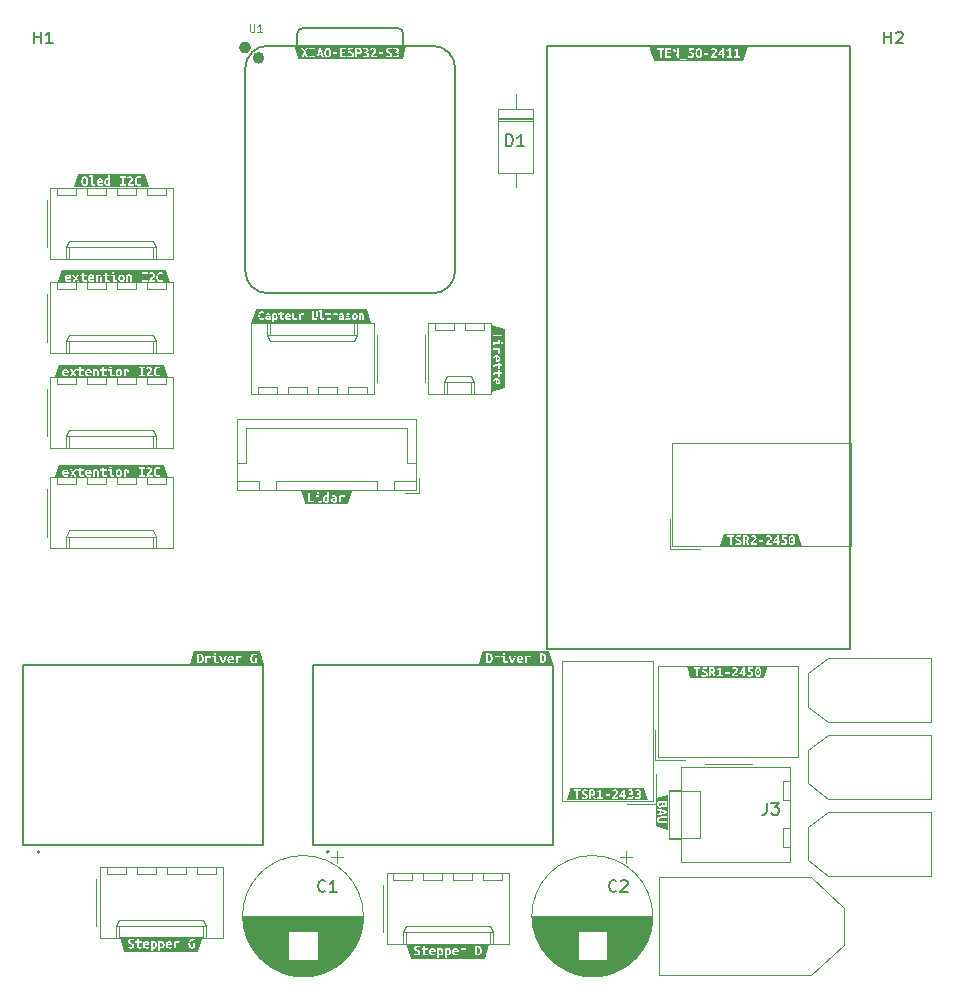
<source format=gbr>
%TF.GenerationSoftware,KiCad,Pcbnew,9.0.0*%
%TF.CreationDate,2025-04-07T10:39:53+02:00*%
%TF.ProjectId,UniBoard-Xiao,556e6942-6f61-4726-942d-5869616f2e6b,rev?*%
%TF.SameCoordinates,Original*%
%TF.FileFunction,Legend,Top*%
%TF.FilePolarity,Positive*%
%FSLAX46Y46*%
G04 Gerber Fmt 4.6, Leading zero omitted, Abs format (unit mm)*
G04 Created by KiCad (PCBNEW 9.0.0) date 2025-04-07 10:39:53*
%MOMM*%
%LPD*%
G01*
G04 APERTURE LIST*
%ADD10C,0.150000*%
%ADD11C,0.101600*%
%ADD12C,0.000000*%
%ADD13C,0.120000*%
%ADD14C,0.127000*%
%ADD15C,0.200000*%
%ADD16C,0.100000*%
%ADD17C,0.504000*%
%ADD18C,0.152400*%
G04 APERTURE END LIST*
D10*
X161694905Y-57454819D02*
X161694905Y-56454819D01*
X161694905Y-56454819D02*
X161933000Y-56454819D01*
X161933000Y-56454819D02*
X162075857Y-56502438D01*
X162075857Y-56502438D02*
X162171095Y-56597676D01*
X162171095Y-56597676D02*
X162218714Y-56692914D01*
X162218714Y-56692914D02*
X162266333Y-56883390D01*
X162266333Y-56883390D02*
X162266333Y-57026247D01*
X162266333Y-57026247D02*
X162218714Y-57216723D01*
X162218714Y-57216723D02*
X162171095Y-57311961D01*
X162171095Y-57311961D02*
X162075857Y-57407200D01*
X162075857Y-57407200D02*
X161933000Y-57454819D01*
X161933000Y-57454819D02*
X161694905Y-57454819D01*
X163218714Y-57454819D02*
X162647286Y-57454819D01*
X162933000Y-57454819D02*
X162933000Y-56454819D01*
X162933000Y-56454819D02*
X162837762Y-56597676D01*
X162837762Y-56597676D02*
X162742524Y-56692914D01*
X162742524Y-56692914D02*
X162647286Y-56740533D01*
X146391333Y-120501580D02*
X146343714Y-120549200D01*
X146343714Y-120549200D02*
X146200857Y-120596819D01*
X146200857Y-120596819D02*
X146105619Y-120596819D01*
X146105619Y-120596819D02*
X145962762Y-120549200D01*
X145962762Y-120549200D02*
X145867524Y-120453961D01*
X145867524Y-120453961D02*
X145819905Y-120358723D01*
X145819905Y-120358723D02*
X145772286Y-120168247D01*
X145772286Y-120168247D02*
X145772286Y-120025390D01*
X145772286Y-120025390D02*
X145819905Y-119834914D01*
X145819905Y-119834914D02*
X145867524Y-119739676D01*
X145867524Y-119739676D02*
X145962762Y-119644438D01*
X145962762Y-119644438D02*
X146105619Y-119596819D01*
X146105619Y-119596819D02*
X146200857Y-119596819D01*
X146200857Y-119596819D02*
X146343714Y-119644438D01*
X146343714Y-119644438D02*
X146391333Y-119692057D01*
X147343714Y-120596819D02*
X146772286Y-120596819D01*
X147058000Y-120596819D02*
X147058000Y-119596819D01*
X147058000Y-119596819D02*
X146962762Y-119739676D01*
X146962762Y-119739676D02*
X146867524Y-119834914D01*
X146867524Y-119834914D02*
X146772286Y-119882533D01*
D11*
X140016190Y-47153479D02*
X140016190Y-47667526D01*
X140016190Y-47667526D02*
X140046428Y-47728002D01*
X140046428Y-47728002D02*
X140076666Y-47758241D01*
X140076666Y-47758241D02*
X140137142Y-47788479D01*
X140137142Y-47788479D02*
X140258095Y-47788479D01*
X140258095Y-47788479D02*
X140318571Y-47758241D01*
X140318571Y-47758241D02*
X140348809Y-47728002D01*
X140348809Y-47728002D02*
X140379047Y-47667526D01*
X140379047Y-47667526D02*
X140379047Y-47153479D01*
X141014047Y-47788479D02*
X140651190Y-47788479D01*
X140832618Y-47788479D02*
X140832618Y-47153479D01*
X140832618Y-47153479D02*
X140772142Y-47244193D01*
X140772142Y-47244193D02*
X140711666Y-47304669D01*
X140711666Y-47304669D02*
X140651190Y-47334907D01*
D10*
X121738095Y-48754819D02*
X121738095Y-47754819D01*
X121738095Y-48231009D02*
X122309523Y-48231009D01*
X122309523Y-48754819D02*
X122309523Y-47754819D01*
X123309523Y-48754819D02*
X122738095Y-48754819D01*
X123023809Y-48754819D02*
X123023809Y-47754819D01*
X123023809Y-47754819D02*
X122928571Y-47897676D01*
X122928571Y-47897676D02*
X122833333Y-47992914D01*
X122833333Y-47992914D02*
X122738095Y-48040533D01*
X171029333Y-120501580D02*
X170981714Y-120549200D01*
X170981714Y-120549200D02*
X170838857Y-120596819D01*
X170838857Y-120596819D02*
X170743619Y-120596819D01*
X170743619Y-120596819D02*
X170600762Y-120549200D01*
X170600762Y-120549200D02*
X170505524Y-120453961D01*
X170505524Y-120453961D02*
X170457905Y-120358723D01*
X170457905Y-120358723D02*
X170410286Y-120168247D01*
X170410286Y-120168247D02*
X170410286Y-120025390D01*
X170410286Y-120025390D02*
X170457905Y-119834914D01*
X170457905Y-119834914D02*
X170505524Y-119739676D01*
X170505524Y-119739676D02*
X170600762Y-119644438D01*
X170600762Y-119644438D02*
X170743619Y-119596819D01*
X170743619Y-119596819D02*
X170838857Y-119596819D01*
X170838857Y-119596819D02*
X170981714Y-119644438D01*
X170981714Y-119644438D02*
X171029333Y-119692057D01*
X171410286Y-119692057D02*
X171457905Y-119644438D01*
X171457905Y-119644438D02*
X171553143Y-119596819D01*
X171553143Y-119596819D02*
X171791238Y-119596819D01*
X171791238Y-119596819D02*
X171886476Y-119644438D01*
X171886476Y-119644438D02*
X171934095Y-119692057D01*
X171934095Y-119692057D02*
X171981714Y-119787295D01*
X171981714Y-119787295D02*
X171981714Y-119882533D01*
X171981714Y-119882533D02*
X171934095Y-120025390D01*
X171934095Y-120025390D02*
X171362667Y-120596819D01*
X171362667Y-120596819D02*
X171981714Y-120596819D01*
X183786666Y-113044819D02*
X183786666Y-113759104D01*
X183786666Y-113759104D02*
X183739047Y-113901961D01*
X183739047Y-113901961D02*
X183643809Y-113997200D01*
X183643809Y-113997200D02*
X183500952Y-114044819D01*
X183500952Y-114044819D02*
X183405714Y-114044819D01*
X184167619Y-113044819D02*
X184786666Y-113044819D01*
X184786666Y-113044819D02*
X184453333Y-113425771D01*
X184453333Y-113425771D02*
X184596190Y-113425771D01*
X184596190Y-113425771D02*
X184691428Y-113473390D01*
X184691428Y-113473390D02*
X184739047Y-113521009D01*
X184739047Y-113521009D02*
X184786666Y-113616247D01*
X184786666Y-113616247D02*
X184786666Y-113854342D01*
X184786666Y-113854342D02*
X184739047Y-113949580D01*
X184739047Y-113949580D02*
X184691428Y-113997200D01*
X184691428Y-113997200D02*
X184596190Y-114044819D01*
X184596190Y-114044819D02*
X184310476Y-114044819D01*
X184310476Y-114044819D02*
X184215238Y-113997200D01*
X184215238Y-113997200D02*
X184167619Y-113949580D01*
X193738095Y-48754819D02*
X193738095Y-47754819D01*
X193738095Y-48231009D02*
X194309523Y-48231009D01*
X194309523Y-48754819D02*
X194309523Y-47754819D01*
X194738095Y-47850057D02*
X194785714Y-47802438D01*
X194785714Y-47802438D02*
X194880952Y-47754819D01*
X194880952Y-47754819D02*
X195119047Y-47754819D01*
X195119047Y-47754819D02*
X195214285Y-47802438D01*
X195214285Y-47802438D02*
X195261904Y-47850057D01*
X195261904Y-47850057D02*
X195309523Y-47945295D01*
X195309523Y-47945295D02*
X195309523Y-48040533D01*
X195309523Y-48040533D02*
X195261904Y-48183390D01*
X195261904Y-48183390D02*
X194690476Y-48754819D01*
X194690476Y-48754819D02*
X195309523Y-48754819D01*
D12*
%TO.C,kibuzzard-67ED72F3*%
G36*
X155529935Y-125477386D02*
G01*
X155566123Y-125506466D01*
X155586801Y-125547176D01*
X155593263Y-125594349D01*
X155350291Y-125594349D01*
X155361276Y-125546530D01*
X155384540Y-125505173D01*
X155422019Y-125476740D01*
X155475654Y-125466401D01*
X155529935Y-125477386D01*
G37*
G36*
X157468546Y-125477386D02*
G01*
X157504733Y-125506466D01*
X157525412Y-125547176D01*
X157531874Y-125594349D01*
X157288901Y-125594349D01*
X157299887Y-125546530D01*
X157323150Y-125505173D01*
X157360630Y-125476740D01*
X157414265Y-125466401D01*
X157468546Y-125477386D01*
G37*
G36*
X156163861Y-125484656D02*
G01*
X156204572Y-125523913D01*
X156228805Y-125583525D01*
X156236882Y-125657677D01*
X156230097Y-125732152D01*
X156209742Y-125787564D01*
X156175170Y-125821974D01*
X156125735Y-125833445D01*
X156074039Y-125826983D01*
X156032682Y-125810181D01*
X156032682Y-125476740D01*
X156067577Y-125473509D01*
X156106349Y-125471571D01*
X156163861Y-125484656D01*
G37*
G36*
X156810065Y-125484656D02*
G01*
X156850775Y-125523913D01*
X156875008Y-125583525D01*
X156883086Y-125657677D01*
X156876300Y-125732152D01*
X156855945Y-125787564D01*
X156821373Y-125821974D01*
X156771939Y-125833445D01*
X156720242Y-125826983D01*
X156678885Y-125810181D01*
X156678885Y-125476740D01*
X156713780Y-125473509D01*
X156752553Y-125471571D01*
X156810065Y-125484656D01*
G37*
G36*
X159385186Y-125308081D02*
G01*
X159438174Y-125368178D01*
X159465315Y-125454769D01*
X159473069Y-125555577D01*
X159470646Y-125612605D01*
X159463376Y-125664785D01*
X159431066Y-125750731D01*
X159371616Y-125807596D01*
X159280501Y-125828275D01*
X159266284Y-125828275D01*
X159252068Y-125826983D01*
X159252068Y-125289341D01*
X159275331Y-125286110D01*
X159298595Y-125285464D01*
X159385186Y-125308081D01*
G37*
G36*
X159903872Y-126277171D02*
G01*
X159634620Y-126277171D01*
X159263700Y-126277171D01*
X158006187Y-126277171D01*
X157458207Y-126277171D01*
X156678885Y-126277171D01*
X156032682Y-126277171D01*
X155519596Y-126277171D01*
X154916042Y-126277171D01*
X154153522Y-126277171D01*
X153905380Y-126277171D01*
X153636128Y-126277171D01*
X153526661Y-125912281D01*
X153905380Y-125912281D01*
X153994556Y-125951700D01*
X154064023Y-125967693D01*
X154153522Y-125973025D01*
X154244206Y-125966204D01*
X154318088Y-125945740D01*
X154375170Y-125911635D01*
X154429935Y-125837483D01*
X154448191Y-125737806D01*
X154442698Y-125677548D01*
X154426220Y-125628598D01*
X154370000Y-125556223D01*
X154295040Y-125509697D01*
X154216850Y-125478033D01*
X154167092Y-125458647D01*
X154121858Y-125434737D01*
X154088901Y-125403719D01*
X154075977Y-125363008D01*
X154079901Y-125348792D01*
X154546414Y-125348792D01*
X154546414Y-125480617D01*
X154684701Y-125480617D01*
X154684701Y-125730052D01*
X154688578Y-125799034D01*
X154700210Y-125853477D01*
X154745444Y-125926498D01*
X154817819Y-125961393D01*
X154916042Y-125970440D01*
X155014911Y-125962685D01*
X155109903Y-125936837D01*
X155087932Y-125799842D01*
X155047221Y-125816643D01*
X155011034Y-125826336D01*
X154974847Y-125830860D01*
X154934136Y-125832152D01*
X154896656Y-125828275D01*
X154868223Y-125812766D01*
X154850129Y-125780456D01*
X154843667Y-125726175D01*
X154843667Y-125657677D01*
X155186155Y-125657677D01*
X155191971Y-125730375D01*
X155209418Y-125793380D01*
X155237690Y-125846853D01*
X155275977Y-125890957D01*
X155323796Y-125925529D01*
X155380662Y-125950407D01*
X155446090Y-125965432D01*
X155519596Y-125970440D01*
X155624281Y-125960747D01*
X155712165Y-125936837D01*
X155690194Y-125801134D01*
X155617173Y-125821813D01*
X155526058Y-125832152D01*
X155455622Y-125823590D01*
X155399402Y-125797903D01*
X155362569Y-125757354D01*
X155350291Y-125704204D01*
X155744475Y-125704204D01*
X155746414Y-125677063D01*
X155747060Y-125644753D01*
X155739305Y-125551197D01*
X155716042Y-125473868D01*
X155677270Y-125412766D01*
X155623563Y-125368609D01*
X155622456Y-125368178D01*
X155873716Y-125368178D01*
X155873716Y-126169470D01*
X156032682Y-126169470D01*
X156032682Y-125940714D01*
X156096333Y-125963008D01*
X156158045Y-125970440D01*
X156213942Y-125964624D01*
X156262730Y-125947176D01*
X156337690Y-125881910D01*
X156363861Y-125835706D01*
X156382924Y-125781102D01*
X156394556Y-125719551D01*
X156398433Y-125652508D01*
X156390104Y-125561895D01*
X156365118Y-125484782D01*
X156323473Y-125421167D01*
X156266177Y-125373778D01*
X156252007Y-125368178D01*
X156519919Y-125368178D01*
X156519919Y-126169470D01*
X156678885Y-126169470D01*
X156678885Y-125940714D01*
X156742536Y-125963008D01*
X156804249Y-125970440D01*
X156860145Y-125964624D01*
X156908934Y-125947176D01*
X156983893Y-125881910D01*
X157010065Y-125835706D01*
X157029128Y-125781102D01*
X157040759Y-125719551D01*
X157044338Y-125657677D01*
X157124766Y-125657677D01*
X157130582Y-125730375D01*
X157148029Y-125793380D01*
X157176300Y-125846853D01*
X157214588Y-125890957D01*
X157262407Y-125925529D01*
X157319273Y-125950407D01*
X157384701Y-125965432D01*
X157458207Y-125970440D01*
X157562892Y-125960747D01*
X157650775Y-125936837D01*
X157628805Y-125801134D01*
X157555784Y-125821813D01*
X157464669Y-125832152D01*
X157394233Y-125823590D01*
X157338013Y-125797903D01*
X157301179Y-125757354D01*
X157288901Y-125704204D01*
X157683086Y-125704204D01*
X157685024Y-125677063D01*
X157685670Y-125644753D01*
X157677916Y-125551197D01*
X157654653Y-125473868D01*
X157615880Y-125412766D01*
X157586801Y-125388857D01*
X157845929Y-125388857D01*
X157845929Y-125956223D01*
X158006187Y-125956223D01*
X158006187Y-125505173D01*
X158072100Y-125492895D01*
X158138013Y-125489664D01*
X158172908Y-125490957D01*
X158215557Y-125495480D01*
X158258853Y-125502588D01*
X158295687Y-125510343D01*
X158324120Y-125363008D01*
X158274362Y-125350731D01*
X158219435Y-125342976D01*
X158168384Y-125338453D01*
X158131551Y-125337160D01*
X158048029Y-125340714D01*
X157975816Y-125351377D01*
X157910065Y-125367855D01*
X157845929Y-125388857D01*
X157586801Y-125388857D01*
X157562174Y-125368609D01*
X157494107Y-125342114D01*
X157411680Y-125333283D01*
X157358045Y-125338453D01*
X157305703Y-125353962D01*
X157256914Y-125379648D01*
X157213942Y-125415351D01*
X157177754Y-125461070D01*
X157149321Y-125516805D01*
X157130905Y-125582395D01*
X157124766Y-125657677D01*
X157044338Y-125657677D01*
X157044637Y-125652508D01*
X157036308Y-125561895D01*
X157011321Y-125484782D01*
X156969677Y-125421167D01*
X156912380Y-125373778D01*
X156840436Y-125345346D01*
X156753845Y-125335868D01*
X156691325Y-125338130D01*
X156627835Y-125344915D01*
X156568869Y-125355254D01*
X156519919Y-125368178D01*
X156252007Y-125368178D01*
X156194233Y-125345346D01*
X156107641Y-125335868D01*
X156045121Y-125338130D01*
X155981632Y-125344915D01*
X155922666Y-125355254D01*
X155873716Y-125368178D01*
X155622456Y-125368178D01*
X155555496Y-125342114D01*
X155473069Y-125333283D01*
X155419435Y-125338453D01*
X155367092Y-125353962D01*
X155318304Y-125379648D01*
X155275331Y-125415351D01*
X155239144Y-125461070D01*
X155210711Y-125516805D01*
X155192294Y-125582395D01*
X155186155Y-125657677D01*
X154843667Y-125657677D01*
X154843667Y-125480617D01*
X155098271Y-125480617D01*
X155098271Y-125348792D01*
X154843667Y-125348792D01*
X154843667Y-125170440D01*
X154684701Y-125196288D01*
X154684701Y-125348792D01*
X154546414Y-125348792D01*
X154079901Y-125348792D01*
X154090050Y-125312030D01*
X154132269Y-125281443D01*
X154202633Y-125271247D01*
X154293748Y-125284172D01*
X154365477Y-125315189D01*
X154412003Y-125192411D01*
X154348275Y-125166563D01*
X159093102Y-125166563D01*
X159093102Y-125947176D01*
X159180339Y-125962039D01*
X159263700Y-125966563D01*
X159341729Y-125960908D01*
X159412973Y-125943945D01*
X159476139Y-125914705D01*
X159529935Y-125872217D01*
X159573716Y-125815836D01*
X159606834Y-125744915D01*
X159627674Y-125658485D01*
X159634620Y-125555577D01*
X159628320Y-125454931D01*
X159609418Y-125370117D01*
X159579208Y-125300004D01*
X159538982Y-125243461D01*
X159488740Y-125200327D01*
X159428481Y-125170440D01*
X159359822Y-125152992D01*
X159284378Y-125147176D01*
X159195202Y-125151054D01*
X159093102Y-125166563D01*
X154348275Y-125166563D01*
X154319596Y-125154931D01*
X154259984Y-125142330D01*
X154191002Y-125138130D01*
X154111806Y-125145166D01*
X154044816Y-125166275D01*
X153990032Y-125201458D01*
X153935267Y-125277063D01*
X153917011Y-125377225D01*
X153937690Y-125472217D01*
X153990032Y-125536191D01*
X154060468Y-125578840D01*
X154135428Y-125608566D01*
X154189709Y-125631183D01*
X154238821Y-125658323D01*
X154275008Y-125692572D01*
X154289225Y-125736514D01*
X154283409Y-125774640D01*
X154262084Y-125808243D01*
X154220081Y-125831506D01*
X154153522Y-125839907D01*
X154089063Y-125835383D01*
X154035267Y-125821813D01*
X153951906Y-125783041D01*
X153905380Y-125912281D01*
X153526661Y-125912281D01*
X153262106Y-125030429D01*
X153636128Y-125030429D01*
X153905380Y-125030429D01*
X159634620Y-125030429D01*
X159903872Y-125030429D01*
X160277894Y-125030429D01*
X159903872Y-126277171D01*
G37*
D13*
%TO.C,J11*%
X138940000Y-80564000D02*
X138940000Y-86534000D01*
X138940000Y-86534000D02*
X154060000Y-86534000D01*
X138950000Y-84274000D02*
X139700000Y-84274000D01*
X138950000Y-85774000D02*
X138950000Y-86524000D01*
X138950000Y-86524000D02*
X140750000Y-86524000D01*
X139700000Y-81324000D02*
X146500000Y-81324000D01*
X139700000Y-84274000D02*
X139700000Y-81324000D01*
X140750000Y-85774000D02*
X138950000Y-85774000D01*
X140750000Y-86524000D02*
X140750000Y-85774000D01*
X142250000Y-85774000D02*
X142250000Y-86524000D01*
X142250000Y-86524000D02*
X150750000Y-86524000D01*
X150750000Y-85774000D02*
X142250000Y-85774000D01*
X150750000Y-86524000D02*
X150750000Y-85774000D01*
X152250000Y-85774000D02*
X152250000Y-86524000D01*
X152250000Y-86524000D02*
X154050000Y-86524000D01*
X153100000Y-86824000D02*
X154350000Y-86824000D01*
X153300000Y-81324000D02*
X146500000Y-81324000D01*
X153300000Y-84274000D02*
X153300000Y-81324000D01*
X154050000Y-84274000D02*
X153300000Y-84274000D01*
X154050000Y-85774000D02*
X152250000Y-85774000D01*
X154050000Y-86524000D02*
X154050000Y-85774000D01*
X154060000Y-80564000D02*
X138940000Y-80564000D01*
X154060000Y-86534000D02*
X154060000Y-80564000D01*
X154350000Y-86824000D02*
X154350000Y-85574000D01*
D12*
%TO.C,kibuzzard-67ED7493*%
G36*
X145976159Y-49371680D02*
G01*
X145996837Y-49451809D01*
X146014285Y-49531292D01*
X146029794Y-49614006D01*
X145873412Y-49614006D01*
X145889567Y-49531292D01*
X145907661Y-49451809D01*
X145928340Y-49371680D01*
X145952249Y-49285735D01*
X145976159Y-49371680D01*
G37*
G36*
X149226078Y-49267157D02*
G01*
X149270504Y-49288966D01*
X149299099Y-49328223D01*
X149308630Y-49387835D01*
X149298937Y-49450679D01*
X149269858Y-49491874D01*
X149221716Y-49514653D01*
X149154834Y-49522246D01*
X149090214Y-49522246D01*
X149090214Y-49263764D01*
X149129632Y-49260533D01*
X149169050Y-49259887D01*
X149226078Y-49267157D01*
G37*
G36*
X146665658Y-49272811D02*
G01*
X146703784Y-49332262D01*
X146721878Y-49420792D01*
X146725270Y-49473619D01*
X146726401Y-49530000D01*
X146725270Y-49586220D01*
X146721878Y-49638562D01*
X146703784Y-49727092D01*
X146665012Y-49787189D01*
X146599745Y-49809160D01*
X146533832Y-49787189D01*
X146495706Y-49727738D01*
X146477613Y-49639208D01*
X146474220Y-49586381D01*
X146473089Y-49530000D01*
X146474220Y-49473780D01*
X146477613Y-49421438D01*
X146495706Y-49332908D01*
X146533832Y-49272811D01*
X146599745Y-49250840D01*
X146665658Y-49272811D01*
G37*
G36*
X152944602Y-50055148D02*
G01*
X152675351Y-50055148D01*
X152367758Y-50055148D01*
X151746110Y-50055148D01*
X151300230Y-50055148D01*
X150750957Y-50055148D01*
X149782944Y-50055148D01*
X149090214Y-50055148D01*
X148515092Y-50055148D01*
X147650472Y-50055148D01*
X147423008Y-50055148D01*
X146601037Y-50055148D01*
X146094414Y-50055148D01*
X145054026Y-50055148D01*
X144798130Y-50055148D01*
X144352249Y-50055148D01*
X144082998Y-50055148D01*
X144045647Y-49930646D01*
X144352249Y-49930646D01*
X144524139Y-49930646D01*
X144553865Y-49860695D01*
X144588760Y-49782666D01*
X144626239Y-49702052D01*
X144663719Y-49624346D01*
X144701684Y-49704475D01*
X144738033Y-49784604D01*
X144770827Y-49861179D01*
X144798130Y-49930646D01*
X144970020Y-49930646D01*
X144935125Y-49845994D01*
X144911377Y-49794297D01*
X144884075Y-49738724D01*
X144853865Y-49680404D01*
X144821393Y-49620468D01*
X144787467Y-49561018D01*
X144752895Y-49504152D01*
X144885025Y-49262472D01*
X145054026Y-49262472D01*
X145228501Y-49262472D01*
X145228501Y-49798821D01*
X145054026Y-49798821D01*
X145054026Y-49930646D01*
X145561942Y-49930646D01*
X145642071Y-49930646D01*
X145807500Y-49930646D01*
X145843687Y-49745832D01*
X146056934Y-49745832D01*
X146094414Y-49930646D01*
X146265012Y-49930646D01*
X146243687Y-49839945D01*
X146222104Y-49751880D01*
X146200262Y-49666452D01*
X146178162Y-49583661D01*
X146163193Y-49530000D01*
X146311538Y-49530000D01*
X146316183Y-49627052D01*
X146330117Y-49711422D01*
X146353340Y-49783110D01*
X146385852Y-49842116D01*
X146442789Y-49900634D01*
X146514518Y-49935744D01*
X146601037Y-49947447D01*
X146685475Y-49935744D01*
X146695734Y-49930646D01*
X147650472Y-49930646D01*
X148163558Y-49930646D01*
X148163558Y-49886704D01*
X148266950Y-49886704D01*
X148356126Y-49926123D01*
X148425593Y-49942116D01*
X148515092Y-49947447D01*
X148605776Y-49940626D01*
X148679659Y-49920163D01*
X148736740Y-49886058D01*
X148791506Y-49811906D01*
X148809761Y-49712229D01*
X148804268Y-49651971D01*
X148787790Y-49603021D01*
X148731571Y-49530646D01*
X148656611Y-49484120D01*
X148578420Y-49452456D01*
X148528663Y-49433069D01*
X148483428Y-49409160D01*
X148450472Y-49378142D01*
X148437548Y-49337431D01*
X148451621Y-49286453D01*
X148493839Y-49255866D01*
X148564204Y-49245670D01*
X148655319Y-49258595D01*
X148727047Y-49289612D01*
X148773574Y-49166834D01*
X148709843Y-49140985D01*
X148931247Y-49140985D01*
X148931247Y-49930646D01*
X149090214Y-49930646D01*
X149090214Y-49903506D01*
X149560650Y-49903506D01*
X149600714Y-49917722D01*
X149656934Y-49931939D01*
X149720262Y-49942924D01*
X149782944Y-49947447D01*
X149857580Y-49942763D01*
X149921231Y-49928708D01*
X149974220Y-49906090D01*
X150016869Y-49875719D01*
X150072443Y-49794943D01*
X150090537Y-49692843D01*
X150081974Y-49627900D01*
X150056288Y-49572649D01*
X150015092Y-49528384D01*
X149960004Y-49496397D01*
X150032378Y-49429192D01*
X150059519Y-49337431D01*
X150044010Y-49248255D01*
X150024193Y-49218530D01*
X150209438Y-49218530D01*
X150288275Y-49329677D01*
X150369697Y-49268934D01*
X150448533Y-49250840D01*
X150523493Y-49277334D01*
X150553218Y-49352940D01*
X150529309Y-49421438D01*
X150468566Y-49491228D01*
X150430440Y-49528223D01*
X150389729Y-49566834D01*
X150349018Y-49607868D01*
X150310892Y-49652132D01*
X150277289Y-49700113D01*
X150250149Y-49752294D01*
X150232217Y-49809160D01*
X150226239Y-49871195D01*
X150225593Y-49898336D01*
X150228824Y-49930646D01*
X150750957Y-49930646D01*
X150750957Y-49886704D01*
X151497968Y-49886704D01*
X151587144Y-49926123D01*
X151656611Y-49942116D01*
X151746110Y-49947447D01*
X151836794Y-49940626D01*
X151910677Y-49920163D01*
X151938556Y-49903506D01*
X152145464Y-49903506D01*
X152185529Y-49917722D01*
X152241748Y-49931939D01*
X152305076Y-49942924D01*
X152367758Y-49947447D01*
X152442395Y-49942763D01*
X152506046Y-49928708D01*
X152559034Y-49906090D01*
X152601684Y-49875719D01*
X152657257Y-49794943D01*
X152675351Y-49692843D01*
X152666789Y-49627900D01*
X152641102Y-49572649D01*
X152599907Y-49528384D01*
X152544818Y-49496397D01*
X152617193Y-49429192D01*
X152644333Y-49337431D01*
X152628824Y-49248255D01*
X152581005Y-49176527D01*
X152498937Y-49129354D01*
X152444818Y-49116753D01*
X152381974Y-49112553D01*
X152313315Y-49118530D01*
X152252088Y-49136462D01*
X152159680Y-49183635D01*
X152216546Y-49299952D01*
X152293445Y-49263118D01*
X152383267Y-49248255D01*
X152456288Y-49273457D01*
X152482782Y-49342601D01*
X152470504Y-49391712D01*
X152438840Y-49422730D01*
X152394899Y-49439532D01*
X152345787Y-49444701D01*
X152286336Y-49444701D01*
X152286336Y-49576527D01*
X152335448Y-49576527D01*
X152406207Y-49582827D01*
X152463396Y-49601729D01*
X152501199Y-49636462D01*
X152513800Y-49690258D01*
X152480844Y-49776850D01*
X152435771Y-49803021D01*
X152366466Y-49811745D01*
X152305238Y-49808191D01*
X152253380Y-49797528D01*
X152176482Y-49770388D01*
X152145464Y-49903506D01*
X151938556Y-49903506D01*
X151967758Y-49886058D01*
X152022524Y-49811906D01*
X152040779Y-49712229D01*
X152035286Y-49651971D01*
X152018808Y-49603021D01*
X151962588Y-49530646D01*
X151887629Y-49484120D01*
X151809438Y-49452456D01*
X151759680Y-49433069D01*
X151714446Y-49409160D01*
X151681490Y-49378142D01*
X151668566Y-49337431D01*
X151682639Y-49286453D01*
X151724857Y-49255866D01*
X151795222Y-49245670D01*
X151886336Y-49258595D01*
X151958065Y-49289612D01*
X152004592Y-49166834D01*
X151912184Y-49129354D01*
X151852572Y-49116753D01*
X151783590Y-49112553D01*
X151704394Y-49119589D01*
X151637404Y-49140698D01*
X151582621Y-49175880D01*
X151527855Y-49251486D01*
X151509600Y-49351648D01*
X151530278Y-49446640D01*
X151582621Y-49510614D01*
X151653057Y-49553263D01*
X151728016Y-49582989D01*
X151782298Y-49605606D01*
X151831409Y-49632746D01*
X151867596Y-49666995D01*
X151881813Y-49710937D01*
X151875997Y-49749063D01*
X151854672Y-49782666D01*
X151812669Y-49805929D01*
X151746110Y-49814330D01*
X151681651Y-49809806D01*
X151627855Y-49796236D01*
X151544495Y-49757464D01*
X151497968Y-49886704D01*
X150750957Y-49886704D01*
X150750957Y-49798821D01*
X150407176Y-49798821D01*
X150420747Y-49756171D01*
X150453703Y-49710291D01*
X150484721Y-49677334D01*
X150946110Y-49677334D01*
X151300230Y-49677334D01*
X151300230Y-49520953D01*
X150946110Y-49520953D01*
X150946110Y-49677334D01*
X150484721Y-49677334D01*
X150495060Y-49666349D01*
X150533832Y-49629515D01*
X150599745Y-49564895D01*
X150657903Y-49495105D01*
X150699260Y-49420792D01*
X150714769Y-49341309D01*
X150694091Y-49241147D01*
X150638517Y-49169418D01*
X150558388Y-49126769D01*
X150464042Y-49112553D01*
X150396676Y-49119015D01*
X150328986Y-49138401D01*
X150265173Y-49171357D01*
X150209438Y-49218530D01*
X150024193Y-49218530D01*
X149996191Y-49176527D01*
X149914123Y-49129354D01*
X149860004Y-49116753D01*
X149797160Y-49112553D01*
X149728501Y-49118530D01*
X149667273Y-49136462D01*
X149574866Y-49183635D01*
X149631732Y-49299952D01*
X149708630Y-49263118D01*
X149798453Y-49248255D01*
X149871474Y-49273457D01*
X149897968Y-49342601D01*
X149885690Y-49391712D01*
X149854026Y-49422730D01*
X149810084Y-49439532D01*
X149760973Y-49444701D01*
X149701522Y-49444701D01*
X149701522Y-49576527D01*
X149750634Y-49576527D01*
X149821393Y-49582827D01*
X149878582Y-49601729D01*
X149916385Y-49636462D01*
X149928986Y-49690258D01*
X149896029Y-49776850D01*
X149850957Y-49803021D01*
X149781651Y-49811745D01*
X149720424Y-49808191D01*
X149668566Y-49797528D01*
X149591668Y-49770388D01*
X149560650Y-49903506D01*
X149090214Y-49903506D01*
X149090214Y-49660533D01*
X149147079Y-49660533D01*
X149242646Y-49653425D01*
X149322560Y-49632100D01*
X149386821Y-49596559D01*
X149433850Y-49545078D01*
X149462068Y-49475934D01*
X149471474Y-49389128D01*
X149462140Y-49303183D01*
X149434137Y-49234900D01*
X149387467Y-49184281D01*
X149323852Y-49149458D01*
X149245015Y-49128564D01*
X149150957Y-49121599D01*
X149100553Y-49122892D01*
X149042395Y-49126123D01*
X148983590Y-49131939D01*
X148931247Y-49140985D01*
X148709843Y-49140985D01*
X148681167Y-49129354D01*
X148621554Y-49116753D01*
X148552572Y-49112553D01*
X148473376Y-49119589D01*
X148406387Y-49140698D01*
X148351603Y-49175880D01*
X148296837Y-49251486D01*
X148278582Y-49351648D01*
X148299260Y-49446640D01*
X148351603Y-49510614D01*
X148422039Y-49553263D01*
X148496999Y-49582989D01*
X148551280Y-49605606D01*
X148600391Y-49632746D01*
X148636579Y-49666995D01*
X148650795Y-49710937D01*
X148644979Y-49749063D01*
X148623655Y-49782666D01*
X148581651Y-49805929D01*
X148515092Y-49814330D01*
X148450634Y-49809806D01*
X148396837Y-49796236D01*
X148313477Y-49757464D01*
X148266950Y-49886704D01*
X148163558Y-49886704D01*
X148163558Y-49798821D01*
X147809438Y-49798821D01*
X147809438Y-49573942D01*
X148092475Y-49573942D01*
X148092475Y-49442116D01*
X147809438Y-49442116D01*
X147809438Y-49262472D01*
X148135125Y-49262472D01*
X148135125Y-49130646D01*
X147650472Y-49130646D01*
X147650472Y-49930646D01*
X146695734Y-49930646D01*
X146756126Y-49900634D01*
X146812992Y-49842116D01*
X146845787Y-49783110D01*
X146869212Y-49711422D01*
X146874891Y-49677334D01*
X147068889Y-49677334D01*
X147423008Y-49677334D01*
X147423008Y-49520953D01*
X147068889Y-49520953D01*
X147068889Y-49677334D01*
X146874891Y-49677334D01*
X146883267Y-49627052D01*
X146887952Y-49530000D01*
X146883348Y-49432948D01*
X146869535Y-49348578D01*
X146846514Y-49276890D01*
X146814285Y-49217884D01*
X146757706Y-49159366D01*
X146686193Y-49124256D01*
X146599745Y-49112553D01*
X146515882Y-49124256D01*
X146445231Y-49159366D01*
X146387790Y-49217884D01*
X146354430Y-49276890D01*
X146330601Y-49348578D01*
X146316304Y-49432948D01*
X146311538Y-49530000D01*
X146163193Y-49530000D01*
X146155803Y-49503506D01*
X146127653Y-49406292D01*
X146099422Y-49311745D01*
X146071110Y-49219863D01*
X146042718Y-49130646D01*
X145869535Y-49130646D01*
X145842152Y-49219136D01*
X145814285Y-49310129D01*
X145785932Y-49403627D01*
X145757096Y-49499628D01*
X145733884Y-49579111D01*
X145710776Y-49661955D01*
X145687771Y-49748158D01*
X145664869Y-49837722D01*
X145642071Y-49930646D01*
X145561942Y-49930646D01*
X145561942Y-49798821D01*
X145388760Y-49798821D01*
X145388760Y-49262472D01*
X145561942Y-49262472D01*
X145561942Y-49130646D01*
X145054026Y-49130646D01*
X145054026Y-49262472D01*
X144885025Y-49262472D01*
X144957096Y-49130646D01*
X144796837Y-49130646D01*
X144663719Y-49386543D01*
X144537063Y-49130646D01*
X144365173Y-49130646D01*
X144574543Y-49508029D01*
X144542879Y-49564733D01*
X144509923Y-49623700D01*
X144477128Y-49682989D01*
X144445949Y-49740662D01*
X144416869Y-49795590D01*
X144390375Y-49846640D01*
X144352249Y-49930646D01*
X144045647Y-49930646D01*
X143767909Y-49004852D01*
X144082998Y-49004852D01*
X144352249Y-49004852D01*
X152675351Y-49004852D01*
X152944602Y-49004852D01*
X153259691Y-49004852D01*
X152944602Y-50055148D01*
G37*
D13*
%TO.C,J6*%
X127020000Y-119500000D02*
X127020000Y-123500000D01*
X127310000Y-118470000D02*
X127310000Y-124490000D01*
X127310000Y-124490000D02*
X137690000Y-124490000D01*
X127890000Y-118470000D02*
X127890000Y-119070000D01*
X127890000Y-119070000D02*
X129490000Y-119070000D01*
X128690000Y-123490000D02*
X128940000Y-122960000D01*
X128690000Y-123490000D02*
X136310000Y-123490000D01*
X128690000Y-124490000D02*
X128690000Y-123490000D01*
X128940000Y-122960000D02*
X136060000Y-122960000D01*
X128940000Y-124490000D02*
X128940000Y-123490000D01*
X129490000Y-119070000D02*
X129490000Y-118470000D01*
X130430000Y-118470000D02*
X130430000Y-119070000D01*
X130430000Y-119070000D02*
X132030000Y-119070000D01*
X132030000Y-119070000D02*
X132030000Y-118470000D01*
X132970000Y-118470000D02*
X132970000Y-119070000D01*
X132970000Y-119070000D02*
X134570000Y-119070000D01*
X134570000Y-119070000D02*
X134570000Y-118470000D01*
X135510000Y-118470000D02*
X135510000Y-119070000D01*
X135510000Y-119070000D02*
X137110000Y-119070000D01*
X136060000Y-122960000D02*
X136310000Y-123490000D01*
X136060000Y-124490000D02*
X136060000Y-123490000D01*
X136310000Y-123490000D02*
X136310000Y-124490000D01*
X137110000Y-119070000D02*
X137110000Y-118470000D01*
X137690000Y-118470000D02*
X127310000Y-118470000D01*
X137690000Y-124490000D02*
X137690000Y-118470000D01*
D12*
%TO.C,kibuzzard-67ED6169*%
G36*
X124683522Y-68454766D02*
G01*
X124719709Y-68483845D01*
X124740388Y-68524556D01*
X124746850Y-68571729D01*
X124503877Y-68571729D01*
X124514863Y-68523910D01*
X124538126Y-68482553D01*
X124575606Y-68454120D01*
X124629241Y-68443780D01*
X124683522Y-68454766D01*
G37*
G36*
X126622132Y-68454766D02*
G01*
X126658320Y-68483845D01*
X126678998Y-68524556D01*
X126685460Y-68571729D01*
X126442488Y-68571729D01*
X126453473Y-68523910D01*
X126476737Y-68482553D01*
X126514216Y-68454120D01*
X126567851Y-68443780D01*
X126622132Y-68454766D01*
G37*
G36*
X129203231Y-68461389D02*
G01*
X129241195Y-68498708D01*
X129263005Y-68556381D01*
X129270275Y-68629887D01*
X129262359Y-68703554D01*
X129238611Y-68761712D01*
X129199354Y-68799515D01*
X129144911Y-68812116D01*
X129089176Y-68799515D01*
X129051212Y-68761712D01*
X129029402Y-68703554D01*
X129022132Y-68629887D01*
X129030048Y-68556381D01*
X129053796Y-68498708D01*
X129093053Y-68461389D01*
X129147496Y-68448950D01*
X129203231Y-68461389D01*
G37*
G36*
X133264373Y-69058104D02*
G01*
X132929510Y-69058104D01*
X132660258Y-69058104D01*
X132436672Y-69058104D01*
X132005008Y-69058104D01*
X130831502Y-69058104D01*
X130039257Y-69058104D01*
X129147496Y-69058104D01*
X128608562Y-69058104D01*
X127946850Y-69058104D01*
X127454443Y-69058104D01*
X126611793Y-69058104D01*
X126008239Y-69058104D01*
X125567528Y-69058104D01*
X124673183Y-69058104D01*
X124339742Y-69058104D01*
X124070490Y-69058104D01*
X123735627Y-69058104D01*
X123862541Y-68635057D01*
X124339742Y-68635057D01*
X124345557Y-68707754D01*
X124363005Y-68770759D01*
X124391276Y-68824233D01*
X124429564Y-68868336D01*
X124477383Y-68902908D01*
X124534249Y-68927787D01*
X124599677Y-68942811D01*
X124673183Y-68947819D01*
X124777868Y-68938126D01*
X124794493Y-68933603D01*
X124971729Y-68933603D01*
X125133279Y-68933603D01*
X125165267Y-68875767D01*
X125196607Y-68823748D01*
X125229564Y-68773990D01*
X125266397Y-68722940D01*
X125298384Y-68766882D01*
X125332310Y-68815994D01*
X125367205Y-68871244D01*
X125402100Y-68933603D01*
X125567528Y-68933603D01*
X125530048Y-68863813D01*
X125480937Y-68782391D01*
X125424071Y-68697738D01*
X125363328Y-68618255D01*
X125559774Y-68326171D01*
X125638611Y-68326171D01*
X125638611Y-68457997D01*
X125776898Y-68457997D01*
X125776898Y-68707431D01*
X125780775Y-68776414D01*
X125792407Y-68830856D01*
X125837641Y-68903877D01*
X125910016Y-68938772D01*
X126008239Y-68947819D01*
X126107108Y-68940065D01*
X126202100Y-68914216D01*
X126180129Y-68777221D01*
X126139418Y-68794023D01*
X126103231Y-68803716D01*
X126067044Y-68808239D01*
X126026333Y-68809532D01*
X125988853Y-68805654D01*
X125960420Y-68790145D01*
X125942326Y-68757835D01*
X125935864Y-68703554D01*
X125935864Y-68635057D01*
X126278352Y-68635057D01*
X126284168Y-68707754D01*
X126301616Y-68770759D01*
X126329887Y-68824233D01*
X126368174Y-68868336D01*
X126415994Y-68902908D01*
X126472859Y-68927787D01*
X126538288Y-68942811D01*
X126611793Y-68947819D01*
X126716478Y-68938126D01*
X126804362Y-68914216D01*
X126782391Y-68778514D01*
X126709370Y-68799192D01*
X126618255Y-68809532D01*
X126547819Y-68800969D01*
X126491599Y-68775283D01*
X126454766Y-68734733D01*
X126442488Y-68681583D01*
X126836672Y-68681583D01*
X126838611Y-68654443D01*
X126839257Y-68622132D01*
X126831502Y-68528577D01*
X126808239Y-68451248D01*
X126769467Y-68390145D01*
X126715760Y-68345988D01*
X126714653Y-68345557D01*
X126965913Y-68345557D01*
X126965913Y-68933603D01*
X127124879Y-68933603D01*
X127124879Y-68456704D01*
X127161712Y-68452827D01*
X127197254Y-68451535D01*
X127276090Y-68489015D01*
X127290630Y-68538449D01*
X127295477Y-68611793D01*
X127295477Y-68933603D01*
X127454443Y-68933603D01*
X127454443Y-68591115D01*
X127451535Y-68531826D01*
X127442811Y-68478029D01*
X127403393Y-68390145D01*
X127327787Y-68333279D01*
X127302259Y-68326171D01*
X127577221Y-68326171D01*
X127577221Y-68457997D01*
X127715509Y-68457997D01*
X127715509Y-68707431D01*
X127719386Y-68776414D01*
X127731018Y-68830856D01*
X127776252Y-68903877D01*
X127848627Y-68938772D01*
X127946850Y-68947819D01*
X128045719Y-68940065D01*
X128140711Y-68914216D01*
X128118740Y-68777221D01*
X128078029Y-68794023D01*
X128041842Y-68803716D01*
X128005654Y-68808239D01*
X127964943Y-68809532D01*
X127927464Y-68805654D01*
X127899031Y-68790145D01*
X127880937Y-68757835D01*
X127874475Y-68703554D01*
X127874475Y-68457997D01*
X128129079Y-68457997D01*
X128129079Y-68326171D01*
X128223425Y-68326171D01*
X128223425Y-68457997D01*
X128391438Y-68457997D01*
X128391438Y-68681583D01*
X128394023Y-68741357D01*
X128401777Y-68794023D01*
X128437318Y-68877383D01*
X128504523Y-68929725D01*
X128551535Y-68943296D01*
X128608562Y-68947819D01*
X128688045Y-68939418D01*
X128780452Y-68907754D01*
X128759774Y-68779806D01*
X128689984Y-68803716D01*
X128636995Y-68809532D01*
X128570436Y-68783037D01*
X128550404Y-68702262D01*
X128550404Y-68628595D01*
X128860582Y-68628595D01*
X128865751Y-68697577D01*
X128881260Y-68759774D01*
X128906300Y-68814540D01*
X128940065Y-68861228D01*
X128981745Y-68899031D01*
X129030533Y-68927141D01*
X129085945Y-68944588D01*
X129147496Y-68950404D01*
X129209047Y-68944588D01*
X129264459Y-68927141D01*
X129313086Y-68899031D01*
X129354281Y-68861228D01*
X129387561Y-68814540D01*
X129412439Y-68759774D01*
X129427948Y-68697577D01*
X129433118Y-68628595D01*
X129427948Y-68560582D01*
X129412439Y-68498708D01*
X129387399Y-68444103D01*
X129353635Y-68397900D01*
X129311955Y-68360743D01*
X129284978Y-68345557D01*
X129550727Y-68345557D01*
X129550727Y-68933603D01*
X129709693Y-68933603D01*
X129709693Y-68456704D01*
X129746527Y-68452827D01*
X129782068Y-68451535D01*
X129860905Y-68489015D01*
X129875444Y-68538449D01*
X129880291Y-68611793D01*
X129880291Y-68933603D01*
X130039257Y-68933603D01*
X130039257Y-68591115D01*
X130036349Y-68531826D01*
X130027625Y-68478029D01*
X129988207Y-68390145D01*
X129912601Y-68333279D01*
X129858643Y-68318255D01*
X129792407Y-68313247D01*
X129721486Y-68315832D01*
X129656058Y-68323586D01*
X129598384Y-68334249D01*
X129550727Y-68345557D01*
X129284978Y-68345557D01*
X129263166Y-68333279D01*
X129208078Y-68316317D01*
X129147496Y-68310662D01*
X129087722Y-68316317D01*
X129032472Y-68333279D01*
X128983199Y-68360743D01*
X128941357Y-68397900D01*
X128907431Y-68444103D01*
X128881906Y-68498708D01*
X128865913Y-68560582D01*
X128860582Y-68628595D01*
X128550404Y-68628595D01*
X128550404Y-68326171D01*
X128443134Y-68326171D01*
X128223425Y-68326171D01*
X128129079Y-68326171D01*
X127874475Y-68326171D01*
X127874475Y-68265428D01*
X130831502Y-68265428D01*
X131005977Y-68265428D01*
X131005977Y-68801777D01*
X130831502Y-68801777D01*
X130831502Y-68933603D01*
X131339418Y-68933603D01*
X131339418Y-68801777D01*
X131166236Y-68801777D01*
X131166236Y-68265428D01*
X131339418Y-68265428D01*
X131339418Y-68221486D01*
X131463489Y-68221486D01*
X131542326Y-68332633D01*
X131623748Y-68271890D01*
X131702585Y-68253796D01*
X131777544Y-68280291D01*
X131807270Y-68355897D01*
X131783360Y-68424394D01*
X131722617Y-68494184D01*
X131684491Y-68531179D01*
X131643780Y-68569790D01*
X131603069Y-68610824D01*
X131564943Y-68655089D01*
X131531341Y-68703069D01*
X131504200Y-68755250D01*
X131486268Y-68812116D01*
X131480291Y-68874152D01*
X131479645Y-68901292D01*
X131482876Y-68933603D01*
X132005008Y-68933603D01*
X132005008Y-68801777D01*
X131661228Y-68801777D01*
X131674798Y-68759128D01*
X131707754Y-68713247D01*
X131749111Y-68669305D01*
X131787884Y-68632472D01*
X131853796Y-68567851D01*
X131882876Y-68532956D01*
X132089015Y-68532956D01*
X132094588Y-68627383D01*
X132111309Y-68710339D01*
X132139176Y-68781826D01*
X132178191Y-68841842D01*
X132246545Y-68902154D01*
X132332705Y-68938341D01*
X132436672Y-68950404D01*
X132507270Y-68946042D01*
X132569144Y-68932956D01*
X132660258Y-68894830D01*
X132620194Y-68769467D01*
X132554927Y-68797900D01*
X132452181Y-68812116D01*
X132359935Y-68793861D01*
X132297738Y-68739095D01*
X132271531Y-68683306D01*
X132255807Y-68613301D01*
X132250565Y-68529079D01*
X132254927Y-68456704D01*
X132268013Y-68397254D01*
X132313247Y-68312601D01*
X132376575Y-68267367D01*
X132449596Y-68253796D01*
X132545880Y-68267367D01*
X132617609Y-68300323D01*
X132658966Y-68173667D01*
X132632472Y-68158158D01*
X132589176Y-68138772D01*
X132529079Y-68122617D01*
X132452181Y-68115509D01*
X132376414Y-68122456D01*
X132306785Y-68143296D01*
X132244750Y-68177544D01*
X132191761Y-68224717D01*
X132148627Y-68284330D01*
X132116155Y-68355897D01*
X132095800Y-68438934D01*
X132089015Y-68532956D01*
X131882876Y-68532956D01*
X131911955Y-68498061D01*
X131953312Y-68423748D01*
X131968821Y-68344265D01*
X131948142Y-68244103D01*
X131892569Y-68172375D01*
X131812439Y-68129725D01*
X131718094Y-68115509D01*
X131650727Y-68121971D01*
X131583037Y-68141357D01*
X131519225Y-68174313D01*
X131463489Y-68221486D01*
X131339418Y-68221486D01*
X131339418Y-68133603D01*
X130831502Y-68133603D01*
X130831502Y-68265428D01*
X127874475Y-68265428D01*
X127874475Y-68151696D01*
X128343619Y-68151696D01*
X128372698Y-68225363D01*
X128443134Y-68252504D01*
X128514216Y-68225363D01*
X128543942Y-68151696D01*
X128514216Y-68076737D01*
X128443134Y-68049596D01*
X128372698Y-68076737D01*
X128343619Y-68151696D01*
X127874475Y-68151696D01*
X127874475Y-68147819D01*
X127715509Y-68173667D01*
X127715509Y-68326171D01*
X127577221Y-68326171D01*
X127302259Y-68326171D01*
X127273829Y-68318255D01*
X127207593Y-68313247D01*
X127136672Y-68315832D01*
X127071244Y-68323586D01*
X127013570Y-68334249D01*
X126965913Y-68345557D01*
X126714653Y-68345557D01*
X126647693Y-68319494D01*
X126565267Y-68310662D01*
X126511632Y-68315832D01*
X126459289Y-68331341D01*
X126410501Y-68357027D01*
X126367528Y-68392730D01*
X126331341Y-68438449D01*
X126302908Y-68494184D01*
X126284491Y-68559774D01*
X126278352Y-68635057D01*
X125935864Y-68635057D01*
X125935864Y-68457997D01*
X126190468Y-68457997D01*
X126190468Y-68326171D01*
X125935864Y-68326171D01*
X125935864Y-68147819D01*
X125776898Y-68173667D01*
X125776898Y-68326171D01*
X125638611Y-68326171D01*
X125559774Y-68326171D01*
X125398223Y-68326171D01*
X125274152Y-68516155D01*
X125139742Y-68326171D01*
X124973021Y-68326171D01*
X125186268Y-68620840D01*
X125127464Y-68697092D01*
X125069305Y-68777868D01*
X125016317Y-68857997D01*
X124971729Y-68933603D01*
X124794493Y-68933603D01*
X124865751Y-68914216D01*
X124843780Y-68778514D01*
X124770759Y-68799192D01*
X124679645Y-68809532D01*
X124609208Y-68800969D01*
X124552989Y-68775283D01*
X124516155Y-68734733D01*
X124503877Y-68681583D01*
X124898061Y-68681583D01*
X124900000Y-68654443D01*
X124900646Y-68622132D01*
X124892892Y-68528577D01*
X124869628Y-68451248D01*
X124830856Y-68390145D01*
X124777150Y-68345988D01*
X124709083Y-68319494D01*
X124626656Y-68310662D01*
X124573021Y-68315832D01*
X124520679Y-68331341D01*
X124471890Y-68357027D01*
X124428918Y-68392730D01*
X124392730Y-68438449D01*
X124364297Y-68494184D01*
X124345880Y-68559774D01*
X124339742Y-68635057D01*
X123862541Y-68635057D01*
X124070490Y-67941896D01*
X124339742Y-67941896D01*
X132660258Y-67941896D01*
X132929510Y-67941896D01*
X133264373Y-69058104D01*
G37*
D13*
%TO.C,U5*%
X175543708Y-91579167D02*
X175543708Y-89045834D01*
X175783708Y-82619167D02*
X190903708Y-82619167D01*
X175783708Y-91339167D02*
X175783708Y-82619167D01*
X175783708Y-91339167D02*
X190903708Y-91339167D01*
X178077041Y-91579167D02*
X175543708Y-91579167D01*
X190903708Y-91339167D02*
X190903708Y-82619167D01*
D12*
%TO.C,kibuzzard-67ED72FD*%
G36*
X131277551Y-124893186D02*
G01*
X131313739Y-124922266D01*
X131334417Y-124962976D01*
X131340879Y-125010149D01*
X131097907Y-125010149D01*
X131108892Y-124962330D01*
X131132155Y-124920973D01*
X131169635Y-124892540D01*
X131223270Y-124882201D01*
X131277551Y-124893186D01*
G37*
G36*
X133216162Y-124893186D02*
G01*
X133252349Y-124922266D01*
X133273028Y-124962976D01*
X133279490Y-125010149D01*
X133036517Y-125010149D01*
X133047503Y-124962330D01*
X133070766Y-124920973D01*
X133108246Y-124892540D01*
X133161881Y-124882201D01*
X133216162Y-124893186D01*
G37*
G36*
X131911477Y-124900456D02*
G01*
X131952188Y-124939713D01*
X131976420Y-124999325D01*
X131984498Y-125073477D01*
X131977713Y-125147952D01*
X131957357Y-125203364D01*
X131922785Y-125237774D01*
X131873351Y-125249245D01*
X131821655Y-125242783D01*
X131780298Y-125225981D01*
X131780298Y-124892540D01*
X131815193Y-124889309D01*
X131853965Y-124887371D01*
X131911477Y-124900456D01*
G37*
G36*
X132557680Y-124900456D02*
G01*
X132598391Y-124939713D01*
X132622624Y-124999325D01*
X132630701Y-125073477D01*
X132623916Y-125147952D01*
X132603561Y-125203364D01*
X132568989Y-125237774D01*
X132519554Y-125249245D01*
X132467858Y-125242783D01*
X132426501Y-125225981D01*
X132426501Y-124892540D01*
X132461396Y-124889309D01*
X132500168Y-124887371D01*
X132557680Y-124900456D01*
G37*
G36*
X135639856Y-125692971D02*
G01*
X135370605Y-125692971D01*
X135132802Y-125692971D01*
X133753803Y-125692971D01*
X133205823Y-125692971D01*
X132426501Y-125692971D01*
X131780298Y-125692971D01*
X131267212Y-125692971D01*
X130663658Y-125692971D01*
X129901138Y-125692971D01*
X129652995Y-125692971D01*
X129383744Y-125692971D01*
X129274277Y-125328081D01*
X129652995Y-125328081D01*
X129742172Y-125367500D01*
X129811638Y-125383493D01*
X129901138Y-125388825D01*
X129991822Y-125382004D01*
X130065704Y-125361540D01*
X130122785Y-125327435D01*
X130177551Y-125253283D01*
X130195806Y-125153606D01*
X130190314Y-125093348D01*
X130173836Y-125044398D01*
X130117616Y-124972023D01*
X130042656Y-124925497D01*
X129964466Y-124893833D01*
X129914708Y-124874447D01*
X129869474Y-124850537D01*
X129836517Y-124819519D01*
X129823593Y-124778808D01*
X129827517Y-124764592D01*
X130294029Y-124764592D01*
X130294029Y-124896417D01*
X130432317Y-124896417D01*
X130432317Y-125145852D01*
X130436194Y-125214834D01*
X130447826Y-125269277D01*
X130493060Y-125342298D01*
X130565435Y-125377193D01*
X130663658Y-125386240D01*
X130762527Y-125378485D01*
X130857519Y-125352637D01*
X130835548Y-125215642D01*
X130794837Y-125232443D01*
X130758650Y-125242136D01*
X130722462Y-125246660D01*
X130681752Y-125247952D01*
X130644272Y-125244075D01*
X130615839Y-125228566D01*
X130597745Y-125196256D01*
X130591283Y-125141975D01*
X130591283Y-125073477D01*
X130933771Y-125073477D01*
X130939587Y-125146175D01*
X130957034Y-125209180D01*
X130985306Y-125262653D01*
X131023593Y-125306757D01*
X131071412Y-125341329D01*
X131128278Y-125366207D01*
X131193706Y-125381232D01*
X131267212Y-125386240D01*
X131371897Y-125376547D01*
X131459781Y-125352637D01*
X131437810Y-125216934D01*
X131364789Y-125237613D01*
X131273674Y-125247952D01*
X131203238Y-125239390D01*
X131147018Y-125213703D01*
X131110184Y-125173154D01*
X131097907Y-125120004D01*
X131492091Y-125120004D01*
X131494029Y-125092863D01*
X131494676Y-125060553D01*
X131486921Y-124966997D01*
X131463658Y-124889668D01*
X131424886Y-124828566D01*
X131371179Y-124784409D01*
X131370072Y-124783978D01*
X131621332Y-124783978D01*
X131621332Y-125585270D01*
X131780298Y-125585270D01*
X131780298Y-125356514D01*
X131843949Y-125378808D01*
X131905661Y-125386240D01*
X131961558Y-125380424D01*
X132010346Y-125362976D01*
X132085306Y-125297710D01*
X132111477Y-125251506D01*
X132130540Y-125196902D01*
X132142172Y-125135351D01*
X132146049Y-125068308D01*
X132137720Y-124977695D01*
X132112733Y-124900582D01*
X132071089Y-124836967D01*
X132013792Y-124789578D01*
X131999622Y-124783978D01*
X132267535Y-124783978D01*
X132267535Y-125585270D01*
X132426501Y-125585270D01*
X132426501Y-125356514D01*
X132490152Y-125378808D01*
X132551865Y-125386240D01*
X132607761Y-125380424D01*
X132656550Y-125362976D01*
X132731509Y-125297710D01*
X132757680Y-125251506D01*
X132776743Y-125196902D01*
X132788375Y-125135351D01*
X132791953Y-125073477D01*
X132872382Y-125073477D01*
X132878197Y-125146175D01*
X132895645Y-125209180D01*
X132923916Y-125262653D01*
X132962204Y-125306757D01*
X133010023Y-125341329D01*
X133066889Y-125366207D01*
X133132317Y-125381232D01*
X133205823Y-125386240D01*
X133310508Y-125376547D01*
X133398391Y-125352637D01*
X133376420Y-125216934D01*
X133303399Y-125237613D01*
X133212285Y-125247952D01*
X133141848Y-125239390D01*
X133085629Y-125213703D01*
X133048795Y-125173154D01*
X133036517Y-125120004D01*
X133430701Y-125120004D01*
X133432640Y-125092863D01*
X133433286Y-125060553D01*
X133425532Y-124966997D01*
X133402268Y-124889668D01*
X133363496Y-124828566D01*
X133334417Y-124804657D01*
X133593545Y-124804657D01*
X133593545Y-125372023D01*
X133753803Y-125372023D01*
X133753803Y-124971377D01*
X134805823Y-124971377D01*
X134811638Y-125068469D01*
X134829086Y-125152960D01*
X134857196Y-125224689D01*
X134894999Y-125283493D01*
X134942010Y-125329374D01*
X134997745Y-125362330D01*
X135061558Y-125382201D01*
X135132802Y-125388825D01*
X135211800Y-125385594D01*
X135278197Y-125375900D01*
X135366727Y-125352637D01*
X135366727Y-124953283D01*
X135207761Y-124953283D01*
X135207761Y-125245367D01*
X135176743Y-125249245D01*
X135145726Y-125250537D01*
X135068504Y-125233574D01*
X135012608Y-125182686D01*
X134987478Y-125129051D01*
X134972400Y-125058615D01*
X134967374Y-124971377D01*
X134970120Y-124912088D01*
X134978359Y-124858291D01*
X135014546Y-124770408D01*
X135078521Y-124712896D01*
X135174159Y-124692217D01*
X135259458Y-124706434D01*
X135329247Y-124738744D01*
X135370605Y-124612088D01*
X135344110Y-124596579D01*
X135299522Y-124577193D01*
X135235548Y-124561038D01*
X135152188Y-124553930D01*
X135082075Y-124560553D01*
X135016485Y-124580424D01*
X134957357Y-124613542D01*
X134906630Y-124659907D01*
X134864950Y-124719196D01*
X134832963Y-124791086D01*
X134812608Y-124875254D01*
X134805823Y-124971377D01*
X133753803Y-124971377D01*
X133753803Y-124920973D01*
X133819716Y-124908695D01*
X133885629Y-124905464D01*
X133920524Y-124906757D01*
X133963173Y-124911280D01*
X134006469Y-124918388D01*
X134043302Y-124926143D01*
X134071735Y-124778808D01*
X134021978Y-124766531D01*
X133967050Y-124758776D01*
X133916000Y-124754253D01*
X133879167Y-124752960D01*
X133795645Y-124756514D01*
X133723432Y-124767177D01*
X133657680Y-124783655D01*
X133593545Y-124804657D01*
X133334417Y-124804657D01*
X133309790Y-124784409D01*
X133241723Y-124757914D01*
X133159296Y-124749083D01*
X133105661Y-124754253D01*
X133053319Y-124769762D01*
X133004530Y-124795448D01*
X132961558Y-124831151D01*
X132925370Y-124876870D01*
X132896937Y-124932605D01*
X132878521Y-124998195D01*
X132872382Y-125073477D01*
X132791953Y-125073477D01*
X132792252Y-125068308D01*
X132783923Y-124977695D01*
X132758937Y-124900582D01*
X132717293Y-124836967D01*
X132659996Y-124789578D01*
X132588052Y-124761146D01*
X132501461Y-124751668D01*
X132438941Y-124753930D01*
X132375451Y-124760715D01*
X132316485Y-124771054D01*
X132267535Y-124783978D01*
X131999622Y-124783978D01*
X131941848Y-124761146D01*
X131855257Y-124751668D01*
X131792737Y-124753930D01*
X131729247Y-124760715D01*
X131670281Y-124771054D01*
X131621332Y-124783978D01*
X131370072Y-124783978D01*
X131303112Y-124757914D01*
X131220685Y-124749083D01*
X131167050Y-124754253D01*
X131114708Y-124769762D01*
X131065920Y-124795448D01*
X131022947Y-124831151D01*
X130986760Y-124876870D01*
X130958327Y-124932605D01*
X130939910Y-124998195D01*
X130933771Y-125073477D01*
X130591283Y-125073477D01*
X130591283Y-124896417D01*
X130845887Y-124896417D01*
X130845887Y-124764592D01*
X130591283Y-124764592D01*
X130591283Y-124586240D01*
X130432317Y-124612088D01*
X130432317Y-124764592D01*
X130294029Y-124764592D01*
X129827517Y-124764592D01*
X129837666Y-124727830D01*
X129879885Y-124697243D01*
X129950249Y-124687047D01*
X130041364Y-124699972D01*
X130113092Y-124730989D01*
X130159619Y-124608211D01*
X130067212Y-124570731D01*
X130007600Y-124558130D01*
X129938617Y-124553930D01*
X129859422Y-124560966D01*
X129792432Y-124582075D01*
X129737648Y-124617258D01*
X129682882Y-124692863D01*
X129664627Y-124793025D01*
X129685306Y-124888017D01*
X129737648Y-124951991D01*
X129808084Y-124994640D01*
X129883044Y-125024366D01*
X129937325Y-125046983D01*
X129986437Y-125074123D01*
X130022624Y-125108372D01*
X130036840Y-125152314D01*
X130031025Y-125190440D01*
X130009700Y-125224043D01*
X129967697Y-125247306D01*
X129901138Y-125255707D01*
X129836679Y-125251183D01*
X129782882Y-125237613D01*
X129699522Y-125198841D01*
X129652995Y-125328081D01*
X129274277Y-125328081D01*
X129009721Y-124446229D01*
X129383744Y-124446229D01*
X129652995Y-124446229D01*
X135370605Y-124446229D01*
X135639856Y-124446229D01*
X136013879Y-124446229D01*
X135639856Y-125692971D01*
G37*
%TO.C,kibuzzard-67ED71B1*%
G36*
X184650311Y-90886422D02*
G01*
X184469374Y-90886422D01*
X184508147Y-90812754D01*
X184554027Y-90738441D01*
X184602492Y-90668005D01*
X184650311Y-90604677D01*
X184650311Y-90886422D01*
G37*
G36*
X182030925Y-90542318D02*
G01*
X182075836Y-90564612D01*
X182104916Y-90602738D01*
X182114609Y-90657666D01*
X182078421Y-90747488D01*
X182030925Y-90771236D01*
X181960812Y-90779152D01*
X181925917Y-90779152D01*
X181925917Y-90538764D01*
X181951765Y-90535533D01*
X181973736Y-90534887D01*
X182030925Y-90542318D01*
G37*
G36*
X185955481Y-90541187D02*
G01*
X185997646Y-90594984D01*
X186016673Y-90650055D01*
X186028089Y-90719629D01*
X186031895Y-90803708D01*
X186028089Y-90888504D01*
X186016673Y-90958509D01*
X185997646Y-91013724D01*
X185955481Y-91067520D01*
X185898777Y-91085053D01*
X185897484Y-91085452D01*
X185840295Y-91067520D01*
X185797969Y-91013724D01*
X185778583Y-90958509D01*
X185766951Y-90888504D01*
X185763074Y-90803708D01*
X185763670Y-90790784D01*
X185826402Y-90790784D01*
X185845788Y-90850880D01*
X185898777Y-90876082D01*
X185949827Y-90850880D01*
X185969859Y-90790784D01*
X185949827Y-90730040D01*
X185898777Y-90704192D01*
X185845788Y-90730040D01*
X185826402Y-90790784D01*
X185763670Y-90790784D01*
X185766951Y-90719629D01*
X185778583Y-90650055D01*
X185797969Y-90594984D01*
X185840295Y-90541187D01*
X185897484Y-90523255D01*
X185955481Y-90541187D01*
G37*
G36*
X186759692Y-91330148D02*
G01*
X186444603Y-91330148D01*
X186175352Y-91330148D01*
X185897484Y-91330148D01*
X185189245Y-91330148D01*
X184809277Y-91330148D01*
X184232864Y-91330148D01*
X183489730Y-91330148D01*
X182940457Y-91330148D01*
X182329148Y-91330148D01*
X181350796Y-91330148D01*
X180807985Y-91330148D01*
X180437064Y-91330148D01*
X180167813Y-91330148D01*
X179852724Y-91330148D01*
X180090527Y-90537472D01*
X180437064Y-90537472D01*
X180647727Y-90537472D01*
X180647727Y-91205646D01*
X180807985Y-91205646D01*
X180807985Y-91161704D01*
X181102654Y-91161704D01*
X181191830Y-91201123D01*
X181261297Y-91217116D01*
X181350796Y-91222447D01*
X181441480Y-91215626D01*
X181515363Y-91195163D01*
X181572444Y-91161058D01*
X181627210Y-91086906D01*
X181645465Y-90987229D01*
X181639972Y-90926971D01*
X181623494Y-90878021D01*
X181567274Y-90805646D01*
X181492315Y-90759120D01*
X181414124Y-90727456D01*
X181364366Y-90708069D01*
X181319132Y-90684160D01*
X181286176Y-90653142D01*
X181273252Y-90612431D01*
X181287324Y-90561453D01*
X181329543Y-90530866D01*
X181399908Y-90520670D01*
X181491022Y-90533595D01*
X181562751Y-90564612D01*
X181609277Y-90441834D01*
X181548734Y-90417278D01*
X181766951Y-90417278D01*
X181766951Y-91205646D01*
X181925917Y-91205646D01*
X181925917Y-90910977D01*
X182008631Y-90910977D01*
X182052412Y-90984160D01*
X182093284Y-91056373D01*
X182130279Y-91129556D01*
X182162428Y-91205646D01*
X182329148Y-91205646D01*
X182292315Y-91120994D01*
X182247727Y-91031817D01*
X182199908Y-90946519D01*
X182153381Y-90872205D01*
X182209924Y-90835695D01*
X182247727Y-90785614D01*
X182269051Y-90725517D01*
X182276160Y-90658958D01*
X182270828Y-90596115D01*
X182254835Y-90541995D01*
X182218581Y-90493530D01*
X182398938Y-90493530D01*
X182477775Y-90604677D01*
X182559197Y-90543934D01*
X182638034Y-90525840D01*
X182712993Y-90552334D01*
X182742719Y-90627940D01*
X182718809Y-90696438D01*
X182658066Y-90766228D01*
X182619940Y-90803223D01*
X182579229Y-90841834D01*
X182538518Y-90882868D01*
X182500392Y-90927132D01*
X182466790Y-90975113D01*
X182439649Y-91027294D01*
X182421717Y-91084160D01*
X182415740Y-91146195D01*
X182415093Y-91173336D01*
X182418324Y-91205646D01*
X182940457Y-91205646D01*
X182940457Y-91073821D01*
X182596676Y-91073821D01*
X182610247Y-91031171D01*
X182643203Y-90985291D01*
X182674221Y-90952334D01*
X183135610Y-90952334D01*
X183489730Y-90952334D01*
X183489730Y-90795953D01*
X183135610Y-90795953D01*
X183135610Y-90952334D01*
X182674221Y-90952334D01*
X182684560Y-90941349D01*
X182723332Y-90904515D01*
X182789245Y-90839895D01*
X182847403Y-90770105D01*
X182888761Y-90695792D01*
X182904269Y-90616309D01*
X182883591Y-90516147D01*
X182866068Y-90493530D01*
X183691345Y-90493530D01*
X183770182Y-90604677D01*
X183851604Y-90543934D01*
X183930441Y-90525840D01*
X184005400Y-90552334D01*
X184035126Y-90627940D01*
X184011216Y-90696438D01*
X183950473Y-90766228D01*
X183912347Y-90803223D01*
X183871636Y-90841834D01*
X183830925Y-90882868D01*
X183792799Y-90927132D01*
X183759197Y-90975113D01*
X183732056Y-91027294D01*
X183714124Y-91084160D01*
X183708147Y-91146195D01*
X183707500Y-91173336D01*
X183710731Y-91205646D01*
X184232864Y-91205646D01*
X184232864Y-91073821D01*
X183889084Y-91073821D01*
X183902654Y-91031171D01*
X183935610Y-90985291D01*
X183976967Y-90941349D01*
X184015740Y-90904515D01*
X184019695Y-90900638D01*
X184316870Y-90900638D01*
X184316870Y-91016955D01*
X184650311Y-91016955D01*
X184650311Y-91205646D01*
X184809277Y-91205646D01*
X184809277Y-91181090D01*
X184973413Y-91181090D01*
X185010247Y-91195307D01*
X185063882Y-91208877D01*
X185125917Y-91218570D01*
X185189245Y-91222447D01*
X185263235Y-91217601D01*
X185327533Y-91203061D01*
X185382137Y-91179798D01*
X185427048Y-91148780D01*
X185486499Y-91066712D01*
X185505885Y-90963966D01*
X185497125Y-90889006D01*
X185470846Y-90826109D01*
X185451546Y-90803708D01*
X185619617Y-90803708D01*
X185624059Y-90902900D01*
X185637387Y-90988522D01*
X185659601Y-91060574D01*
X185690699Y-91119055D01*
X185745267Y-91176495D01*
X185814196Y-91210959D01*
X185897484Y-91222447D01*
X185980773Y-91210959D01*
X186049701Y-91176495D01*
X186104269Y-91119055D01*
X186135368Y-91060574D01*
X186157581Y-90988522D01*
X186170909Y-90902900D01*
X186175352Y-90803708D01*
X186170909Y-90705121D01*
X186157581Y-90620024D01*
X186135368Y-90548417D01*
X186104269Y-90490299D01*
X186049701Y-90433218D01*
X185980773Y-90398969D01*
X185897484Y-90387553D01*
X185815488Y-90399041D01*
X185746991Y-90433505D01*
X185691992Y-90490945D01*
X185660328Y-90549265D01*
X185637710Y-90620832D01*
X185624140Y-90705646D01*
X185619617Y-90803708D01*
X185451546Y-90803708D01*
X185427048Y-90775275D01*
X185365443Y-90736790D01*
X185285745Y-90710941D01*
X185187953Y-90697730D01*
X185194415Y-90624063D01*
X185200877Y-90537472D01*
X185476160Y-90537472D01*
X185476160Y-90405646D01*
X185067759Y-90405646D01*
X185062912Y-90504354D01*
X185056127Y-90606616D01*
X185047080Y-90711785D01*
X185035449Y-90819216D01*
X185124302Y-90821963D01*
X185194415Y-90830202D01*
X185288114Y-90861220D01*
X185332056Y-90909039D01*
X185343042Y-90970428D01*
X185336580Y-91013078D01*
X185312670Y-91049911D01*
X185264851Y-91076405D01*
X185187953Y-91086745D01*
X185127533Y-91083837D01*
X185078098Y-91075113D01*
X185005723Y-91049265D01*
X184973413Y-91181090D01*
X184809277Y-91181090D01*
X184809277Y-91016955D01*
X184895869Y-91016955D01*
X184895869Y-90886422D01*
X184809277Y-90886422D01*
X184809277Y-90405646D01*
X184667113Y-90405646D01*
X184615416Y-90460735D01*
X184563720Y-90522609D01*
X184513316Y-90588360D01*
X184465497Y-90655081D01*
X184420909Y-90721478D01*
X184380198Y-90786260D01*
X184344980Y-90846842D01*
X184316870Y-90900638D01*
X184019695Y-90900638D01*
X184081652Y-90839895D01*
X184139811Y-90770105D01*
X184181168Y-90695792D01*
X184196676Y-90616309D01*
X184175998Y-90516147D01*
X184120424Y-90444418D01*
X184040295Y-90401769D01*
X183945950Y-90387553D01*
X183878583Y-90394015D01*
X183810893Y-90413401D01*
X183747080Y-90446357D01*
X183691345Y-90493530D01*
X182866068Y-90493530D01*
X182828017Y-90444418D01*
X182747888Y-90401769D01*
X182653542Y-90387553D01*
X182586176Y-90394015D01*
X182518486Y-90413401D01*
X182454673Y-90446357D01*
X182398938Y-90493530D01*
X182218581Y-90493530D01*
X182193445Y-90459927D01*
X182149504Y-90431817D01*
X182097807Y-90412108D01*
X182039003Y-90400477D01*
X181973736Y-90396599D01*
X181928502Y-90397892D01*
X181874221Y-90401123D01*
X181818001Y-90407585D01*
X181766951Y-90417278D01*
X181548734Y-90417278D01*
X181516870Y-90404354D01*
X181457258Y-90391753D01*
X181388276Y-90387553D01*
X181309080Y-90394589D01*
X181242090Y-90415698D01*
X181187307Y-90450880D01*
X181132541Y-90526486D01*
X181114286Y-90626648D01*
X181134964Y-90721640D01*
X181187307Y-90785614D01*
X181257743Y-90828263D01*
X181332702Y-90857989D01*
X181386983Y-90880606D01*
X181436095Y-90907746D01*
X181472282Y-90941995D01*
X181486499Y-90985937D01*
X181480683Y-91024063D01*
X181459358Y-91057666D01*
X181417355Y-91080929D01*
X181350796Y-91089330D01*
X181286337Y-91084806D01*
X181232541Y-91071236D01*
X181149181Y-91032464D01*
X181102654Y-91161704D01*
X180807985Y-91161704D01*
X180807985Y-90537472D01*
X181018647Y-90537472D01*
X181018647Y-90405646D01*
X180437064Y-90405646D01*
X180437064Y-90537472D01*
X180090527Y-90537472D01*
X180167813Y-90279852D01*
X180437064Y-90279852D01*
X186175352Y-90279852D01*
X186444603Y-90279852D01*
X186759692Y-91330148D01*
G37*
D14*
%TO.C,U3*%
X145340000Y-101380000D02*
X165660000Y-101380000D01*
X145340000Y-116620000D02*
X145340000Y-101380000D01*
X165660000Y-101380000D02*
X165660000Y-116620000D01*
X165660000Y-116620000D02*
X145340000Y-116620000D01*
D15*
X146710000Y-117200000D02*
G75*
G02*
X146510000Y-117200000I-100000J0D01*
G01*
X146510000Y-117200000D02*
G75*
G02*
X146710000Y-117200000I100000J0D01*
G01*
D13*
%TO.C,J12*%
X187290000Y-102090000D02*
X187290000Y-104910000D01*
X187290000Y-102090000D02*
X188990000Y-100790000D01*
X187290000Y-104910000D02*
X188990000Y-106210000D01*
X188990000Y-100790000D02*
X197710000Y-100790000D01*
X188990000Y-106210000D02*
X197710000Y-106210000D01*
X197710000Y-100790000D02*
X197710000Y-106210000D01*
%TO.C,J1*%
X154794000Y-73438000D02*
X154794000Y-77438000D01*
X155084000Y-72408000D02*
X155084000Y-78428000D01*
X155084000Y-78428000D02*
X160384000Y-78428000D01*
X155664000Y-72408000D02*
X155664000Y-73008000D01*
X155664000Y-73008000D02*
X157264000Y-73008000D01*
X156464000Y-77428000D02*
X156714000Y-76898000D01*
X156464000Y-77428000D02*
X159004000Y-77428000D01*
X156464000Y-78428000D02*
X156464000Y-77428000D01*
X156714000Y-76898000D02*
X158754000Y-76898000D01*
X156714000Y-78428000D02*
X156714000Y-77428000D01*
X157264000Y-73008000D02*
X157264000Y-72408000D01*
X158204000Y-72408000D02*
X158204000Y-73008000D01*
X158204000Y-73008000D02*
X159804000Y-73008000D01*
X158754000Y-76898000D02*
X159004000Y-77428000D01*
X158754000Y-78428000D02*
X158754000Y-77428000D01*
X159004000Y-77428000D02*
X159004000Y-78428000D01*
X159804000Y-73008000D02*
X159804000Y-72408000D01*
X160384000Y-72408000D02*
X155084000Y-72408000D01*
X160384000Y-78428000D02*
X160384000Y-72408000D01*
%TO.C,D1*%
X161030000Y-54280000D02*
X161030000Y-59720000D01*
X161030000Y-59720000D02*
X163970000Y-59720000D01*
X162500000Y-53060000D02*
X162500000Y-54280000D01*
X162500000Y-60940000D02*
X162500000Y-59720000D01*
X163970000Y-54280000D02*
X161030000Y-54280000D01*
X163970000Y-55060000D02*
X161030000Y-55060000D01*
X163970000Y-55180000D02*
X161030000Y-55180000D01*
X163970000Y-55300000D02*
X161030000Y-55300000D01*
X163970000Y-59720000D02*
X163970000Y-54280000D01*
%TO.C,C1*%
X143259000Y-123913323D02*
X139582000Y-123913323D01*
X143259000Y-123953323D02*
X139593000Y-123953323D01*
X143259000Y-123993323D02*
X139603000Y-123993323D01*
X143259000Y-124033323D02*
X139615000Y-124033323D01*
X143259000Y-124073323D02*
X139626000Y-124073323D01*
X143259000Y-124113323D02*
X139638000Y-124113323D01*
X143259000Y-124153323D02*
X139650000Y-124153323D01*
X143259000Y-124193323D02*
X139663000Y-124193323D01*
X143259000Y-124233323D02*
X139676000Y-124233323D01*
X143259000Y-124273323D02*
X139689000Y-124273323D01*
X143259000Y-124313323D02*
X139703000Y-124313323D01*
X143259000Y-124353323D02*
X139717000Y-124353323D01*
X143259000Y-124393323D02*
X139732000Y-124393323D01*
X143259000Y-124433323D02*
X139746000Y-124433323D01*
X143259000Y-124473323D02*
X139762000Y-124473323D01*
X143259000Y-124513323D02*
X139777000Y-124513323D01*
X143259000Y-124553323D02*
X139793000Y-124553323D01*
X143259000Y-124593323D02*
X139810000Y-124593323D01*
X143259000Y-124633323D02*
X139826000Y-124633323D01*
X143259000Y-124673323D02*
X139843000Y-124673323D01*
X143259000Y-124713323D02*
X139861000Y-124713323D01*
X143259000Y-124753323D02*
X139879000Y-124753323D01*
X143259000Y-124793323D02*
X139897000Y-124793323D01*
X143259000Y-124833323D02*
X139916000Y-124833323D01*
X143259000Y-124873323D02*
X139936000Y-124873323D01*
X143259000Y-124913323D02*
X139955000Y-124913323D01*
X143259000Y-124953323D02*
X139975000Y-124953323D01*
X143259000Y-124993323D02*
X139996000Y-124993323D01*
X143259000Y-125033323D02*
X140017000Y-125033323D01*
X143259000Y-125073323D02*
X140038000Y-125073323D01*
X143259000Y-125113323D02*
X140060000Y-125113323D01*
X143259000Y-125153323D02*
X140083000Y-125153323D01*
X143259000Y-125193323D02*
X140105000Y-125193323D01*
X143259000Y-125233323D02*
X140129000Y-125233323D01*
X143259000Y-125273323D02*
X140153000Y-125273323D01*
X143259000Y-125313323D02*
X140177000Y-125313323D01*
X143259000Y-125353323D02*
X140202000Y-125353323D01*
X143259000Y-125393323D02*
X140227000Y-125393323D01*
X143259000Y-125433323D02*
X140253000Y-125433323D01*
X143259000Y-125473323D02*
X140279000Y-125473323D01*
X143259000Y-125513323D02*
X140306000Y-125513323D01*
X143259000Y-125553323D02*
X140334000Y-125553323D01*
X143259000Y-125593323D02*
X140362000Y-125593323D01*
X143259000Y-125633323D02*
X140390000Y-125633323D01*
X143259000Y-125673323D02*
X140420000Y-125673323D01*
X143259000Y-125713323D02*
X140450000Y-125713323D01*
X143259000Y-125753323D02*
X140480000Y-125753323D01*
X143259000Y-125793323D02*
X140511000Y-125793323D01*
X143259000Y-125833323D02*
X140543000Y-125833323D01*
X143259000Y-125873323D02*
X140575000Y-125873323D01*
X143259000Y-125913323D02*
X140608000Y-125913323D01*
X143259000Y-125953323D02*
X140642000Y-125953323D01*
X143259000Y-125993323D02*
X140676000Y-125993323D01*
X143259000Y-126033323D02*
X140711000Y-126033323D01*
X143259000Y-126073323D02*
X140747000Y-126073323D01*
X143259000Y-126113323D02*
X140784000Y-126113323D01*
X143259000Y-126153323D02*
X140821000Y-126153323D01*
X143259000Y-126193323D02*
X140860000Y-126193323D01*
X143259000Y-126233323D02*
X140899000Y-126233323D01*
X143259000Y-126273323D02*
X140939000Y-126273323D01*
X143259000Y-126313323D02*
X140980000Y-126313323D01*
X143259000Y-126353323D02*
X141022000Y-126353323D01*
X145099000Y-127713323D02*
X143901000Y-127713323D01*
X145362000Y-127673323D02*
X143638000Y-127673323D01*
X145562000Y-127633323D02*
X143438000Y-127633323D01*
X145730000Y-127593323D02*
X143270000Y-127593323D01*
X145878000Y-127553323D02*
X143122000Y-127553323D01*
X146010000Y-127513323D02*
X142990000Y-127513323D01*
X146130000Y-127473323D02*
X142870000Y-127473323D01*
X146242000Y-127433323D02*
X142758000Y-127433323D01*
X146346000Y-127393323D02*
X142654000Y-127393323D01*
X146444000Y-127353323D02*
X142556000Y-127353323D01*
X146537000Y-127313323D02*
X142463000Y-127313323D01*
X146625000Y-127273323D02*
X142375000Y-127273323D01*
X146709000Y-127233323D02*
X142291000Y-127233323D01*
X146789000Y-127193323D02*
X142211000Y-127193323D01*
X146865000Y-127153323D02*
X142135000Y-127153323D01*
X146939000Y-127113323D02*
X142061000Y-127113323D01*
X147010000Y-127073323D02*
X141990000Y-127073323D01*
X147079000Y-127033323D02*
X141921000Y-127033323D01*
X147145000Y-126993323D02*
X141855000Y-126993323D01*
X147209000Y-126953323D02*
X141791000Y-126953323D01*
X147270000Y-126913323D02*
X141730000Y-126913323D01*
X147330000Y-126873323D02*
X141670000Y-126873323D01*
X147375000Y-117152677D02*
X147375000Y-118152677D01*
X147389000Y-126833323D02*
X141611000Y-126833323D01*
X147445000Y-126793323D02*
X141555000Y-126793323D01*
X147500000Y-126753323D02*
X141500000Y-126753323D01*
X147554000Y-126713323D02*
X141446000Y-126713323D01*
X147606000Y-126673323D02*
X141394000Y-126673323D01*
X147656000Y-126633323D02*
X141344000Y-126633323D01*
X147706000Y-126593323D02*
X141294000Y-126593323D01*
X147754000Y-126553323D02*
X141246000Y-126553323D01*
X147801000Y-126513323D02*
X141199000Y-126513323D01*
X147847000Y-126473323D02*
X141153000Y-126473323D01*
X147875000Y-117652677D02*
X146875000Y-117652677D01*
X147892000Y-126433323D02*
X141108000Y-126433323D01*
X147936000Y-126393323D02*
X141064000Y-126393323D01*
X147978000Y-126353323D02*
X145741000Y-126353323D01*
X148020000Y-126313323D02*
X145741000Y-126313323D01*
X148061000Y-126273323D02*
X145741000Y-126273323D01*
X148101000Y-126233323D02*
X145741000Y-126233323D01*
X148140000Y-126193323D02*
X145741000Y-126193323D01*
X148179000Y-126153323D02*
X145741000Y-126153323D01*
X148216000Y-126113323D02*
X145741000Y-126113323D01*
X148253000Y-126073323D02*
X145741000Y-126073323D01*
X148289000Y-126033323D02*
X145741000Y-126033323D01*
X148324000Y-125993323D02*
X145741000Y-125993323D01*
X148358000Y-125953323D02*
X145741000Y-125953323D01*
X148392000Y-125913323D02*
X145741000Y-125913323D01*
X148425000Y-125873323D02*
X145741000Y-125873323D01*
X148457000Y-125833323D02*
X145741000Y-125833323D01*
X148489000Y-125793323D02*
X145741000Y-125793323D01*
X148520000Y-125753323D02*
X145741000Y-125753323D01*
X148550000Y-125713323D02*
X145741000Y-125713323D01*
X148580000Y-125673323D02*
X145741000Y-125673323D01*
X148610000Y-125633323D02*
X145741000Y-125633323D01*
X148638000Y-125593323D02*
X145741000Y-125593323D01*
X148666000Y-125553323D02*
X145741000Y-125553323D01*
X148694000Y-125513323D02*
X145741000Y-125513323D01*
X148721000Y-125473323D02*
X145741000Y-125473323D01*
X148747000Y-125433323D02*
X145741000Y-125433323D01*
X148773000Y-125393323D02*
X145741000Y-125393323D01*
X148798000Y-125353323D02*
X145741000Y-125353323D01*
X148823000Y-125313323D02*
X145741000Y-125313323D01*
X148847000Y-125273323D02*
X145741000Y-125273323D01*
X148871000Y-125233323D02*
X145741000Y-125233323D01*
X148895000Y-125193323D02*
X145741000Y-125193323D01*
X148917000Y-125153323D02*
X145741000Y-125153323D01*
X148940000Y-125113323D02*
X145741000Y-125113323D01*
X148962000Y-125073323D02*
X145741000Y-125073323D01*
X148983000Y-125033323D02*
X145741000Y-125033323D01*
X149004000Y-124993323D02*
X145741000Y-124993323D01*
X149025000Y-124953323D02*
X145741000Y-124953323D01*
X149045000Y-124913323D02*
X145741000Y-124913323D01*
X149064000Y-124873323D02*
X145741000Y-124873323D01*
X149084000Y-124833323D02*
X145741000Y-124833323D01*
X149103000Y-124793323D02*
X145741000Y-124793323D01*
X149121000Y-124753323D02*
X145741000Y-124753323D01*
X149139000Y-124713323D02*
X145741000Y-124713323D01*
X149157000Y-124673323D02*
X145741000Y-124673323D01*
X149174000Y-124633323D02*
X145741000Y-124633323D01*
X149190000Y-124593323D02*
X145741000Y-124593323D01*
X149207000Y-124553323D02*
X145741000Y-124553323D01*
X149223000Y-124513323D02*
X145741000Y-124513323D01*
X149238000Y-124473323D02*
X145741000Y-124473323D01*
X149254000Y-124433323D02*
X145741000Y-124433323D01*
X149268000Y-124393323D02*
X145741000Y-124393323D01*
X149283000Y-124353323D02*
X145741000Y-124353323D01*
X149297000Y-124313323D02*
X145741000Y-124313323D01*
X149311000Y-124273323D02*
X145741000Y-124273323D01*
X149324000Y-124233323D02*
X145741000Y-124233323D01*
X149337000Y-124193323D02*
X145741000Y-124193323D01*
X149350000Y-124153323D02*
X145741000Y-124153323D01*
X149362000Y-124113323D02*
X145741000Y-124113323D01*
X149374000Y-124073323D02*
X145741000Y-124073323D01*
X149385000Y-124033323D02*
X145741000Y-124033323D01*
X149397000Y-123993323D02*
X145741000Y-123993323D01*
X149407000Y-123953323D02*
X145741000Y-123953323D01*
X149418000Y-123913323D02*
X145741000Y-123913323D01*
X149428000Y-123873323D02*
X139572000Y-123873323D01*
X149438000Y-123833323D02*
X139562000Y-123833323D01*
X149447000Y-123793323D02*
X139553000Y-123793323D01*
X149456000Y-123753323D02*
X139544000Y-123753323D01*
X149465000Y-123713323D02*
X139535000Y-123713323D01*
X149474000Y-123673323D02*
X139526000Y-123673323D01*
X149482000Y-123633323D02*
X139518000Y-123633323D01*
X149490000Y-123593323D02*
X139510000Y-123593323D01*
X149497000Y-123553323D02*
X139503000Y-123553323D01*
X149504000Y-123513323D02*
X139496000Y-123513323D01*
X149511000Y-123473323D02*
X139489000Y-123473323D01*
X149518000Y-123433323D02*
X139482000Y-123433323D01*
X149524000Y-123393323D02*
X139476000Y-123393323D01*
X149530000Y-123353323D02*
X139470000Y-123353323D01*
X149535000Y-123312323D02*
X139465000Y-123312323D01*
X149540000Y-123272323D02*
X139460000Y-123272323D01*
X149545000Y-123232323D02*
X139455000Y-123232323D01*
X149550000Y-123192323D02*
X139450000Y-123192323D01*
X149554000Y-123152323D02*
X139446000Y-123152323D01*
X149558000Y-123112323D02*
X139442000Y-123112323D01*
X149562000Y-123072323D02*
X139438000Y-123072323D01*
X149565000Y-123032323D02*
X139435000Y-123032323D01*
X149568000Y-122992323D02*
X139432000Y-122992323D01*
X149570000Y-122952323D02*
X139430000Y-122952323D01*
X149573000Y-122912323D02*
X139427000Y-122912323D01*
X149575000Y-122872323D02*
X139425000Y-122872323D01*
X149577000Y-122832323D02*
X139423000Y-122832323D01*
X149578000Y-122792323D02*
X139422000Y-122792323D01*
X149579000Y-122752323D02*
X139421000Y-122752323D01*
X149580000Y-122632323D02*
X139420000Y-122632323D01*
X149580000Y-122672323D02*
X139420000Y-122672323D01*
X149580000Y-122712323D02*
X139420000Y-122712323D01*
X149620000Y-122632323D02*
G75*
G02*
X139380000Y-122632323I-5120000J0D01*
G01*
X139380000Y-122632323D02*
G75*
G02*
X149620000Y-122632323I5120000J0D01*
G01*
D12*
%TO.C,kibuzzard-67ED70B6*%
G36*
X179994184Y-49640199D02*
G01*
X179813247Y-49640199D01*
X179852019Y-49566532D01*
X179897900Y-49492218D01*
X179946365Y-49421782D01*
X179994184Y-49358454D01*
X179994184Y-49640199D01*
G37*
G36*
X178068336Y-49294964D02*
G01*
X178110501Y-49348761D01*
X178129528Y-49403832D01*
X178140944Y-49473406D01*
X178144750Y-49557485D01*
X178140944Y-49642281D01*
X178129528Y-49712286D01*
X178110501Y-49767501D01*
X178068336Y-49821297D01*
X178011632Y-49838830D01*
X178010339Y-49839229D01*
X177953150Y-49821297D01*
X177910824Y-49767501D01*
X177891438Y-49712286D01*
X177879806Y-49642281D01*
X177875929Y-49557485D01*
X177876525Y-49544561D01*
X177939257Y-49544561D01*
X177958643Y-49604658D01*
X178011632Y-49629859D01*
X178062682Y-49604658D01*
X178082714Y-49544561D01*
X178062682Y-49483817D01*
X178011632Y-49457969D01*
X177958643Y-49483817D01*
X177939257Y-49544561D01*
X177876525Y-49544561D01*
X177879806Y-49473406D01*
X177891438Y-49403832D01*
X177910824Y-49348761D01*
X177953150Y-49294964D01*
X178010339Y-49277032D01*
X178068336Y-49294964D01*
G37*
G36*
X181780722Y-50280371D02*
G01*
X181511470Y-50280371D01*
X180865267Y-50280371D01*
X180153150Y-50280371D01*
X179576737Y-50280371D01*
X178833603Y-50280371D01*
X178010339Y-50280371D01*
X177302100Y-50280371D01*
X177030695Y-50280371D01*
X176207431Y-50280371D01*
X175183845Y-50280371D01*
X174859451Y-50280371D01*
X174488530Y-50280371D01*
X174219278Y-50280371D01*
X174186968Y-50172670D01*
X176405170Y-50172670D01*
X177030695Y-50172670D01*
X177030695Y-50034383D01*
X176405170Y-50034383D01*
X176405170Y-50172670D01*
X174186968Y-50172670D01*
X173922542Y-49291249D01*
X174488530Y-49291249D01*
X174699192Y-49291249D01*
X174699192Y-49959423D01*
X174859451Y-49959423D01*
X175183845Y-49959423D01*
X175696931Y-49959423D01*
X175808078Y-49959423D01*
X175951535Y-49959423D01*
X175951535Y-49428244D01*
X175999569Y-49516917D01*
X176045450Y-49605447D01*
X176089176Y-49693834D01*
X176130749Y-49782220D01*
X176170167Y-49870750D01*
X176207431Y-49959423D01*
X176335380Y-49959423D01*
X176335380Y-49934868D01*
X177086268Y-49934868D01*
X177123102Y-49949084D01*
X177176737Y-49962654D01*
X177238772Y-49972347D01*
X177302100Y-49976225D01*
X177376090Y-49971378D01*
X177440388Y-49956838D01*
X177494992Y-49933575D01*
X177539903Y-49902557D01*
X177599354Y-49820489D01*
X177618740Y-49717743D01*
X177609980Y-49642784D01*
X177583701Y-49579886D01*
X177564401Y-49557485D01*
X177732472Y-49557485D01*
X177736914Y-49656677D01*
X177750242Y-49742299D01*
X177772456Y-49814351D01*
X177803554Y-49872832D01*
X177858122Y-49930272D01*
X177927051Y-49964736D01*
X178010339Y-49976225D01*
X178093628Y-49964736D01*
X178162556Y-49930272D01*
X178217124Y-49872832D01*
X178248223Y-49814351D01*
X178270436Y-49742299D01*
X178276069Y-49706111D01*
X178479483Y-49706111D01*
X178833603Y-49706111D01*
X178833603Y-49549730D01*
X178479483Y-49549730D01*
X178479483Y-49706111D01*
X178276069Y-49706111D01*
X178283764Y-49656677D01*
X178288207Y-49557485D01*
X178283764Y-49458898D01*
X178270436Y-49373801D01*
X178248223Y-49302194D01*
X178218853Y-49247307D01*
X179035218Y-49247307D01*
X179114055Y-49358454D01*
X179195477Y-49297711D01*
X179274313Y-49279617D01*
X179349273Y-49306111D01*
X179378998Y-49381717D01*
X179355089Y-49450215D01*
X179294346Y-49520005D01*
X179256220Y-49557000D01*
X179215509Y-49595611D01*
X179174798Y-49636645D01*
X179136672Y-49680910D01*
X179103069Y-49728890D01*
X179075929Y-49781071D01*
X179057997Y-49837937D01*
X179052019Y-49899973D01*
X179051373Y-49927113D01*
X179054604Y-49959423D01*
X179576737Y-49959423D01*
X179576737Y-49827598D01*
X179232956Y-49827598D01*
X179246527Y-49784948D01*
X179279483Y-49739068D01*
X179320840Y-49695126D01*
X179359612Y-49658292D01*
X179363567Y-49654415D01*
X179660743Y-49654415D01*
X179660743Y-49770732D01*
X179994184Y-49770732D01*
X179994184Y-49959423D01*
X180153150Y-49959423D01*
X180153150Y-49770732D01*
X180239742Y-49770732D01*
X180239742Y-49640199D01*
X180153150Y-49640199D01*
X180153150Y-49326144D01*
X180334087Y-49326144D01*
X180385784Y-49457969D01*
X180464620Y-49426305D01*
X180547334Y-49380425D01*
X180547334Y-49827598D01*
X180379321Y-49827598D01*
X180379321Y-49959423D01*
X180865267Y-49959423D01*
X180865267Y-49827598D01*
X180706300Y-49827598D01*
X180706300Y-49326144D01*
X180980291Y-49326144D01*
X181031987Y-49457969D01*
X181110824Y-49426305D01*
X181193538Y-49380425D01*
X181193538Y-49827598D01*
X181025525Y-49827598D01*
X181025525Y-49959423D01*
X181511470Y-49959423D01*
X181511470Y-49827598D01*
X181352504Y-49827598D01*
X181352504Y-49159423D01*
X181243942Y-49159423D01*
X181188368Y-49209827D01*
X181119871Y-49256354D01*
X181047496Y-49296418D01*
X180980291Y-49326144D01*
X180706300Y-49326144D01*
X180706300Y-49159423D01*
X180597738Y-49159423D01*
X180542165Y-49209827D01*
X180473667Y-49256354D01*
X180401292Y-49296418D01*
X180334087Y-49326144D01*
X180153150Y-49326144D01*
X180153150Y-49159423D01*
X180010985Y-49159423D01*
X179959289Y-49214512D01*
X179907593Y-49276386D01*
X179857189Y-49342137D01*
X179809370Y-49408858D01*
X179764782Y-49475255D01*
X179724071Y-49540037D01*
X179688853Y-49600619D01*
X179660743Y-49654415D01*
X179363567Y-49654415D01*
X179425525Y-49593672D01*
X179483683Y-49523882D01*
X179525040Y-49449569D01*
X179540549Y-49370086D01*
X179519871Y-49269924D01*
X179464297Y-49198195D01*
X179384168Y-49155546D01*
X179289822Y-49141330D01*
X179222456Y-49147792D01*
X179154766Y-49167178D01*
X179090953Y-49200134D01*
X179035218Y-49247307D01*
X178218853Y-49247307D01*
X178217124Y-49244076D01*
X178162556Y-49186995D01*
X178093628Y-49152746D01*
X178010339Y-49141330D01*
X177928343Y-49152818D01*
X177859846Y-49187282D01*
X177804847Y-49244722D01*
X177773183Y-49303042D01*
X177750565Y-49374609D01*
X177736995Y-49459423D01*
X177732472Y-49557485D01*
X177564401Y-49557485D01*
X177539903Y-49529052D01*
X177478298Y-49490567D01*
X177398600Y-49464719D01*
X177300808Y-49451507D01*
X177307270Y-49377840D01*
X177313732Y-49291249D01*
X177589015Y-49291249D01*
X177589015Y-49159423D01*
X177180614Y-49159423D01*
X177175767Y-49258131D01*
X177168982Y-49360393D01*
X177159935Y-49465562D01*
X177148304Y-49572994D01*
X177237157Y-49575740D01*
X177307270Y-49583979D01*
X177400969Y-49614997D01*
X177444911Y-49662816D01*
X177455897Y-49724205D01*
X177449435Y-49766855D01*
X177425525Y-49803688D01*
X177377706Y-49830183D01*
X177300808Y-49840522D01*
X177240388Y-49837614D01*
X177190953Y-49828890D01*
X177118578Y-49803042D01*
X177086268Y-49934868D01*
X176335380Y-49934868D01*
X176335380Y-49159423D01*
X176191922Y-49159423D01*
X176191922Y-49651830D01*
X176169144Y-49601426D01*
X176142165Y-49543268D01*
X176111793Y-49480263D01*
X176078837Y-49415320D01*
X176044103Y-49349246D01*
X176008401Y-49282848D01*
X175972213Y-49218712D01*
X175936026Y-49159423D01*
X175808078Y-49159423D01*
X175808078Y-49959423D01*
X175696931Y-49959423D01*
X175696931Y-49827598D01*
X175342811Y-49827598D01*
X175342811Y-49602719D01*
X175625848Y-49602719D01*
X175625848Y-49470893D01*
X175342811Y-49470893D01*
X175342811Y-49291249D01*
X175668498Y-49291249D01*
X175668498Y-49159423D01*
X175183845Y-49159423D01*
X175183845Y-49959423D01*
X174859451Y-49959423D01*
X174859451Y-49291249D01*
X175070113Y-49291249D01*
X175070113Y-49159423D01*
X174488530Y-49159423D01*
X174488530Y-49291249D01*
X173922542Y-49291249D01*
X173845256Y-49033629D01*
X174219278Y-49033629D01*
X174488530Y-49033629D01*
X181511470Y-49033629D01*
X181780722Y-49033629D01*
X182154744Y-49033629D01*
X181780722Y-50280371D01*
G37*
D14*
%TO.C,U1*%
X139610000Y-68009000D02*
X139610000Y-50864000D01*
X141515000Y-69914000D02*
X155485000Y-69914000D01*
X144005000Y-48959000D02*
X144008728Y-47948728D01*
X144508728Y-47449000D02*
X152504000Y-47449000D01*
X153004000Y-47949000D02*
X153004000Y-48959000D01*
D16*
X155485000Y-48959000D02*
X141515000Y-48959000D01*
D14*
X155485000Y-48959000D02*
X141515000Y-48959000D01*
X157390000Y-68009000D02*
X157390000Y-50864000D01*
X139610000Y-50864000D02*
G75*
G02*
X141515000Y-48959000I1905001J-1D01*
G01*
X141515000Y-69914000D02*
G75*
G02*
X139610000Y-68009000I1J1905001D01*
G01*
X144008728Y-47948728D02*
G75*
G02*
X144508728Y-47449001I500018J-291D01*
G01*
X152504000Y-47449000D02*
G75*
G02*
X153004000Y-47949000I0J-500000D01*
G01*
X155485000Y-48959000D02*
G75*
G02*
X157390000Y-50864000I0J-1905000D01*
G01*
X157390000Y-68009000D02*
G75*
G02*
X155485000Y-69914000I-1905000J0D01*
G01*
D17*
X139848000Y-49100000D02*
G75*
G02*
X139344000Y-49100000I-252000J0D01*
G01*
X139344000Y-49100000D02*
G75*
G02*
X139848000Y-49100000I252000J0D01*
G01*
X140991000Y-49980000D02*
G75*
G02*
X140487000Y-49980000I-252000J0D01*
G01*
X140487000Y-49980000D02*
G75*
G02*
X140991000Y-49980000I252000J0D01*
G01*
D13*
%TO.C,J13*%
X187290000Y-108590000D02*
X187290000Y-111410000D01*
X187290000Y-108590000D02*
X188990000Y-107290000D01*
X187290000Y-111410000D02*
X188990000Y-112710000D01*
X188990000Y-107290000D02*
X197710000Y-107290000D01*
X188990000Y-112710000D02*
X197710000Y-112710000D01*
X197710000Y-107290000D02*
X197710000Y-112710000D01*
%TO.C,J5*%
X151290000Y-120000000D02*
X151290000Y-124000000D01*
X151580000Y-118970000D02*
X151580000Y-124990000D01*
X151580000Y-124990000D02*
X161960000Y-124990000D01*
X152160000Y-118970000D02*
X152160000Y-119570000D01*
X152160000Y-119570000D02*
X153760000Y-119570000D01*
X152960000Y-123990000D02*
X153210000Y-123460000D01*
X152960000Y-123990000D02*
X160580000Y-123990000D01*
X152960000Y-124990000D02*
X152960000Y-123990000D01*
X153210000Y-123460000D02*
X160330000Y-123460000D01*
X153210000Y-124990000D02*
X153210000Y-123990000D01*
X153760000Y-119570000D02*
X153760000Y-118970000D01*
X154700000Y-118970000D02*
X154700000Y-119570000D01*
X154700000Y-119570000D02*
X156300000Y-119570000D01*
X156300000Y-119570000D02*
X156300000Y-118970000D01*
X157240000Y-118970000D02*
X157240000Y-119570000D01*
X157240000Y-119570000D02*
X158840000Y-119570000D01*
X158840000Y-119570000D02*
X158840000Y-118970000D01*
X159780000Y-118970000D02*
X159780000Y-119570000D01*
X159780000Y-119570000D02*
X161380000Y-119570000D01*
X160330000Y-123460000D02*
X160580000Y-123990000D01*
X160330000Y-124990000D02*
X160330000Y-123990000D01*
X160580000Y-123990000D02*
X160580000Y-124990000D01*
X161380000Y-119570000D02*
X161380000Y-118970000D01*
X161960000Y-118970000D02*
X151580000Y-118970000D01*
X161960000Y-124990000D02*
X161960000Y-118970000D01*
D12*
%TO.C,kibuzzard-67ED5DC2*%
G36*
X127374468Y-60319179D02*
G01*
X127410655Y-60348258D01*
X127431334Y-60388969D01*
X127437796Y-60436142D01*
X127194823Y-60436142D01*
X127205808Y-60388323D01*
X127229072Y-60346966D01*
X127266552Y-60318533D01*
X127320187Y-60308193D01*
X127374468Y-60319179D01*
G37*
G36*
X127992238Y-60321764D02*
G01*
X128033595Y-60339211D01*
X128033595Y-60670067D01*
X127998700Y-60673945D01*
X127962513Y-60675237D01*
X127904516Y-60662313D01*
X127864936Y-60623541D01*
X127842157Y-60564413D01*
X127834565Y-60490423D01*
X127841027Y-60415140D01*
X127860413Y-60359890D01*
X127894015Y-60325964D01*
X127943127Y-60314655D01*
X127992238Y-60321764D01*
G37*
G36*
X126087230Y-60140180D02*
G01*
X126125356Y-60199631D01*
X126143450Y-60288161D01*
X126146842Y-60340988D01*
X126147973Y-60397369D01*
X126146842Y-60453589D01*
X126143450Y-60505932D01*
X126125356Y-60594462D01*
X126086584Y-60654558D01*
X126021317Y-60676529D01*
X125955405Y-60654558D01*
X125917279Y-60595108D01*
X125899185Y-60506578D01*
X125895792Y-60453751D01*
X125894661Y-60397369D01*
X125895792Y-60341150D01*
X125899185Y-60288807D01*
X125917279Y-60200277D01*
X125955405Y-60140180D01*
X126021317Y-60118209D01*
X126087230Y-60140180D01*
G37*
G36*
X131435771Y-60922518D02*
G01*
X131097031Y-60922518D01*
X130827779Y-60922518D01*
X130604193Y-60922518D01*
X130172529Y-60922518D01*
X128999023Y-60922518D01*
X127961220Y-60922518D01*
X127364128Y-60922518D01*
X126769621Y-60922518D01*
X126022610Y-60922518D01*
X125733111Y-60922518D01*
X125463859Y-60922518D01*
X125125119Y-60922518D01*
X125282664Y-60397369D01*
X125733111Y-60397369D01*
X125737755Y-60494421D01*
X125751689Y-60578791D01*
X125774912Y-60650479D01*
X125807424Y-60709486D01*
X125864362Y-60768003D01*
X125936090Y-60803113D01*
X126022610Y-60814817D01*
X126107047Y-60803113D01*
X126177699Y-60768003D01*
X126234565Y-60709486D01*
X126267359Y-60650479D01*
X126290784Y-60578791D01*
X126304839Y-60494421D01*
X126309524Y-60397369D01*
X126304920Y-60300318D01*
X126291107Y-60215948D01*
X126268086Y-60144260D01*
X126235857Y-60085253D01*
X126192746Y-60040665D01*
X126390946Y-60040665D01*
X126558959Y-60040665D01*
X126558959Y-60556335D01*
X126571560Y-60666675D01*
X126609363Y-60746966D01*
X126674629Y-60795915D01*
X126769621Y-60812232D01*
X126841350Y-60807062D01*
X126894985Y-60794785D01*
X126930526Y-60781214D01*
X126947973Y-60772167D01*
X126927295Y-60644219D01*
X126884645Y-60661020D01*
X126804516Y-60673945D01*
X126742481Y-60651974D01*
X126717925Y-60567967D01*
X126717925Y-60499470D01*
X127030687Y-60499470D01*
X127036503Y-60572167D01*
X127053951Y-60635172D01*
X127082222Y-60688646D01*
X127120510Y-60732749D01*
X127168329Y-60767321D01*
X127225195Y-60792200D01*
X127290623Y-60807224D01*
X127364128Y-60812232D01*
X127468813Y-60802539D01*
X127556697Y-60778630D01*
X127534726Y-60642927D01*
X127461705Y-60663605D01*
X127370590Y-60673945D01*
X127300154Y-60665382D01*
X127243934Y-60639696D01*
X127207101Y-60599146D01*
X127194823Y-60545996D01*
X127589007Y-60545996D01*
X127590946Y-60518856D01*
X127591359Y-60498177D01*
X127673014Y-60498177D01*
X127681127Y-60588646D01*
X127705467Y-60665328D01*
X127746035Y-60728226D01*
X127802398Y-60774896D01*
X127874127Y-60802898D01*
X127961220Y-60812232D01*
X128022610Y-60809970D01*
X128085292Y-60803185D01*
X128143773Y-60792846D01*
X128192561Y-60779922D01*
X128192561Y-60129841D01*
X128999023Y-60129841D01*
X129173498Y-60129841D01*
X129173498Y-60666190D01*
X128999023Y-60666190D01*
X128999023Y-60798016D01*
X129506939Y-60798016D01*
X129506939Y-60666190D01*
X129333757Y-60666190D01*
X129333757Y-60129841D01*
X129506939Y-60129841D01*
X129506939Y-60085899D01*
X129631010Y-60085899D01*
X129709847Y-60197046D01*
X129791269Y-60136303D01*
X129870106Y-60118209D01*
X129945065Y-60144704D01*
X129974791Y-60220310D01*
X129950881Y-60288807D01*
X129890138Y-60358597D01*
X129852012Y-60395592D01*
X129811301Y-60434203D01*
X129770590Y-60475237D01*
X129732464Y-60519502D01*
X129698862Y-60567483D01*
X129671721Y-60619663D01*
X129653789Y-60676529D01*
X129647812Y-60738565D01*
X129647166Y-60765705D01*
X129650397Y-60798016D01*
X130172529Y-60798016D01*
X130172529Y-60666190D01*
X129828749Y-60666190D01*
X129842319Y-60623541D01*
X129875275Y-60577660D01*
X129916632Y-60533718D01*
X129955405Y-60496885D01*
X130021317Y-60432264D01*
X130050397Y-60397369D01*
X130256535Y-60397369D01*
X130262109Y-60491796D01*
X130278829Y-60574752D01*
X130306697Y-60646239D01*
X130345712Y-60706255D01*
X130414066Y-60766567D01*
X130500226Y-60802754D01*
X130604193Y-60814817D01*
X130674791Y-60810455D01*
X130736665Y-60797369D01*
X130827779Y-60759243D01*
X130787715Y-60633880D01*
X130722448Y-60662313D01*
X130619702Y-60676529D01*
X130527456Y-60658274D01*
X130465259Y-60603508D01*
X130439052Y-60547719D01*
X130423328Y-60477714D01*
X130418086Y-60393492D01*
X130422448Y-60321117D01*
X130435534Y-60261667D01*
X130480768Y-60177014D01*
X130544096Y-60131780D01*
X130617117Y-60118209D01*
X130713401Y-60131780D01*
X130785130Y-60164736D01*
X130826487Y-60038080D01*
X130799993Y-60022571D01*
X130756697Y-60003185D01*
X130696600Y-59987030D01*
X130619702Y-59979922D01*
X130543934Y-59986869D01*
X130474306Y-60007709D01*
X130412271Y-60041957D01*
X130359282Y-60089130D01*
X130316148Y-60148743D01*
X130283676Y-60220310D01*
X130263321Y-60303347D01*
X130256535Y-60397369D01*
X130050397Y-60397369D01*
X130079476Y-60362474D01*
X130120833Y-60288161D01*
X130136342Y-60208678D01*
X130115663Y-60108516D01*
X130060090Y-60036788D01*
X129979960Y-59994138D01*
X129885615Y-59979922D01*
X129818248Y-59986384D01*
X129750558Y-60005770D01*
X129686745Y-60038726D01*
X129631010Y-60085899D01*
X129506939Y-60085899D01*
X129506939Y-59998016D01*
X128999023Y-59998016D01*
X128999023Y-60129841D01*
X128192561Y-60129841D01*
X128192561Y-59901085D01*
X128033595Y-59928226D01*
X128033595Y-60204801D01*
X127979314Y-60184768D01*
X127915986Y-60177660D01*
X127842391Y-60187210D01*
X127781863Y-60215858D01*
X127734403Y-60263605D01*
X127700298Y-60327867D01*
X127679835Y-60406057D01*
X127673014Y-60498177D01*
X127591359Y-60498177D01*
X127591592Y-60486546D01*
X127583838Y-60392990D01*
X127560574Y-60315661D01*
X127521802Y-60254558D01*
X127468095Y-60210401D01*
X127400029Y-60183907D01*
X127317602Y-60175075D01*
X127263967Y-60180245D01*
X127211624Y-60195754D01*
X127162836Y-60221440D01*
X127119863Y-60257143D01*
X127083676Y-60302862D01*
X127055243Y-60358597D01*
X127036826Y-60424187D01*
X127030687Y-60499470D01*
X126717925Y-60499470D01*
X126717925Y-59908840D01*
X126390946Y-59908840D01*
X126390946Y-60040665D01*
X126192746Y-60040665D01*
X126179278Y-60026736D01*
X126107765Y-59991625D01*
X126021317Y-59979922D01*
X125937455Y-59991625D01*
X125866803Y-60026736D01*
X125809363Y-60085253D01*
X125776002Y-60144260D01*
X125752174Y-60215948D01*
X125737876Y-60300318D01*
X125733111Y-60397369D01*
X125282664Y-60397369D01*
X125463859Y-59793384D01*
X125733111Y-59793384D01*
X130827779Y-59793384D01*
X131097031Y-59793384D01*
X131435771Y-60922518D01*
G37*
%TO.C,kibuzzard-67ED6169*%
G36*
X124453522Y-76454766D02*
G01*
X124489709Y-76483845D01*
X124510388Y-76524556D01*
X124516850Y-76571729D01*
X124273877Y-76571729D01*
X124284863Y-76523910D01*
X124308126Y-76482553D01*
X124345606Y-76454120D01*
X124399241Y-76443780D01*
X124453522Y-76454766D01*
G37*
G36*
X126392132Y-76454766D02*
G01*
X126428320Y-76483845D01*
X126448998Y-76524556D01*
X126455460Y-76571729D01*
X126212488Y-76571729D01*
X126223473Y-76523910D01*
X126246737Y-76482553D01*
X126284216Y-76454120D01*
X126337851Y-76443780D01*
X126392132Y-76454766D01*
G37*
G36*
X128973231Y-76461389D02*
G01*
X129011195Y-76498708D01*
X129033005Y-76556381D01*
X129040275Y-76629887D01*
X129032359Y-76703554D01*
X129008611Y-76761712D01*
X128969354Y-76799515D01*
X128914911Y-76812116D01*
X128859176Y-76799515D01*
X128821212Y-76761712D01*
X128799402Y-76703554D01*
X128792132Y-76629887D01*
X128800048Y-76556381D01*
X128823796Y-76498708D01*
X128863053Y-76461389D01*
X128917496Y-76448950D01*
X128973231Y-76461389D01*
G37*
G36*
X133034373Y-77058104D02*
G01*
X132699510Y-77058104D01*
X132430258Y-77058104D01*
X132206672Y-77058104D01*
X131775008Y-77058104D01*
X130601502Y-77058104D01*
X129809257Y-77058104D01*
X128917496Y-77058104D01*
X128378562Y-77058104D01*
X127716850Y-77058104D01*
X127224443Y-77058104D01*
X126381793Y-77058104D01*
X125778239Y-77058104D01*
X125337528Y-77058104D01*
X124443183Y-77058104D01*
X124109742Y-77058104D01*
X123840490Y-77058104D01*
X123505627Y-77058104D01*
X123632541Y-76635057D01*
X124109742Y-76635057D01*
X124115557Y-76707754D01*
X124133005Y-76770759D01*
X124161276Y-76824233D01*
X124199564Y-76868336D01*
X124247383Y-76902908D01*
X124304249Y-76927787D01*
X124369677Y-76942811D01*
X124443183Y-76947819D01*
X124547868Y-76938126D01*
X124564493Y-76933603D01*
X124741729Y-76933603D01*
X124903279Y-76933603D01*
X124935267Y-76875767D01*
X124966607Y-76823748D01*
X124999564Y-76773990D01*
X125036397Y-76722940D01*
X125068384Y-76766882D01*
X125102310Y-76815994D01*
X125137205Y-76871244D01*
X125172100Y-76933603D01*
X125337528Y-76933603D01*
X125300048Y-76863813D01*
X125250937Y-76782391D01*
X125194071Y-76697738D01*
X125133328Y-76618255D01*
X125329774Y-76326171D01*
X125408611Y-76326171D01*
X125408611Y-76457997D01*
X125546898Y-76457997D01*
X125546898Y-76707431D01*
X125550775Y-76776414D01*
X125562407Y-76830856D01*
X125607641Y-76903877D01*
X125680016Y-76938772D01*
X125778239Y-76947819D01*
X125877108Y-76940065D01*
X125972100Y-76914216D01*
X125950129Y-76777221D01*
X125909418Y-76794023D01*
X125873231Y-76803716D01*
X125837044Y-76808239D01*
X125796333Y-76809532D01*
X125758853Y-76805654D01*
X125730420Y-76790145D01*
X125712326Y-76757835D01*
X125705864Y-76703554D01*
X125705864Y-76635057D01*
X126048352Y-76635057D01*
X126054168Y-76707754D01*
X126071616Y-76770759D01*
X126099887Y-76824233D01*
X126138174Y-76868336D01*
X126185994Y-76902908D01*
X126242859Y-76927787D01*
X126308288Y-76942811D01*
X126381793Y-76947819D01*
X126486478Y-76938126D01*
X126574362Y-76914216D01*
X126552391Y-76778514D01*
X126479370Y-76799192D01*
X126388255Y-76809532D01*
X126317819Y-76800969D01*
X126261599Y-76775283D01*
X126224766Y-76734733D01*
X126212488Y-76681583D01*
X126606672Y-76681583D01*
X126608611Y-76654443D01*
X126609257Y-76622132D01*
X126601502Y-76528577D01*
X126578239Y-76451248D01*
X126539467Y-76390145D01*
X126485760Y-76345988D01*
X126484653Y-76345557D01*
X126735913Y-76345557D01*
X126735913Y-76933603D01*
X126894879Y-76933603D01*
X126894879Y-76456704D01*
X126931712Y-76452827D01*
X126967254Y-76451535D01*
X127046090Y-76489015D01*
X127060630Y-76538449D01*
X127065477Y-76611793D01*
X127065477Y-76933603D01*
X127224443Y-76933603D01*
X127224443Y-76591115D01*
X127221535Y-76531826D01*
X127212811Y-76478029D01*
X127173393Y-76390145D01*
X127097787Y-76333279D01*
X127072259Y-76326171D01*
X127347221Y-76326171D01*
X127347221Y-76457997D01*
X127485509Y-76457997D01*
X127485509Y-76707431D01*
X127489386Y-76776414D01*
X127501018Y-76830856D01*
X127546252Y-76903877D01*
X127618627Y-76938772D01*
X127716850Y-76947819D01*
X127815719Y-76940065D01*
X127910711Y-76914216D01*
X127888740Y-76777221D01*
X127848029Y-76794023D01*
X127811842Y-76803716D01*
X127775654Y-76808239D01*
X127734943Y-76809532D01*
X127697464Y-76805654D01*
X127669031Y-76790145D01*
X127650937Y-76757835D01*
X127644475Y-76703554D01*
X127644475Y-76457997D01*
X127899079Y-76457997D01*
X127899079Y-76326171D01*
X127993425Y-76326171D01*
X127993425Y-76457997D01*
X128161438Y-76457997D01*
X128161438Y-76681583D01*
X128164023Y-76741357D01*
X128171777Y-76794023D01*
X128207318Y-76877383D01*
X128274523Y-76929725D01*
X128321535Y-76943296D01*
X128378562Y-76947819D01*
X128458045Y-76939418D01*
X128550452Y-76907754D01*
X128529774Y-76779806D01*
X128459984Y-76803716D01*
X128406995Y-76809532D01*
X128340436Y-76783037D01*
X128320404Y-76702262D01*
X128320404Y-76628595D01*
X128630582Y-76628595D01*
X128635751Y-76697577D01*
X128651260Y-76759774D01*
X128676300Y-76814540D01*
X128710065Y-76861228D01*
X128751745Y-76899031D01*
X128800533Y-76927141D01*
X128855945Y-76944588D01*
X128917496Y-76950404D01*
X128979047Y-76944588D01*
X129034459Y-76927141D01*
X129083086Y-76899031D01*
X129124281Y-76861228D01*
X129157561Y-76814540D01*
X129182439Y-76759774D01*
X129197948Y-76697577D01*
X129203118Y-76628595D01*
X129197948Y-76560582D01*
X129182439Y-76498708D01*
X129157399Y-76444103D01*
X129123635Y-76397900D01*
X129081955Y-76360743D01*
X129054978Y-76345557D01*
X129320727Y-76345557D01*
X129320727Y-76933603D01*
X129479693Y-76933603D01*
X129479693Y-76456704D01*
X129516527Y-76452827D01*
X129552068Y-76451535D01*
X129630905Y-76489015D01*
X129645444Y-76538449D01*
X129650291Y-76611793D01*
X129650291Y-76933603D01*
X129809257Y-76933603D01*
X129809257Y-76591115D01*
X129806349Y-76531826D01*
X129797625Y-76478029D01*
X129758207Y-76390145D01*
X129682601Y-76333279D01*
X129628643Y-76318255D01*
X129562407Y-76313247D01*
X129491486Y-76315832D01*
X129426058Y-76323586D01*
X129368384Y-76334249D01*
X129320727Y-76345557D01*
X129054978Y-76345557D01*
X129033166Y-76333279D01*
X128978078Y-76316317D01*
X128917496Y-76310662D01*
X128857722Y-76316317D01*
X128802472Y-76333279D01*
X128753199Y-76360743D01*
X128711357Y-76397900D01*
X128677431Y-76444103D01*
X128651906Y-76498708D01*
X128635913Y-76560582D01*
X128630582Y-76628595D01*
X128320404Y-76628595D01*
X128320404Y-76326171D01*
X128213134Y-76326171D01*
X127993425Y-76326171D01*
X127899079Y-76326171D01*
X127644475Y-76326171D01*
X127644475Y-76265428D01*
X130601502Y-76265428D01*
X130775977Y-76265428D01*
X130775977Y-76801777D01*
X130601502Y-76801777D01*
X130601502Y-76933603D01*
X131109418Y-76933603D01*
X131109418Y-76801777D01*
X130936236Y-76801777D01*
X130936236Y-76265428D01*
X131109418Y-76265428D01*
X131109418Y-76221486D01*
X131233489Y-76221486D01*
X131312326Y-76332633D01*
X131393748Y-76271890D01*
X131472585Y-76253796D01*
X131547544Y-76280291D01*
X131577270Y-76355897D01*
X131553360Y-76424394D01*
X131492617Y-76494184D01*
X131454491Y-76531179D01*
X131413780Y-76569790D01*
X131373069Y-76610824D01*
X131334943Y-76655089D01*
X131301341Y-76703069D01*
X131274200Y-76755250D01*
X131256268Y-76812116D01*
X131250291Y-76874152D01*
X131249645Y-76901292D01*
X131252876Y-76933603D01*
X131775008Y-76933603D01*
X131775008Y-76801777D01*
X131431228Y-76801777D01*
X131444798Y-76759128D01*
X131477754Y-76713247D01*
X131519111Y-76669305D01*
X131557884Y-76632472D01*
X131623796Y-76567851D01*
X131652876Y-76532956D01*
X131859015Y-76532956D01*
X131864588Y-76627383D01*
X131881309Y-76710339D01*
X131909176Y-76781826D01*
X131948191Y-76841842D01*
X132016545Y-76902154D01*
X132102705Y-76938341D01*
X132206672Y-76950404D01*
X132277270Y-76946042D01*
X132339144Y-76932956D01*
X132430258Y-76894830D01*
X132390194Y-76769467D01*
X132324927Y-76797900D01*
X132222181Y-76812116D01*
X132129935Y-76793861D01*
X132067738Y-76739095D01*
X132041531Y-76683306D01*
X132025807Y-76613301D01*
X132020565Y-76529079D01*
X132024927Y-76456704D01*
X132038013Y-76397254D01*
X132083247Y-76312601D01*
X132146575Y-76267367D01*
X132219596Y-76253796D01*
X132315880Y-76267367D01*
X132387609Y-76300323D01*
X132428966Y-76173667D01*
X132402472Y-76158158D01*
X132359176Y-76138772D01*
X132299079Y-76122617D01*
X132222181Y-76115509D01*
X132146414Y-76122456D01*
X132076785Y-76143296D01*
X132014750Y-76177544D01*
X131961761Y-76224717D01*
X131918627Y-76284330D01*
X131886155Y-76355897D01*
X131865800Y-76438934D01*
X131859015Y-76532956D01*
X131652876Y-76532956D01*
X131681955Y-76498061D01*
X131723312Y-76423748D01*
X131738821Y-76344265D01*
X131718142Y-76244103D01*
X131662569Y-76172375D01*
X131582439Y-76129725D01*
X131488094Y-76115509D01*
X131420727Y-76121971D01*
X131353037Y-76141357D01*
X131289225Y-76174313D01*
X131233489Y-76221486D01*
X131109418Y-76221486D01*
X131109418Y-76133603D01*
X130601502Y-76133603D01*
X130601502Y-76265428D01*
X127644475Y-76265428D01*
X127644475Y-76151696D01*
X128113619Y-76151696D01*
X128142698Y-76225363D01*
X128213134Y-76252504D01*
X128284216Y-76225363D01*
X128313942Y-76151696D01*
X128284216Y-76076737D01*
X128213134Y-76049596D01*
X128142698Y-76076737D01*
X128113619Y-76151696D01*
X127644475Y-76151696D01*
X127644475Y-76147819D01*
X127485509Y-76173667D01*
X127485509Y-76326171D01*
X127347221Y-76326171D01*
X127072259Y-76326171D01*
X127043829Y-76318255D01*
X126977593Y-76313247D01*
X126906672Y-76315832D01*
X126841244Y-76323586D01*
X126783570Y-76334249D01*
X126735913Y-76345557D01*
X126484653Y-76345557D01*
X126417693Y-76319494D01*
X126335267Y-76310662D01*
X126281632Y-76315832D01*
X126229289Y-76331341D01*
X126180501Y-76357027D01*
X126137528Y-76392730D01*
X126101341Y-76438449D01*
X126072908Y-76494184D01*
X126054491Y-76559774D01*
X126048352Y-76635057D01*
X125705864Y-76635057D01*
X125705864Y-76457997D01*
X125960468Y-76457997D01*
X125960468Y-76326171D01*
X125705864Y-76326171D01*
X125705864Y-76147819D01*
X125546898Y-76173667D01*
X125546898Y-76326171D01*
X125408611Y-76326171D01*
X125329774Y-76326171D01*
X125168223Y-76326171D01*
X125044152Y-76516155D01*
X124909742Y-76326171D01*
X124743021Y-76326171D01*
X124956268Y-76620840D01*
X124897464Y-76697092D01*
X124839305Y-76777868D01*
X124786317Y-76857997D01*
X124741729Y-76933603D01*
X124564493Y-76933603D01*
X124635751Y-76914216D01*
X124613780Y-76778514D01*
X124540759Y-76799192D01*
X124449645Y-76809532D01*
X124379208Y-76800969D01*
X124322989Y-76775283D01*
X124286155Y-76734733D01*
X124273877Y-76681583D01*
X124668061Y-76681583D01*
X124670000Y-76654443D01*
X124670646Y-76622132D01*
X124662892Y-76528577D01*
X124639628Y-76451248D01*
X124600856Y-76390145D01*
X124547150Y-76345988D01*
X124479083Y-76319494D01*
X124396656Y-76310662D01*
X124343021Y-76315832D01*
X124290679Y-76331341D01*
X124241890Y-76357027D01*
X124198918Y-76392730D01*
X124162730Y-76438449D01*
X124134297Y-76494184D01*
X124115880Y-76559774D01*
X124109742Y-76635057D01*
X123632541Y-76635057D01*
X123840490Y-75941896D01*
X124109742Y-75941896D01*
X132430258Y-75941896D01*
X132699510Y-75941896D01*
X133034373Y-77058104D01*
G37*
D13*
%TO.C,J15*%
X140098000Y-72448000D02*
X140098000Y-78468000D01*
X140098000Y-78468000D02*
X150478000Y-78468000D01*
X140678000Y-77868000D02*
X140678000Y-78468000D01*
X141478000Y-73448000D02*
X141478000Y-72448000D01*
X141728000Y-72448000D02*
X141728000Y-73448000D01*
X141728000Y-73978000D02*
X141478000Y-73448000D01*
X142278000Y-77868000D02*
X140678000Y-77868000D01*
X142278000Y-78468000D02*
X142278000Y-77868000D01*
X143218000Y-77868000D02*
X143218000Y-78468000D01*
X144818000Y-77868000D02*
X143218000Y-77868000D01*
X144818000Y-78468000D02*
X144818000Y-77868000D01*
X145758000Y-77868000D02*
X145758000Y-78468000D01*
X147358000Y-77868000D02*
X145758000Y-77868000D01*
X147358000Y-78468000D02*
X147358000Y-77868000D01*
X148298000Y-77868000D02*
X148298000Y-78468000D01*
X148848000Y-72448000D02*
X148848000Y-73448000D01*
X148848000Y-73978000D02*
X141728000Y-73978000D01*
X149098000Y-72448000D02*
X149098000Y-73448000D01*
X149098000Y-73448000D02*
X141478000Y-73448000D01*
X149098000Y-73448000D02*
X148848000Y-73978000D01*
X149898000Y-77868000D02*
X148298000Y-77868000D01*
X149898000Y-78468000D02*
X149898000Y-77868000D01*
X150478000Y-72448000D02*
X140098000Y-72448000D01*
X150478000Y-78468000D02*
X150478000Y-72448000D01*
X150768000Y-77438000D02*
X150768000Y-73438000D01*
%TO.C,J8*%
X174650000Y-119350000D02*
X174650000Y-127650000D01*
X174650000Y-127650000D02*
X187500000Y-127650000D01*
X187500000Y-119350000D02*
X174650000Y-119350000D01*
X187500000Y-127650000D02*
X190350000Y-125100000D01*
X190350000Y-121950000D02*
X187500000Y-119350000D01*
X190350000Y-125100000D02*
X190350000Y-121950000D01*
%TO.C,J9*%
X122790000Y-78000000D02*
X122790000Y-82000000D01*
X123080000Y-76970000D02*
X123080000Y-82990000D01*
X123080000Y-82990000D02*
X133460000Y-82990000D01*
X123660000Y-76970000D02*
X123660000Y-77570000D01*
X123660000Y-77570000D02*
X125260000Y-77570000D01*
X124460000Y-81990000D02*
X124710000Y-81460000D01*
X124460000Y-81990000D02*
X132080000Y-81990000D01*
X124460000Y-82990000D02*
X124460000Y-81990000D01*
X124710000Y-81460000D02*
X131830000Y-81460000D01*
X124710000Y-82990000D02*
X124710000Y-81990000D01*
X125260000Y-77570000D02*
X125260000Y-76970000D01*
X126200000Y-76970000D02*
X126200000Y-77570000D01*
X126200000Y-77570000D02*
X127800000Y-77570000D01*
X127800000Y-77570000D02*
X127800000Y-76970000D01*
X128740000Y-76970000D02*
X128740000Y-77570000D01*
X128740000Y-77570000D02*
X130340000Y-77570000D01*
X130340000Y-77570000D02*
X130340000Y-76970000D01*
X131280000Y-76970000D02*
X131280000Y-77570000D01*
X131280000Y-77570000D02*
X132880000Y-77570000D01*
X131830000Y-81460000D02*
X132080000Y-81990000D01*
X131830000Y-82990000D02*
X131830000Y-81990000D01*
X132080000Y-81990000D02*
X132080000Y-82990000D01*
X132880000Y-77570000D02*
X132880000Y-76970000D01*
X133460000Y-76970000D02*
X123080000Y-76970000D01*
X133460000Y-82990000D02*
X133460000Y-76970000D01*
D12*
%TO.C,kibuzzard-67ED71A8*%
G36*
X171634750Y-112400222D02*
G01*
X171453813Y-112400222D01*
X171492585Y-112326554D01*
X171538466Y-112252241D01*
X171586931Y-112181805D01*
X171634750Y-112118477D01*
X171634750Y-112400222D01*
G37*
G36*
X169015364Y-112056118D02*
G01*
X169060275Y-112078412D01*
X169089354Y-112116538D01*
X169099047Y-112171466D01*
X169062860Y-112261288D01*
X169015364Y-112285036D01*
X168945251Y-112292952D01*
X168910356Y-112292952D01*
X168910356Y-112052564D01*
X168936204Y-112049333D01*
X168958175Y-112048687D01*
X169015364Y-112056118D01*
G37*
G36*
X173726037Y-112843948D02*
G01*
X173410948Y-112843948D01*
X173141697Y-112843948D01*
X172834104Y-112843948D01*
X172187900Y-112843948D01*
X171793716Y-112843948D01*
X171217303Y-112843948D01*
X170474169Y-112843948D01*
X169921018Y-112843948D01*
X169313587Y-112843948D01*
X168335235Y-112843948D01*
X167792424Y-112843948D01*
X167421503Y-112843948D01*
X167152252Y-112843948D01*
X166837163Y-112843948D01*
X167074966Y-112051272D01*
X167421503Y-112051272D01*
X167632165Y-112051272D01*
X167632165Y-112719446D01*
X167792424Y-112719446D01*
X167792424Y-112675504D01*
X168087093Y-112675504D01*
X168176269Y-112714923D01*
X168245736Y-112730916D01*
X168335235Y-112736247D01*
X168425919Y-112729426D01*
X168499801Y-112708963D01*
X168556883Y-112674858D01*
X168611648Y-112600706D01*
X168629904Y-112501029D01*
X168624411Y-112440771D01*
X168607933Y-112391821D01*
X168551713Y-112319446D01*
X168476753Y-112272920D01*
X168398563Y-112241256D01*
X168348805Y-112221869D01*
X168303571Y-112197960D01*
X168270615Y-112166942D01*
X168257690Y-112126231D01*
X168271763Y-112075253D01*
X168313982Y-112044666D01*
X168384346Y-112034470D01*
X168475461Y-112047395D01*
X168547190Y-112078412D01*
X168593716Y-111955634D01*
X168533173Y-111931078D01*
X168751390Y-111931078D01*
X168751390Y-112719446D01*
X168910356Y-112719446D01*
X168910356Y-112424777D01*
X168993070Y-112424777D01*
X169036850Y-112497960D01*
X169077723Y-112570173D01*
X169114718Y-112643356D01*
X169146867Y-112719446D01*
X169313587Y-112719446D01*
X169276753Y-112634794D01*
X169232165Y-112545617D01*
X169184346Y-112460319D01*
X169137820Y-112386005D01*
X169194363Y-112349495D01*
X169232165Y-112299414D01*
X169253490Y-112239317D01*
X169260598Y-112172758D01*
X169255267Y-112109915D01*
X169248249Y-112086167D01*
X169389839Y-112086167D01*
X169441535Y-112217992D01*
X169520372Y-112186328D01*
X169603086Y-112140448D01*
X169603086Y-112587621D01*
X169435073Y-112587621D01*
X169435073Y-112719446D01*
X169921018Y-112719446D01*
X169921018Y-112587621D01*
X169762052Y-112587621D01*
X169762052Y-112466134D01*
X170120049Y-112466134D01*
X170474169Y-112466134D01*
X170474169Y-112309753D01*
X170120049Y-112309753D01*
X170120049Y-112466134D01*
X169762052Y-112466134D01*
X169762052Y-112007330D01*
X170675784Y-112007330D01*
X170754621Y-112118477D01*
X170836043Y-112057734D01*
X170914879Y-112039640D01*
X170989839Y-112066134D01*
X171019564Y-112141740D01*
X170995655Y-112210238D01*
X170934912Y-112280028D01*
X170896786Y-112317023D01*
X170856075Y-112355634D01*
X170815364Y-112396668D01*
X170777238Y-112440932D01*
X170743636Y-112488913D01*
X170716495Y-112541094D01*
X170698563Y-112597960D01*
X170692585Y-112659995D01*
X170691939Y-112687136D01*
X170695170Y-112719446D01*
X171217303Y-112719446D01*
X171217303Y-112587621D01*
X170873522Y-112587621D01*
X170887093Y-112544971D01*
X170920049Y-112499091D01*
X170961406Y-112455149D01*
X171000178Y-112418315D01*
X171004133Y-112414438D01*
X171301309Y-112414438D01*
X171301309Y-112530755D01*
X171634750Y-112530755D01*
X171634750Y-112719446D01*
X171793716Y-112719446D01*
X171793716Y-112692306D01*
X171965606Y-112692306D01*
X172005671Y-112706522D01*
X172061891Y-112720739D01*
X172125219Y-112731724D01*
X172187900Y-112736247D01*
X172262537Y-112731563D01*
X172326188Y-112717508D01*
X172379177Y-112694890D01*
X172382806Y-112692306D01*
X172611810Y-112692306D01*
X172651875Y-112706522D01*
X172708094Y-112720739D01*
X172771422Y-112731724D01*
X172834104Y-112736247D01*
X172908741Y-112731563D01*
X172972392Y-112717508D01*
X173025380Y-112694890D01*
X173068030Y-112664519D01*
X173123603Y-112583743D01*
X173141697Y-112481643D01*
X173133135Y-112416700D01*
X173107448Y-112361449D01*
X173066253Y-112317184D01*
X173011164Y-112285197D01*
X173083539Y-112217992D01*
X173110679Y-112126231D01*
X173095170Y-112037055D01*
X173047351Y-111965327D01*
X172965283Y-111918154D01*
X172911164Y-111905553D01*
X172848321Y-111901353D01*
X172779661Y-111907330D01*
X172718434Y-111925262D01*
X172626026Y-111972435D01*
X172682892Y-112088752D01*
X172759791Y-112051918D01*
X172849613Y-112037055D01*
X172922634Y-112062257D01*
X172949128Y-112131401D01*
X172936850Y-112180512D01*
X172905186Y-112211530D01*
X172861245Y-112228332D01*
X172812133Y-112233501D01*
X172752682Y-112233501D01*
X172752682Y-112365327D01*
X172801794Y-112365327D01*
X172872553Y-112371627D01*
X172929742Y-112390529D01*
X172967545Y-112425262D01*
X172980146Y-112479058D01*
X172947190Y-112565650D01*
X172902117Y-112591821D01*
X172832812Y-112600545D01*
X172771584Y-112596991D01*
X172719726Y-112586328D01*
X172642828Y-112559188D01*
X172611810Y-112692306D01*
X172382806Y-112692306D01*
X172421826Y-112664519D01*
X172477400Y-112583743D01*
X172495493Y-112481643D01*
X172486931Y-112416700D01*
X172461245Y-112361449D01*
X172420049Y-112317184D01*
X172364960Y-112285197D01*
X172437335Y-112217992D01*
X172464476Y-112126231D01*
X172448967Y-112037055D01*
X172401148Y-111965327D01*
X172319080Y-111918154D01*
X172264960Y-111905553D01*
X172202117Y-111901353D01*
X172133458Y-111907330D01*
X172072230Y-111925262D01*
X171979823Y-111972435D01*
X172036689Y-112088752D01*
X172113587Y-112051918D01*
X172203409Y-112037055D01*
X172276430Y-112062257D01*
X172302925Y-112131401D01*
X172290647Y-112180512D01*
X172258983Y-112211530D01*
X172215041Y-112228332D01*
X172165930Y-112233501D01*
X172106479Y-112233501D01*
X172106479Y-112365327D01*
X172155590Y-112365327D01*
X172226350Y-112371627D01*
X172283539Y-112390529D01*
X172321342Y-112425262D01*
X172333942Y-112479058D01*
X172300986Y-112565650D01*
X172255913Y-112591821D01*
X172186608Y-112600545D01*
X172125380Y-112596991D01*
X172073522Y-112586328D01*
X171996624Y-112559188D01*
X171965606Y-112692306D01*
X171793716Y-112692306D01*
X171793716Y-112530755D01*
X171880308Y-112530755D01*
X171880308Y-112400222D01*
X171793716Y-112400222D01*
X171793716Y-111919446D01*
X171651552Y-111919446D01*
X171599855Y-111974535D01*
X171548159Y-112036409D01*
X171497755Y-112102160D01*
X171449936Y-112168881D01*
X171405348Y-112235278D01*
X171364637Y-112300060D01*
X171329419Y-112360642D01*
X171301309Y-112414438D01*
X171004133Y-112414438D01*
X171066091Y-112353695D01*
X171124249Y-112283905D01*
X171165606Y-112209592D01*
X171181115Y-112130109D01*
X171160437Y-112029947D01*
X171104863Y-111958218D01*
X171024734Y-111915569D01*
X170930388Y-111901353D01*
X170863022Y-111907815D01*
X170795332Y-111927201D01*
X170731519Y-111960157D01*
X170675784Y-112007330D01*
X169762052Y-112007330D01*
X169762052Y-111919446D01*
X169653490Y-111919446D01*
X169597917Y-111969850D01*
X169529419Y-112016377D01*
X169457044Y-112056441D01*
X169389839Y-112086167D01*
X169248249Y-112086167D01*
X169239274Y-112055795D01*
X169177884Y-111973727D01*
X169133942Y-111945617D01*
X169082246Y-111925908D01*
X169023442Y-111914277D01*
X168958175Y-111910399D01*
X168912941Y-111911692D01*
X168858660Y-111914923D01*
X168802440Y-111921385D01*
X168751390Y-111931078D01*
X168533173Y-111931078D01*
X168501309Y-111918154D01*
X168441697Y-111905553D01*
X168372715Y-111901353D01*
X168293519Y-111908389D01*
X168226529Y-111929498D01*
X168171745Y-111964680D01*
X168116980Y-112040286D01*
X168098724Y-112140448D01*
X168119403Y-112235440D01*
X168171745Y-112299414D01*
X168242182Y-112342063D01*
X168317141Y-112371789D01*
X168371422Y-112394406D01*
X168420534Y-112421546D01*
X168456721Y-112455795D01*
X168470938Y-112499737D01*
X168465122Y-112537863D01*
X168443797Y-112571466D01*
X168401794Y-112594729D01*
X168335235Y-112603130D01*
X168270776Y-112598606D01*
X168216980Y-112585036D01*
X168133619Y-112546264D01*
X168087093Y-112675504D01*
X167792424Y-112675504D01*
X167792424Y-112051272D01*
X168003086Y-112051272D01*
X168003086Y-111919446D01*
X167421503Y-111919446D01*
X167421503Y-112051272D01*
X167074966Y-112051272D01*
X167152252Y-111793652D01*
X167421503Y-111793652D01*
X173141697Y-111793652D01*
X173410948Y-111793652D01*
X173726037Y-112843948D01*
G37*
%TO.C,kibuzzard-67ED71DE*%
G36*
X181781603Y-102037022D02*
G01*
X181600666Y-102037022D01*
X181639439Y-101963354D01*
X181685319Y-101889041D01*
X181733784Y-101818605D01*
X181781603Y-101755277D01*
X181781603Y-102037022D01*
G37*
G36*
X179162217Y-101692918D02*
G01*
X179207128Y-101715212D01*
X179236208Y-101753338D01*
X179245901Y-101808266D01*
X179209713Y-101898088D01*
X179162217Y-101921836D01*
X179092104Y-101929752D01*
X179057209Y-101929752D01*
X179057209Y-101689364D01*
X179083057Y-101686133D01*
X179105028Y-101685487D01*
X179162217Y-101692918D01*
G37*
G36*
X183086773Y-101691787D02*
G01*
X183128938Y-101745584D01*
X183147965Y-101800655D01*
X183159381Y-101870229D01*
X183163187Y-101954308D01*
X183159381Y-102039104D01*
X183147965Y-102109109D01*
X183128938Y-102164324D01*
X183086773Y-102218120D01*
X183030069Y-102235653D01*
X183028776Y-102236052D01*
X182971587Y-102218120D01*
X182929261Y-102164324D01*
X182909875Y-102109109D01*
X182898243Y-102039104D01*
X182894366Y-101954308D01*
X182894962Y-101941384D01*
X182957694Y-101941384D01*
X182977080Y-102001480D01*
X183030069Y-102026682D01*
X183081119Y-102001480D01*
X183101151Y-101941384D01*
X183081119Y-101880640D01*
X183030069Y-101854792D01*
X182977080Y-101880640D01*
X182957694Y-101941384D01*
X182894962Y-101941384D01*
X182898243Y-101870229D01*
X182909875Y-101800655D01*
X182929261Y-101745584D01*
X182971587Y-101691787D01*
X183028776Y-101673855D01*
X183086773Y-101691787D01*
G37*
G36*
X183575895Y-102480748D02*
G01*
X183306644Y-102480748D01*
X183028776Y-102480748D01*
X182320537Y-102480748D01*
X181940569Y-102480748D01*
X181364156Y-102480748D01*
X180621022Y-102480748D01*
X180067872Y-102480748D01*
X179460440Y-102480748D01*
X178482088Y-102480748D01*
X177939277Y-102480748D01*
X177568356Y-102480748D01*
X177299105Y-102480748D01*
X177061302Y-101688072D01*
X177568356Y-101688072D01*
X177779019Y-101688072D01*
X177779019Y-102356246D01*
X177939277Y-102356246D01*
X177939277Y-102312304D01*
X178233946Y-102312304D01*
X178323122Y-102351723D01*
X178392589Y-102367716D01*
X178482088Y-102373047D01*
X178572772Y-102366226D01*
X178646655Y-102345763D01*
X178703736Y-102311658D01*
X178758502Y-102237506D01*
X178776757Y-102137829D01*
X178771264Y-102077571D01*
X178754786Y-102028621D01*
X178698566Y-101956246D01*
X178623607Y-101909720D01*
X178545416Y-101878056D01*
X178495658Y-101858669D01*
X178450424Y-101834760D01*
X178417468Y-101803742D01*
X178404544Y-101763031D01*
X178418616Y-101712053D01*
X178460835Y-101681466D01*
X178531200Y-101671270D01*
X178622314Y-101684195D01*
X178694043Y-101715212D01*
X178740569Y-101592434D01*
X178680026Y-101567878D01*
X178898243Y-101567878D01*
X178898243Y-102356246D01*
X179057209Y-102356246D01*
X179057209Y-102061577D01*
X179139923Y-102061577D01*
X179183704Y-102134760D01*
X179224576Y-102206973D01*
X179261571Y-102280156D01*
X179293720Y-102356246D01*
X179460440Y-102356246D01*
X179423607Y-102271594D01*
X179379019Y-102182417D01*
X179331200Y-102097119D01*
X179284673Y-102022805D01*
X179341216Y-101986295D01*
X179379019Y-101936214D01*
X179400343Y-101876117D01*
X179407452Y-101809558D01*
X179402120Y-101746715D01*
X179395102Y-101722967D01*
X179536692Y-101722967D01*
X179588389Y-101854792D01*
X179667225Y-101823128D01*
X179749939Y-101777248D01*
X179749939Y-102224421D01*
X179581926Y-102224421D01*
X179581926Y-102356246D01*
X180067872Y-102356246D01*
X180067872Y-102224421D01*
X179908905Y-102224421D01*
X179908905Y-102102934D01*
X180266902Y-102102934D01*
X180621022Y-102102934D01*
X180621022Y-101946553D01*
X180266902Y-101946553D01*
X180266902Y-102102934D01*
X179908905Y-102102934D01*
X179908905Y-101644130D01*
X180822637Y-101644130D01*
X180901474Y-101755277D01*
X180982896Y-101694534D01*
X181061733Y-101676440D01*
X181136692Y-101702934D01*
X181166418Y-101778540D01*
X181142508Y-101847038D01*
X181081765Y-101916828D01*
X181043639Y-101953823D01*
X181002928Y-101992434D01*
X180962217Y-102033468D01*
X180924091Y-102077732D01*
X180890489Y-102125713D01*
X180863348Y-102177894D01*
X180845416Y-102234760D01*
X180839439Y-102296795D01*
X180838792Y-102323936D01*
X180842023Y-102356246D01*
X181364156Y-102356246D01*
X181364156Y-102224421D01*
X181020376Y-102224421D01*
X181033946Y-102181771D01*
X181066902Y-102135891D01*
X181108259Y-102091949D01*
X181147032Y-102055115D01*
X181150987Y-102051238D01*
X181448162Y-102051238D01*
X181448162Y-102167555D01*
X181781603Y-102167555D01*
X181781603Y-102356246D01*
X181940569Y-102356246D01*
X181940569Y-102331690D01*
X182104705Y-102331690D01*
X182141539Y-102345907D01*
X182195174Y-102359477D01*
X182257209Y-102369170D01*
X182320537Y-102373047D01*
X182394527Y-102368201D01*
X182458825Y-102353661D01*
X182513429Y-102330398D01*
X182558340Y-102299380D01*
X182617791Y-102217312D01*
X182637177Y-102114566D01*
X182628417Y-102039606D01*
X182602138Y-101976709D01*
X182582838Y-101954308D01*
X182750909Y-101954308D01*
X182755351Y-102053500D01*
X182768679Y-102139122D01*
X182790893Y-102211174D01*
X182821991Y-102269655D01*
X182876559Y-102327095D01*
X182945488Y-102361559D01*
X183028776Y-102373047D01*
X183112065Y-102361559D01*
X183180993Y-102327095D01*
X183235561Y-102269655D01*
X183266660Y-102211174D01*
X183288873Y-102139122D01*
X183302201Y-102053500D01*
X183306644Y-101954308D01*
X183302201Y-101855721D01*
X183288873Y-101770624D01*
X183266660Y-101699017D01*
X183235561Y-101640899D01*
X183180993Y-101583818D01*
X183112065Y-101549569D01*
X183028776Y-101538153D01*
X182946780Y-101549641D01*
X182878283Y-101584105D01*
X182823284Y-101641545D01*
X182791620Y-101699865D01*
X182769002Y-101771432D01*
X182755432Y-101856246D01*
X182750909Y-101954308D01*
X182582838Y-101954308D01*
X182558340Y-101925875D01*
X182496735Y-101887390D01*
X182417037Y-101861541D01*
X182319245Y-101848330D01*
X182325707Y-101774663D01*
X182332169Y-101688072D01*
X182607452Y-101688072D01*
X182607452Y-101556246D01*
X182199051Y-101556246D01*
X182194204Y-101654954D01*
X182187419Y-101757216D01*
X182178372Y-101862385D01*
X182166741Y-101969816D01*
X182255594Y-101972563D01*
X182325707Y-101980802D01*
X182419406Y-102011820D01*
X182463348Y-102059639D01*
X182474334Y-102121028D01*
X182467872Y-102163678D01*
X182443962Y-102200511D01*
X182396143Y-102227005D01*
X182319245Y-102237345D01*
X182258825Y-102234437D01*
X182209390Y-102225713D01*
X182137015Y-102199865D01*
X182104705Y-102331690D01*
X181940569Y-102331690D01*
X181940569Y-102167555D01*
X182027161Y-102167555D01*
X182027161Y-102037022D01*
X181940569Y-102037022D01*
X181940569Y-101556246D01*
X181798405Y-101556246D01*
X181746708Y-101611335D01*
X181695012Y-101673209D01*
X181644608Y-101738960D01*
X181596789Y-101805681D01*
X181552201Y-101872078D01*
X181511490Y-101936860D01*
X181476272Y-101997442D01*
X181448162Y-102051238D01*
X181150987Y-102051238D01*
X181212944Y-101990495D01*
X181271103Y-101920705D01*
X181312460Y-101846392D01*
X181327968Y-101766909D01*
X181307290Y-101666747D01*
X181251716Y-101595018D01*
X181171587Y-101552369D01*
X181077242Y-101538153D01*
X181009875Y-101544615D01*
X180942185Y-101564001D01*
X180878372Y-101596957D01*
X180822637Y-101644130D01*
X179908905Y-101644130D01*
X179908905Y-101556246D01*
X179800343Y-101556246D01*
X179744770Y-101606650D01*
X179676272Y-101653177D01*
X179603897Y-101693241D01*
X179536692Y-101722967D01*
X179395102Y-101722967D01*
X179386127Y-101692595D01*
X179324737Y-101610527D01*
X179280796Y-101582417D01*
X179229099Y-101562708D01*
X179170295Y-101551077D01*
X179105028Y-101547199D01*
X179059794Y-101548492D01*
X179005513Y-101551723D01*
X178949293Y-101558185D01*
X178898243Y-101567878D01*
X178680026Y-101567878D01*
X178648162Y-101554954D01*
X178588550Y-101542353D01*
X178519568Y-101538153D01*
X178440372Y-101545189D01*
X178373382Y-101566298D01*
X178318599Y-101601480D01*
X178263833Y-101677086D01*
X178245578Y-101777248D01*
X178266256Y-101872240D01*
X178318599Y-101936214D01*
X178389035Y-101978863D01*
X178463994Y-102008589D01*
X178518275Y-102031206D01*
X178567387Y-102058346D01*
X178603574Y-102092595D01*
X178617791Y-102136537D01*
X178611975Y-102174663D01*
X178590650Y-102208266D01*
X178548647Y-102231529D01*
X178482088Y-102239930D01*
X178417629Y-102235406D01*
X178363833Y-102221836D01*
X178280473Y-102183064D01*
X178233946Y-102312304D01*
X177939277Y-102312304D01*
X177939277Y-101688072D01*
X178149939Y-101688072D01*
X178149939Y-101556246D01*
X177568356Y-101556246D01*
X177568356Y-101688072D01*
X177061302Y-101688072D01*
X176984016Y-101430452D01*
X177299105Y-101430452D01*
X177568356Y-101430452D01*
X183306644Y-101430452D01*
X183575895Y-101430452D01*
X183890984Y-101430452D01*
X183575895Y-102480748D01*
G37*
%TO.C,kibuzzard-67ED6224*%
G36*
X160985398Y-75316546D02*
G01*
X161026755Y-75339809D01*
X161055188Y-75377289D01*
X161065527Y-75430924D01*
X161054542Y-75485205D01*
X161025463Y-75521393D01*
X160984752Y-75542071D01*
X160937579Y-75548533D01*
X160937579Y-75305561D01*
X160985398Y-75316546D01*
G37*
G36*
X160985398Y-77255157D02*
G01*
X161026755Y-77278420D01*
X161055188Y-77315900D01*
X161065527Y-77369535D01*
X161054542Y-77423816D01*
X161025463Y-77460003D01*
X160984752Y-77480682D01*
X160937579Y-77487144D01*
X160937579Y-77244171D01*
X160985398Y-77255157D01*
G37*
G36*
X161567412Y-72925808D02*
G01*
X161567412Y-73195060D01*
X161567412Y-77640940D01*
X161567412Y-77910192D01*
X160453788Y-78244279D01*
X160453788Y-77910192D01*
X160453788Y-77640940D01*
X160453788Y-77413477D01*
X160561489Y-77413477D01*
X160571182Y-77518162D01*
X160595091Y-77606045D01*
X160730794Y-77584074D01*
X160710115Y-77511053D01*
X160699776Y-77419939D01*
X160708338Y-77349502D01*
X160734025Y-77293283D01*
X160774574Y-77256449D01*
X160827724Y-77244171D01*
X160827724Y-77638355D01*
X160854865Y-77640294D01*
X160887175Y-77640940D01*
X160980731Y-77633186D01*
X161058060Y-77609922D01*
X161119162Y-77571150D01*
X161163319Y-77517444D01*
X161189814Y-77449377D01*
X161198645Y-77366950D01*
X161193476Y-77313315D01*
X161177967Y-77260973D01*
X161152280Y-77212184D01*
X161116577Y-77169212D01*
X161070858Y-77133024D01*
X161015123Y-77104591D01*
X160949534Y-77086174D01*
X160874251Y-77080036D01*
X160801553Y-77085851D01*
X160738548Y-77103299D01*
X160685075Y-77131570D01*
X160640972Y-77169858D01*
X160606400Y-77217677D01*
X160581521Y-77274543D01*
X160566497Y-77339971D01*
X160561489Y-77413477D01*
X160453788Y-77413477D01*
X160453788Y-76809922D01*
X160561489Y-76809922D01*
X160569243Y-76908792D01*
X160595091Y-77003784D01*
X160732086Y-76981813D01*
X160715285Y-76941102D01*
X160705592Y-76904914D01*
X160701068Y-76868727D01*
X160699776Y-76828016D01*
X160703653Y-76790536D01*
X160719162Y-76762103D01*
X160751472Y-76744010D01*
X160805753Y-76737548D01*
X161051311Y-76737548D01*
X161051311Y-76992152D01*
X161183136Y-76992152D01*
X161183136Y-76737548D01*
X161361489Y-76737548D01*
X161335640Y-76578582D01*
X161183136Y-76578582D01*
X161183136Y-76440294D01*
X161051311Y-76440294D01*
X161051311Y-76578582D01*
X160801876Y-76578582D01*
X160732894Y-76582459D01*
X160678451Y-76594090D01*
X160605430Y-76639325D01*
X160570535Y-76711700D01*
X160561489Y-76809922D01*
X160453788Y-76809922D01*
X160453788Y-76163719D01*
X160561489Y-76163719D01*
X160569243Y-76262588D01*
X160595091Y-76357580D01*
X160732086Y-76335609D01*
X160715285Y-76294898D01*
X160705592Y-76258711D01*
X160701068Y-76222523D01*
X160699776Y-76181813D01*
X160703653Y-76144333D01*
X160719162Y-76115900D01*
X160751472Y-76097806D01*
X160805753Y-76091344D01*
X161051311Y-76091344D01*
X161051311Y-76345948D01*
X161183136Y-76345948D01*
X161183136Y-76091344D01*
X161361489Y-76091344D01*
X161335640Y-75932378D01*
X161183136Y-75932378D01*
X161183136Y-75794090D01*
X161051311Y-75794090D01*
X161051311Y-75932378D01*
X160801876Y-75932378D01*
X160732894Y-75936255D01*
X160678451Y-75947887D01*
X160605430Y-75993121D01*
X160570535Y-76065496D01*
X160561489Y-76163719D01*
X160453788Y-76163719D01*
X160453788Y-75474866D01*
X160561489Y-75474866D01*
X160571182Y-75579551D01*
X160595091Y-75667435D01*
X160730794Y-75645464D01*
X160710115Y-75572443D01*
X160699776Y-75481328D01*
X160708338Y-75410892D01*
X160734025Y-75354672D01*
X160774574Y-75317838D01*
X160827724Y-75305561D01*
X160827724Y-75699745D01*
X160854865Y-75701683D01*
X160887175Y-75702330D01*
X160980731Y-75694575D01*
X161058060Y-75671312D01*
X161119162Y-75632540D01*
X161163319Y-75578833D01*
X161189814Y-75510766D01*
X161198645Y-75428339D01*
X161193476Y-75374704D01*
X161177967Y-75322362D01*
X161152280Y-75273574D01*
X161116577Y-75230601D01*
X161070858Y-75194414D01*
X161015123Y-75165981D01*
X160949534Y-75147564D01*
X160874251Y-75141425D01*
X160801553Y-75147241D01*
X160738548Y-75164688D01*
X160685075Y-75192960D01*
X160640972Y-75231247D01*
X160606400Y-75279066D01*
X160581521Y-75335932D01*
X160566497Y-75401360D01*
X160561489Y-75474866D01*
X160453788Y-75474866D01*
X160453788Y-74730439D01*
X160453788Y-74570181D01*
X160575705Y-74570181D01*
X160575705Y-74730439D01*
X161026755Y-74730439D01*
X161039033Y-74796352D01*
X161042264Y-74862265D01*
X161040972Y-74897160D01*
X161036448Y-74939809D01*
X161029340Y-74983105D01*
X161021585Y-75019939D01*
X161168920Y-75048372D01*
X161181198Y-74998614D01*
X161188952Y-74943687D01*
X161193476Y-74892637D01*
X161194768Y-74855803D01*
X161191214Y-74772281D01*
X161180552Y-74700068D01*
X161164073Y-74634317D01*
X161143072Y-74570181D01*
X160575705Y-74570181D01*
X160453788Y-74570181D01*
X160453788Y-74240617D01*
X160561489Y-74240617D01*
X160569889Y-74320100D01*
X160601553Y-74412507D01*
X160729501Y-74391829D01*
X160705592Y-74322039D01*
X160699776Y-74269050D01*
X160726270Y-74202491D01*
X160807046Y-74182459D01*
X161183136Y-74182459D01*
X161183136Y-74075189D01*
X161256804Y-74075189D01*
X161283944Y-74146271D01*
X161357611Y-74175997D01*
X161432571Y-74146271D01*
X161459711Y-74075189D01*
X161432571Y-74004753D01*
X161357611Y-73975674D01*
X161283944Y-74004753D01*
X161256804Y-74075189D01*
X161183136Y-74075189D01*
X161183136Y-73855480D01*
X161051311Y-73855480D01*
X161051311Y-74023493D01*
X160827724Y-74023493D01*
X160767951Y-74026078D01*
X160715285Y-74033832D01*
X160631925Y-74069373D01*
X160579582Y-74136578D01*
X160566012Y-74183590D01*
X160561489Y-74240617D01*
X160453788Y-74240617D01*
X160453788Y-73565981D01*
X160453788Y-73405722D01*
X160575705Y-73405722D01*
X160575705Y-73565981D01*
X161243879Y-73565981D01*
X161243879Y-73776643D01*
X161375705Y-73776643D01*
X161375705Y-73195060D01*
X161243879Y-73195060D01*
X161243879Y-73405722D01*
X160575705Y-73405722D01*
X160453788Y-73405722D01*
X160453788Y-73195060D01*
X160453788Y-72925808D01*
X160453788Y-72591721D01*
X161567412Y-72925808D01*
G37*
D13*
%TO.C,U6*%
X174350000Y-109400000D02*
X174350000Y-106900000D01*
X174590000Y-101440000D02*
X186410000Y-101440000D01*
X174590000Y-109160000D02*
X174590000Y-101440000D01*
X174590000Y-109160000D02*
X186410000Y-109160000D01*
X176850000Y-109400000D02*
X174350000Y-109400000D01*
X186410000Y-109160000D02*
X186410000Y-101440000D01*
%TO.C,J10*%
X122790000Y-86520000D02*
X122790000Y-90520000D01*
X123080000Y-85490000D02*
X123080000Y-91510000D01*
X123080000Y-91510000D02*
X133460000Y-91510000D01*
X123660000Y-85490000D02*
X123660000Y-86090000D01*
X123660000Y-86090000D02*
X125260000Y-86090000D01*
X124460000Y-90510000D02*
X124710000Y-89980000D01*
X124460000Y-90510000D02*
X132080000Y-90510000D01*
X124460000Y-91510000D02*
X124460000Y-90510000D01*
X124710000Y-89980000D02*
X131830000Y-89980000D01*
X124710000Y-91510000D02*
X124710000Y-90510000D01*
X125260000Y-86090000D02*
X125260000Y-85490000D01*
X126200000Y-85490000D02*
X126200000Y-86090000D01*
X126200000Y-86090000D02*
X127800000Y-86090000D01*
X127800000Y-86090000D02*
X127800000Y-85490000D01*
X128740000Y-85490000D02*
X128740000Y-86090000D01*
X128740000Y-86090000D02*
X130340000Y-86090000D01*
X130340000Y-86090000D02*
X130340000Y-85490000D01*
X131280000Y-85490000D02*
X131280000Y-86090000D01*
X131280000Y-86090000D02*
X132880000Y-86090000D01*
X131830000Y-89980000D02*
X132080000Y-90510000D01*
X131830000Y-91510000D02*
X131830000Y-90510000D01*
X132080000Y-90510000D02*
X132080000Y-91510000D01*
X132880000Y-86090000D02*
X132880000Y-85490000D01*
X133460000Y-85490000D02*
X123080000Y-85490000D01*
X133460000Y-91510000D02*
X133460000Y-85490000D01*
D18*
%TO.C,PS1*%
X165173000Y-48973000D02*
X165173000Y-100027000D01*
X165173000Y-100027000D02*
X190827000Y-100027000D01*
X190827000Y-48973000D02*
X165173000Y-48973000D01*
X190827000Y-100027000D02*
X190827000Y-48973000D01*
D13*
%TO.C,U4*%
X166440000Y-112870000D02*
X166440000Y-101050000D01*
X174160000Y-101050000D02*
X166440000Y-101050000D01*
X174160000Y-112870000D02*
X166440000Y-112870000D01*
X174160000Y-112870000D02*
X174160000Y-101050000D01*
X174400000Y-110610000D02*
X174400000Y-113110000D01*
X174400000Y-113110000D02*
X171900000Y-113110000D01*
D12*
%TO.C,kibuzzard-67ED72B0*%
G36*
X138446613Y-100741966D02*
G01*
X138482801Y-100771045D01*
X138503479Y-100811756D01*
X138509941Y-100858929D01*
X138266969Y-100858929D01*
X138277954Y-100811110D01*
X138301217Y-100769753D01*
X138338697Y-100741320D01*
X138392332Y-100730980D01*
X138446613Y-100741966D01*
G37*
G36*
X135839828Y-100572660D02*
G01*
X135892817Y-100632757D01*
X135919957Y-100719349D01*
X135927712Y-100820156D01*
X135925289Y-100877184D01*
X135918019Y-100929365D01*
X135885709Y-101015310D01*
X135826258Y-101072176D01*
X135735143Y-101092854D01*
X135720927Y-101092854D01*
X135706710Y-101091562D01*
X135706710Y-100553921D01*
X135729974Y-100550689D01*
X135753237Y-100550043D01*
X135839828Y-100572660D01*
G37*
G36*
X141205170Y-101345304D02*
G01*
X140870307Y-101345304D01*
X140601056Y-101345304D01*
X140363253Y-101345304D01*
X138984255Y-101345304D01*
X138436274Y-101345304D01*
X137667292Y-101345304D01*
X137202025Y-101345304D01*
X136399440Y-101345304D01*
X135718342Y-101345304D01*
X135547744Y-101345304D01*
X135278493Y-101345304D01*
X134943630Y-101345304D01*
X135217879Y-100431142D01*
X135547744Y-100431142D01*
X135547744Y-101211756D01*
X135634982Y-101226618D01*
X135718342Y-101231142D01*
X135796371Y-101225488D01*
X135867615Y-101208525D01*
X135930781Y-101179284D01*
X135984578Y-101136796D01*
X136028358Y-101080415D01*
X136061476Y-101009494D01*
X136082316Y-100923064D01*
X136089263Y-100820156D01*
X136082962Y-100719510D01*
X136068237Y-100653436D01*
X136239182Y-100653436D01*
X136239182Y-101220803D01*
X136399440Y-101220803D01*
X136399440Y-100769753D01*
X136465353Y-100757475D01*
X136531266Y-100754244D01*
X136566161Y-100755536D01*
X136608810Y-100760059D01*
X136652106Y-100767168D01*
X136688940Y-100774922D01*
X136717373Y-100627588D01*
X136667615Y-100615310D01*
X136653881Y-100613371D01*
X136816888Y-100613371D01*
X136816888Y-100745197D01*
X136984901Y-100745197D01*
X136984901Y-100968783D01*
X136987486Y-101028557D01*
X136995240Y-101081223D01*
X137030781Y-101164583D01*
X137097986Y-101216925D01*
X137144998Y-101230496D01*
X137202025Y-101235019D01*
X137281508Y-101226618D01*
X137373915Y-101194954D01*
X137353237Y-101067006D01*
X137283447Y-101090916D01*
X137230458Y-101096732D01*
X137163899Y-101070237D01*
X137143867Y-100989462D01*
X137143867Y-100613371D01*
X137434658Y-100613371D01*
X137462163Y-100703315D01*
X137490394Y-100789623D01*
X137519352Y-100872297D01*
X137549037Y-100951336D01*
X137588886Y-101049918D01*
X137628304Y-101139740D01*
X137667292Y-101220803D01*
X137800410Y-101220803D01*
X137840044Y-101139740D01*
X137881401Y-101049918D01*
X137924481Y-100951336D01*
X137936338Y-100922257D01*
X138102833Y-100922257D01*
X138108649Y-100994954D01*
X138126096Y-101057959D01*
X138154368Y-101111433D01*
X138192655Y-101155536D01*
X138240474Y-101190108D01*
X138297340Y-101214987D01*
X138362768Y-101230011D01*
X138436274Y-101235019D01*
X138540959Y-101225326D01*
X138628843Y-101201416D01*
X138606872Y-101065714D01*
X138533851Y-101086392D01*
X138442736Y-101096732D01*
X138372300Y-101088169D01*
X138316080Y-101062483D01*
X138279247Y-101021933D01*
X138266969Y-100968783D01*
X138661153Y-100968783D01*
X138663091Y-100941643D01*
X138663738Y-100909332D01*
X138655983Y-100815777D01*
X138632720Y-100738448D01*
X138593948Y-100677345D01*
X138564868Y-100653436D01*
X138823996Y-100653436D01*
X138823996Y-101220803D01*
X138984255Y-101220803D01*
X138984255Y-100820156D01*
X140036274Y-100820156D01*
X140042090Y-100917248D01*
X140059537Y-101001740D01*
X140087647Y-101073468D01*
X140125450Y-101132273D01*
X140172461Y-101178153D01*
X140228196Y-101211110D01*
X140292009Y-101230980D01*
X140363253Y-101237604D01*
X140442251Y-101234373D01*
X140508649Y-101224680D01*
X140597179Y-101201416D01*
X140597179Y-100802063D01*
X140438213Y-100802063D01*
X140438213Y-101094147D01*
X140407195Y-101098024D01*
X140376177Y-101099316D01*
X140298956Y-101082353D01*
X140243059Y-101031465D01*
X140217929Y-100977830D01*
X140202851Y-100907394D01*
X140197825Y-100820156D01*
X140200571Y-100760867D01*
X140208810Y-100707071D01*
X140244998Y-100619187D01*
X140308972Y-100561675D01*
X140404610Y-100540996D01*
X140489909Y-100555213D01*
X140559699Y-100587523D01*
X140601056Y-100460867D01*
X140574562Y-100445358D01*
X140529974Y-100425972D01*
X140465999Y-100409817D01*
X140382639Y-100402709D01*
X140312526Y-100409332D01*
X140246936Y-100429203D01*
X140187809Y-100462321D01*
X140137082Y-100508686D01*
X140095402Y-100567975D01*
X140063415Y-100639866D01*
X140043059Y-100724034D01*
X140036274Y-100820156D01*
X138984255Y-100820156D01*
X138984255Y-100769753D01*
X139050167Y-100757475D01*
X139116080Y-100754244D01*
X139150975Y-100755536D01*
X139193625Y-100760059D01*
X139236920Y-100767168D01*
X139273754Y-100774922D01*
X139302187Y-100627588D01*
X139252429Y-100615310D01*
X139197502Y-100607555D01*
X139146452Y-100603032D01*
X139109618Y-100601740D01*
X139026096Y-100605294D01*
X138953883Y-100615956D01*
X138888132Y-100632434D01*
X138823996Y-100653436D01*
X138564868Y-100653436D01*
X138540241Y-100633188D01*
X138472174Y-100606694D01*
X138389747Y-100597862D01*
X138336112Y-100603032D01*
X138283770Y-100618541D01*
X138234982Y-100644227D01*
X138192009Y-100679930D01*
X138155822Y-100725649D01*
X138127389Y-100781384D01*
X138108972Y-100846974D01*
X138102833Y-100922257D01*
X137936338Y-100922257D01*
X137956710Y-100872297D01*
X137987486Y-100789623D01*
X138016807Y-100703315D01*
X138044675Y-100613371D01*
X137883124Y-100613371D01*
X137869715Y-100664098D01*
X137852752Y-100718056D01*
X137833689Y-100773791D01*
X137813980Y-100829849D01*
X137793786Y-100885261D01*
X137773269Y-100939058D01*
X137735789Y-101035988D01*
X137700248Y-100939058D01*
X137681670Y-100885261D01*
X137663415Y-100829849D01*
X137645805Y-100773791D01*
X137629166Y-100718056D01*
X137614142Y-100664098D01*
X137601379Y-100613371D01*
X137434658Y-100613371D01*
X137143867Y-100613371D01*
X137036597Y-100613371D01*
X136816888Y-100613371D01*
X136653881Y-100613371D01*
X136612688Y-100607555D01*
X136561637Y-100603032D01*
X136524804Y-100601740D01*
X136441282Y-100605294D01*
X136369069Y-100615956D01*
X136303318Y-100632434D01*
X136239182Y-100653436D01*
X136068237Y-100653436D01*
X136064061Y-100634696D01*
X136033851Y-100564583D01*
X135993625Y-100508040D01*
X135943382Y-100464906D01*
X135890941Y-100438896D01*
X136937082Y-100438896D01*
X136966161Y-100512563D01*
X137036597Y-100539704D01*
X137107679Y-100512563D01*
X137137405Y-100438896D01*
X137107679Y-100363937D01*
X137036597Y-100336796D01*
X136966161Y-100363937D01*
X136937082Y-100438896D01*
X135890941Y-100438896D01*
X135883124Y-100435019D01*
X135814465Y-100417572D01*
X135739020Y-100411756D01*
X135649844Y-100415633D01*
X135547744Y-100431142D01*
X135217879Y-100431142D01*
X135278493Y-100229096D01*
X135547744Y-100229096D01*
X140601056Y-100229096D01*
X140870307Y-100229096D01*
X141205170Y-101345304D01*
G37*
D14*
%TO.C,U2*%
X120840000Y-101380000D02*
X141160000Y-101380000D01*
X120840000Y-116620000D02*
X120840000Y-101380000D01*
X141160000Y-101380000D02*
X141160000Y-116620000D01*
X141160000Y-116620000D02*
X120840000Y-116620000D01*
D15*
X122210000Y-117200000D02*
G75*
G02*
X122010000Y-117200000I-100000J0D01*
G01*
X122010000Y-117200000D02*
G75*
G02*
X122210000Y-117200000I100000J0D01*
G01*
D12*
%TO.C,kibuzzard-67ED725F*%
G36*
X174907631Y-113769133D02*
G01*
X174987114Y-113787226D01*
X175067243Y-113807905D01*
X175153188Y-113831815D01*
X175067243Y-113855724D01*
X174987114Y-113876403D01*
X174907631Y-113893850D01*
X174824917Y-113909359D01*
X174824917Y-113752978D01*
X174907631Y-113769133D01*
G37*
G36*
X174858520Y-113177857D02*
G01*
X174833318Y-113276726D01*
X174749957Y-113313559D01*
X174692445Y-113300635D01*
X174657550Y-113267679D01*
X174640749Y-113221798D01*
X174636226Y-113168810D01*
X174637518Y-113129391D01*
X174641395Y-113092558D01*
X174858520Y-113092558D01*
X174858520Y-113177857D01*
G37*
G36*
X175177744Y-113127453D02*
G01*
X175179037Y-113164932D01*
X175175805Y-113207582D01*
X175162881Y-113243769D01*
X175135741Y-113268325D01*
X175089860Y-113277372D01*
X175016839Y-113246354D01*
X174990345Y-113154593D01*
X174990345Y-113092558D01*
X175173867Y-113092558D01*
X175177744Y-113127453D01*
G37*
G36*
X175425025Y-112664340D02*
G01*
X175425025Y-112933592D01*
X175425025Y-114752008D01*
X175425025Y-115021260D01*
X175425025Y-115333635D01*
X174383775Y-115021260D01*
X174383775Y-114752008D01*
X174383775Y-114476726D01*
X174491476Y-114476726D01*
X174496807Y-114549100D01*
X174512801Y-114608551D01*
X174538810Y-114656370D01*
X174574190Y-114693850D01*
X174618455Y-114721314D01*
X174671121Y-114739084D01*
X174731217Y-114748777D01*
X174797776Y-114752008D01*
X175308277Y-114752008D01*
X175308277Y-114593042D01*
X174809408Y-114593042D01*
X174724755Y-114587873D01*
X174669182Y-114569779D01*
X174638810Y-114534884D01*
X174629763Y-114479311D01*
X174638810Y-114423737D01*
X174668536Y-114389488D01*
X174723463Y-114372041D01*
X174808116Y-114366871D01*
X175308277Y-114366871D01*
X175308277Y-114206613D01*
X174797776Y-114206613D01*
X174731217Y-114209844D01*
X174671121Y-114219537D01*
X174618455Y-114236984D01*
X174574190Y-114263479D01*
X174512801Y-114346839D01*
X174496807Y-114405482D01*
X174491476Y-114476726D01*
X174383775Y-114476726D01*
X174383775Y-114144577D01*
X174508277Y-114144577D01*
X174598978Y-114123252D01*
X174687043Y-114101669D01*
X174772471Y-114079827D01*
X174855263Y-114057727D01*
X174935418Y-114035369D01*
X175032631Y-114007218D01*
X175127179Y-113978987D01*
X175219061Y-113950676D01*
X175308277Y-113922283D01*
X175308277Y-113749100D01*
X175219788Y-113721718D01*
X175128794Y-113693850D01*
X175035297Y-113665498D01*
X174939295Y-113636661D01*
X174859812Y-113613449D01*
X174776969Y-113590341D01*
X174690765Y-113567336D01*
X174601201Y-113544435D01*
X174508277Y-113521637D01*
X174508277Y-113687065D01*
X174693091Y-113723252D01*
X174693091Y-113936500D01*
X174508277Y-113973979D01*
X174508277Y-114144577D01*
X174383775Y-114144577D01*
X174383775Y-113973979D01*
X174383775Y-113155886D01*
X174497938Y-113155886D01*
X174501007Y-113219698D01*
X174510216Y-113279311D01*
X174526694Y-113332945D01*
X174551573Y-113378826D01*
X174629117Y-113445385D01*
X174683560Y-113463802D01*
X174749957Y-113469941D01*
X174804238Y-113462671D01*
X174855935Y-113440861D01*
X174901169Y-113398697D01*
X174936064Y-113330361D01*
X175005854Y-113404674D01*
X175053027Y-113425514D01*
X175106662Y-113432461D01*
X175181621Y-113420829D01*
X175249473Y-113376887D01*
X175298584Y-113287711D01*
X175312639Y-113222445D01*
X175317324Y-113140377D01*
X175311508Y-113033107D01*
X175297938Y-112933592D01*
X174521201Y-112933592D01*
X174511024Y-112989488D01*
X174503754Y-113046031D01*
X174499392Y-113101928D01*
X174497938Y-113155886D01*
X174383775Y-113155886D01*
X174383775Y-112933592D01*
X174383775Y-112664340D01*
X175425025Y-112351965D01*
X175425025Y-112664340D01*
G37*
D13*
%TO.C,C2*%
X167759000Y-123913323D02*
X164082000Y-123913323D01*
X167759000Y-123953323D02*
X164093000Y-123953323D01*
X167759000Y-123993323D02*
X164103000Y-123993323D01*
X167759000Y-124033323D02*
X164115000Y-124033323D01*
X167759000Y-124073323D02*
X164126000Y-124073323D01*
X167759000Y-124113323D02*
X164138000Y-124113323D01*
X167759000Y-124153323D02*
X164150000Y-124153323D01*
X167759000Y-124193323D02*
X164163000Y-124193323D01*
X167759000Y-124233323D02*
X164176000Y-124233323D01*
X167759000Y-124273323D02*
X164189000Y-124273323D01*
X167759000Y-124313323D02*
X164203000Y-124313323D01*
X167759000Y-124353323D02*
X164217000Y-124353323D01*
X167759000Y-124393323D02*
X164232000Y-124393323D01*
X167759000Y-124433323D02*
X164246000Y-124433323D01*
X167759000Y-124473323D02*
X164262000Y-124473323D01*
X167759000Y-124513323D02*
X164277000Y-124513323D01*
X167759000Y-124553323D02*
X164293000Y-124553323D01*
X167759000Y-124593323D02*
X164310000Y-124593323D01*
X167759000Y-124633323D02*
X164326000Y-124633323D01*
X167759000Y-124673323D02*
X164343000Y-124673323D01*
X167759000Y-124713323D02*
X164361000Y-124713323D01*
X167759000Y-124753323D02*
X164379000Y-124753323D01*
X167759000Y-124793323D02*
X164397000Y-124793323D01*
X167759000Y-124833323D02*
X164416000Y-124833323D01*
X167759000Y-124873323D02*
X164436000Y-124873323D01*
X167759000Y-124913323D02*
X164455000Y-124913323D01*
X167759000Y-124953323D02*
X164475000Y-124953323D01*
X167759000Y-124993323D02*
X164496000Y-124993323D01*
X167759000Y-125033323D02*
X164517000Y-125033323D01*
X167759000Y-125073323D02*
X164538000Y-125073323D01*
X167759000Y-125113323D02*
X164560000Y-125113323D01*
X167759000Y-125153323D02*
X164583000Y-125153323D01*
X167759000Y-125193323D02*
X164605000Y-125193323D01*
X167759000Y-125233323D02*
X164629000Y-125233323D01*
X167759000Y-125273323D02*
X164653000Y-125273323D01*
X167759000Y-125313323D02*
X164677000Y-125313323D01*
X167759000Y-125353323D02*
X164702000Y-125353323D01*
X167759000Y-125393323D02*
X164727000Y-125393323D01*
X167759000Y-125433323D02*
X164753000Y-125433323D01*
X167759000Y-125473323D02*
X164779000Y-125473323D01*
X167759000Y-125513323D02*
X164806000Y-125513323D01*
X167759000Y-125553323D02*
X164834000Y-125553323D01*
X167759000Y-125593323D02*
X164862000Y-125593323D01*
X167759000Y-125633323D02*
X164890000Y-125633323D01*
X167759000Y-125673323D02*
X164920000Y-125673323D01*
X167759000Y-125713323D02*
X164950000Y-125713323D01*
X167759000Y-125753323D02*
X164980000Y-125753323D01*
X167759000Y-125793323D02*
X165011000Y-125793323D01*
X167759000Y-125833323D02*
X165043000Y-125833323D01*
X167759000Y-125873323D02*
X165075000Y-125873323D01*
X167759000Y-125913323D02*
X165108000Y-125913323D01*
X167759000Y-125953323D02*
X165142000Y-125953323D01*
X167759000Y-125993323D02*
X165176000Y-125993323D01*
X167759000Y-126033323D02*
X165211000Y-126033323D01*
X167759000Y-126073323D02*
X165247000Y-126073323D01*
X167759000Y-126113323D02*
X165284000Y-126113323D01*
X167759000Y-126153323D02*
X165321000Y-126153323D01*
X167759000Y-126193323D02*
X165360000Y-126193323D01*
X167759000Y-126233323D02*
X165399000Y-126233323D01*
X167759000Y-126273323D02*
X165439000Y-126273323D01*
X167759000Y-126313323D02*
X165480000Y-126313323D01*
X167759000Y-126353323D02*
X165522000Y-126353323D01*
X169599000Y-127713323D02*
X168401000Y-127713323D01*
X169862000Y-127673323D02*
X168138000Y-127673323D01*
X170062000Y-127633323D02*
X167938000Y-127633323D01*
X170230000Y-127593323D02*
X167770000Y-127593323D01*
X170378000Y-127553323D02*
X167622000Y-127553323D01*
X170510000Y-127513323D02*
X167490000Y-127513323D01*
X170630000Y-127473323D02*
X167370000Y-127473323D01*
X170742000Y-127433323D02*
X167258000Y-127433323D01*
X170846000Y-127393323D02*
X167154000Y-127393323D01*
X170944000Y-127353323D02*
X167056000Y-127353323D01*
X171037000Y-127313323D02*
X166963000Y-127313323D01*
X171125000Y-127273323D02*
X166875000Y-127273323D01*
X171209000Y-127233323D02*
X166791000Y-127233323D01*
X171289000Y-127193323D02*
X166711000Y-127193323D01*
X171365000Y-127153323D02*
X166635000Y-127153323D01*
X171439000Y-127113323D02*
X166561000Y-127113323D01*
X171510000Y-127073323D02*
X166490000Y-127073323D01*
X171579000Y-127033323D02*
X166421000Y-127033323D01*
X171645000Y-126993323D02*
X166355000Y-126993323D01*
X171709000Y-126953323D02*
X166291000Y-126953323D01*
X171770000Y-126913323D02*
X166230000Y-126913323D01*
X171830000Y-126873323D02*
X166170000Y-126873323D01*
X171875000Y-117152677D02*
X171875000Y-118152677D01*
X171889000Y-126833323D02*
X166111000Y-126833323D01*
X171945000Y-126793323D02*
X166055000Y-126793323D01*
X172000000Y-126753323D02*
X166000000Y-126753323D01*
X172054000Y-126713323D02*
X165946000Y-126713323D01*
X172106000Y-126673323D02*
X165894000Y-126673323D01*
X172156000Y-126633323D02*
X165844000Y-126633323D01*
X172206000Y-126593323D02*
X165794000Y-126593323D01*
X172254000Y-126553323D02*
X165746000Y-126553323D01*
X172301000Y-126513323D02*
X165699000Y-126513323D01*
X172347000Y-126473323D02*
X165653000Y-126473323D01*
X172375000Y-117652677D02*
X171375000Y-117652677D01*
X172392000Y-126433323D02*
X165608000Y-126433323D01*
X172436000Y-126393323D02*
X165564000Y-126393323D01*
X172478000Y-126353323D02*
X170241000Y-126353323D01*
X172520000Y-126313323D02*
X170241000Y-126313323D01*
X172561000Y-126273323D02*
X170241000Y-126273323D01*
X172601000Y-126233323D02*
X170241000Y-126233323D01*
X172640000Y-126193323D02*
X170241000Y-126193323D01*
X172679000Y-126153323D02*
X170241000Y-126153323D01*
X172716000Y-126113323D02*
X170241000Y-126113323D01*
X172753000Y-126073323D02*
X170241000Y-126073323D01*
X172789000Y-126033323D02*
X170241000Y-126033323D01*
X172824000Y-125993323D02*
X170241000Y-125993323D01*
X172858000Y-125953323D02*
X170241000Y-125953323D01*
X172892000Y-125913323D02*
X170241000Y-125913323D01*
X172925000Y-125873323D02*
X170241000Y-125873323D01*
X172957000Y-125833323D02*
X170241000Y-125833323D01*
X172989000Y-125793323D02*
X170241000Y-125793323D01*
X173020000Y-125753323D02*
X170241000Y-125753323D01*
X173050000Y-125713323D02*
X170241000Y-125713323D01*
X173080000Y-125673323D02*
X170241000Y-125673323D01*
X173110000Y-125633323D02*
X170241000Y-125633323D01*
X173138000Y-125593323D02*
X170241000Y-125593323D01*
X173166000Y-125553323D02*
X170241000Y-125553323D01*
X173194000Y-125513323D02*
X170241000Y-125513323D01*
X173221000Y-125473323D02*
X170241000Y-125473323D01*
X173247000Y-125433323D02*
X170241000Y-125433323D01*
X173273000Y-125393323D02*
X170241000Y-125393323D01*
X173298000Y-125353323D02*
X170241000Y-125353323D01*
X173323000Y-125313323D02*
X170241000Y-125313323D01*
X173347000Y-125273323D02*
X170241000Y-125273323D01*
X173371000Y-125233323D02*
X170241000Y-125233323D01*
X173395000Y-125193323D02*
X170241000Y-125193323D01*
X173417000Y-125153323D02*
X170241000Y-125153323D01*
X173440000Y-125113323D02*
X170241000Y-125113323D01*
X173462000Y-125073323D02*
X170241000Y-125073323D01*
X173483000Y-125033323D02*
X170241000Y-125033323D01*
X173504000Y-124993323D02*
X170241000Y-124993323D01*
X173525000Y-124953323D02*
X170241000Y-124953323D01*
X173545000Y-124913323D02*
X170241000Y-124913323D01*
X173564000Y-124873323D02*
X170241000Y-124873323D01*
X173584000Y-124833323D02*
X170241000Y-124833323D01*
X173603000Y-124793323D02*
X170241000Y-124793323D01*
X173621000Y-124753323D02*
X170241000Y-124753323D01*
X173639000Y-124713323D02*
X170241000Y-124713323D01*
X173657000Y-124673323D02*
X170241000Y-124673323D01*
X173674000Y-124633323D02*
X170241000Y-124633323D01*
X173690000Y-124593323D02*
X170241000Y-124593323D01*
X173707000Y-124553323D02*
X170241000Y-124553323D01*
X173723000Y-124513323D02*
X170241000Y-124513323D01*
X173738000Y-124473323D02*
X170241000Y-124473323D01*
X173754000Y-124433323D02*
X170241000Y-124433323D01*
X173768000Y-124393323D02*
X170241000Y-124393323D01*
X173783000Y-124353323D02*
X170241000Y-124353323D01*
X173797000Y-124313323D02*
X170241000Y-124313323D01*
X173811000Y-124273323D02*
X170241000Y-124273323D01*
X173824000Y-124233323D02*
X170241000Y-124233323D01*
X173837000Y-124193323D02*
X170241000Y-124193323D01*
X173850000Y-124153323D02*
X170241000Y-124153323D01*
X173862000Y-124113323D02*
X170241000Y-124113323D01*
X173874000Y-124073323D02*
X170241000Y-124073323D01*
X173885000Y-124033323D02*
X170241000Y-124033323D01*
X173897000Y-123993323D02*
X170241000Y-123993323D01*
X173907000Y-123953323D02*
X170241000Y-123953323D01*
X173918000Y-123913323D02*
X170241000Y-123913323D01*
X173928000Y-123873323D02*
X164072000Y-123873323D01*
X173938000Y-123833323D02*
X164062000Y-123833323D01*
X173947000Y-123793323D02*
X164053000Y-123793323D01*
X173956000Y-123753323D02*
X164044000Y-123753323D01*
X173965000Y-123713323D02*
X164035000Y-123713323D01*
X173974000Y-123673323D02*
X164026000Y-123673323D01*
X173982000Y-123633323D02*
X164018000Y-123633323D01*
X173990000Y-123593323D02*
X164010000Y-123593323D01*
X173997000Y-123553323D02*
X164003000Y-123553323D01*
X174004000Y-123513323D02*
X163996000Y-123513323D01*
X174011000Y-123473323D02*
X163989000Y-123473323D01*
X174018000Y-123433323D02*
X163982000Y-123433323D01*
X174024000Y-123393323D02*
X163976000Y-123393323D01*
X174030000Y-123353323D02*
X163970000Y-123353323D01*
X174035000Y-123312323D02*
X163965000Y-123312323D01*
X174040000Y-123272323D02*
X163960000Y-123272323D01*
X174045000Y-123232323D02*
X163955000Y-123232323D01*
X174050000Y-123192323D02*
X163950000Y-123192323D01*
X174054000Y-123152323D02*
X163946000Y-123152323D01*
X174058000Y-123112323D02*
X163942000Y-123112323D01*
X174062000Y-123072323D02*
X163938000Y-123072323D01*
X174065000Y-123032323D02*
X163935000Y-123032323D01*
X174068000Y-122992323D02*
X163932000Y-122992323D01*
X174070000Y-122952323D02*
X163930000Y-122952323D01*
X174073000Y-122912323D02*
X163927000Y-122912323D01*
X174075000Y-122872323D02*
X163925000Y-122872323D01*
X174077000Y-122832323D02*
X163923000Y-122832323D01*
X174078000Y-122792323D02*
X163922000Y-122792323D01*
X174079000Y-122752323D02*
X163921000Y-122752323D01*
X174080000Y-122632323D02*
X163920000Y-122632323D01*
X174080000Y-122672323D02*
X163920000Y-122672323D01*
X174080000Y-122712323D02*
X163920000Y-122712323D01*
X174120000Y-122632323D02*
G75*
G02*
X163880000Y-122632323I-5120000J0D01*
G01*
X163880000Y-122632323D02*
G75*
G02*
X174120000Y-122632323I5120000J0D01*
G01*
%TO.C,J7*%
X122790000Y-70000000D02*
X122790000Y-74000000D01*
X123080000Y-68970000D02*
X123080000Y-74990000D01*
X123080000Y-74990000D02*
X133460000Y-74990000D01*
X123660000Y-68970000D02*
X123660000Y-69570000D01*
X123660000Y-69570000D02*
X125260000Y-69570000D01*
X124460000Y-73990000D02*
X124710000Y-73460000D01*
X124460000Y-73990000D02*
X132080000Y-73990000D01*
X124460000Y-74990000D02*
X124460000Y-73990000D01*
X124710000Y-73460000D02*
X131830000Y-73460000D01*
X124710000Y-74990000D02*
X124710000Y-73990000D01*
X125260000Y-69570000D02*
X125260000Y-68970000D01*
X126200000Y-68970000D02*
X126200000Y-69570000D01*
X126200000Y-69570000D02*
X127800000Y-69570000D01*
X127800000Y-69570000D02*
X127800000Y-68970000D01*
X128740000Y-68970000D02*
X128740000Y-69570000D01*
X128740000Y-69570000D02*
X130340000Y-69570000D01*
X130340000Y-69570000D02*
X130340000Y-68970000D01*
X131280000Y-68970000D02*
X131280000Y-69570000D01*
X131280000Y-69570000D02*
X132880000Y-69570000D01*
X131830000Y-73460000D02*
X132080000Y-73990000D01*
X131830000Y-74990000D02*
X131830000Y-73990000D01*
X132080000Y-73990000D02*
X132080000Y-74990000D01*
X132880000Y-69570000D02*
X132880000Y-68970000D01*
X133460000Y-68970000D02*
X123080000Y-68970000D01*
X133460000Y-74990000D02*
X133460000Y-68970000D01*
D12*
%TO.C,kibuzzard-67ED61B4*%
G36*
X143287408Y-71725515D02*
G01*
X143319072Y-71750959D01*
X143337165Y-71786581D01*
X143342820Y-71827857D01*
X143130219Y-71827857D01*
X143139831Y-71786015D01*
X143160186Y-71749828D01*
X143192981Y-71724949D01*
X143239912Y-71715902D01*
X143287408Y-71725515D01*
G37*
G36*
X141587731Y-71915499D02*
G01*
X141620525Y-71919457D01*
X141620525Y-72041589D01*
X141583207Y-72044416D01*
X141539104Y-72044982D01*
X141468991Y-72029715D01*
X141441850Y-71978261D01*
X141450897Y-71945466D01*
X141475210Y-71926242D01*
X141510832Y-71916629D01*
X141552674Y-71913802D01*
X141587731Y-71915499D01*
G37*
G36*
X147807440Y-71915499D02*
G01*
X147840235Y-71919457D01*
X147840235Y-72041589D01*
X147802916Y-72044416D01*
X147758813Y-72044982D01*
X147688700Y-72029715D01*
X147661559Y-71978261D01*
X147670606Y-71945466D01*
X147694920Y-71926242D01*
X147730542Y-71916629D01*
X147772383Y-71913802D01*
X147807440Y-71915499D01*
G37*
G36*
X142145808Y-71731876D02*
G01*
X142181430Y-71766225D01*
X142202634Y-71818386D01*
X142209702Y-71883269D01*
X142203765Y-71948435D01*
X142185954Y-71996920D01*
X142155703Y-72027029D01*
X142112448Y-72037066D01*
X142067214Y-72031411D01*
X142031026Y-72016710D01*
X142031026Y-71724949D01*
X142061559Y-71722122D01*
X142095485Y-71720426D01*
X142145808Y-71731876D01*
G37*
G36*
X148938437Y-71731310D02*
G01*
X148971656Y-71763964D01*
X148990740Y-71814428D01*
X148997101Y-71878746D01*
X148990174Y-71943204D01*
X148969395Y-71994093D01*
X148935045Y-72027171D01*
X148887408Y-72038196D01*
X148838639Y-72027171D01*
X148805420Y-71994093D01*
X148786337Y-71943204D01*
X148779976Y-71878746D01*
X148786903Y-71814428D01*
X148807682Y-71763964D01*
X148842032Y-71731310D01*
X148889669Y-71720426D01*
X148938437Y-71731310D01*
G37*
G36*
X150251484Y-72425326D02*
G01*
X149905555Y-72425326D01*
X149669960Y-72425326D01*
X148889669Y-72425326D01*
X148297101Y-72425326D01*
X147748635Y-72425326D01*
X147150412Y-72425326D01*
X146708248Y-72425326D01*
X146150736Y-72425326D01*
X145493708Y-72425326D01*
X144323272Y-72425326D01*
X143799685Y-72425326D01*
X143278361Y-72425326D01*
X142750251Y-72425326D01*
X142031026Y-72425326D01*
X141528926Y-72425326D01*
X141024564Y-72425326D01*
X140720364Y-72425326D01*
X140484769Y-72425326D01*
X140138840Y-72425326D01*
X140328259Y-71793931D01*
X140720364Y-71793931D01*
X140725241Y-71876555D01*
X140739871Y-71949141D01*
X140764255Y-72011692D01*
X140798393Y-72064206D01*
X140858203Y-72116979D01*
X140933593Y-72148643D01*
X141024564Y-72159198D01*
X141086337Y-72155381D01*
X141140477Y-72143931D01*
X141220202Y-72110571D01*
X141185146Y-72000878D01*
X141128038Y-72025757D01*
X141038135Y-72038196D01*
X140957420Y-72022223D01*
X140911346Y-71981654D01*
X141305017Y-71981654D01*
X141320849Y-72063641D01*
X141366083Y-72117922D01*
X141436761Y-72147889D01*
X141528926Y-72156936D01*
X141599887Y-72154675D01*
X141663498Y-72147889D01*
X141753967Y-72132057D01*
X141753967Y-71815418D01*
X141742658Y-71725515D01*
X141705340Y-71657663D01*
X141660499Y-71629957D01*
X141891931Y-71629957D01*
X141891931Y-72331088D01*
X142031026Y-72331088D01*
X142031026Y-72130927D01*
X142086721Y-72150434D01*
X142140719Y-72156936D01*
X142189629Y-72151847D01*
X142232319Y-72136581D01*
X142297908Y-72079473D01*
X142320808Y-72039045D01*
X142337488Y-71991266D01*
X142347666Y-71937409D01*
X142351059Y-71878746D01*
X142343771Y-71799460D01*
X142321908Y-71731986D01*
X142285469Y-71676322D01*
X142235334Y-71634858D01*
X142180012Y-71612994D01*
X142426826Y-71612994D01*
X142426826Y-71728342D01*
X142547828Y-71728342D01*
X142547828Y-71946597D01*
X142551220Y-72006957D01*
X142561398Y-72054594D01*
X142600978Y-72118487D01*
X142664306Y-72149020D01*
X142750251Y-72156936D01*
X142836761Y-72150151D01*
X142919879Y-72127534D01*
X142900655Y-72007663D01*
X142865033Y-72022364D01*
X142833369Y-72030846D01*
X142801705Y-72034804D01*
X142766083Y-72035935D01*
X142733288Y-72032542D01*
X142708409Y-72018972D01*
X142692577Y-71990700D01*
X142686923Y-71943204D01*
X142686923Y-71883269D01*
X142986600Y-71883269D01*
X142991689Y-71946880D01*
X143006955Y-72002009D01*
X143031693Y-72048798D01*
X143065194Y-72087389D01*
X143107036Y-72117639D01*
X143156794Y-72139408D01*
X143214043Y-72152554D01*
X143278361Y-72156936D01*
X143369960Y-72148455D01*
X143446858Y-72127534D01*
X143427634Y-72008794D01*
X143363740Y-72026888D01*
X143284015Y-72035935D01*
X143222383Y-72028443D01*
X143173191Y-72005967D01*
X143140962Y-71970486D01*
X143130219Y-71923980D01*
X143475130Y-71923980D01*
X143476180Y-71909279D01*
X143583692Y-71909279D01*
X143585954Y-71961298D01*
X143592739Y-72008794D01*
X143626099Y-72087389D01*
X143692254Y-72138843D01*
X143740033Y-72152413D01*
X143799685Y-72156936D01*
X143861741Y-72154392D01*
X143918991Y-72146759D01*
X143969738Y-72136581D01*
X144012286Y-72126403D01*
X144012286Y-71648051D01*
X144183046Y-71648051D01*
X144183046Y-72144497D01*
X144323272Y-72144497D01*
X144323272Y-71891185D01*
X145257359Y-71891185D01*
X145260186Y-71949424D01*
X145268668Y-72002009D01*
X145283934Y-72048091D01*
X145307117Y-72086823D01*
X145380057Y-72140539D01*
X145431370Y-72154533D01*
X145493708Y-72159198D01*
X145557036Y-72154533D01*
X145609055Y-72140539D01*
X145650897Y-72117780D01*
X145683692Y-72086823D01*
X145707723Y-72048091D01*
X145723272Y-72002009D01*
X145731753Y-71949424D01*
X145734580Y-71891185D01*
X145734580Y-71481815D01*
X145819395Y-71481815D01*
X145966406Y-71481815D01*
X145966406Y-71933027D01*
X145977432Y-72029574D01*
X146010509Y-72099828D01*
X146067618Y-72142659D01*
X146150736Y-72156936D01*
X146213498Y-72152413D01*
X146260429Y-72141670D01*
X146291527Y-72129796D01*
X146306794Y-72121880D01*
X146288700Y-72009925D01*
X146251382Y-72024626D01*
X146181269Y-72035935D01*
X146126988Y-72016710D01*
X146105501Y-71943204D01*
X146105501Y-71612994D01*
X146384823Y-71612994D01*
X146384823Y-71728342D01*
X146505824Y-71728342D01*
X146505824Y-71946597D01*
X146509217Y-72006957D01*
X146519395Y-72054594D01*
X146558975Y-72118487D01*
X146622303Y-72149020D01*
X146708248Y-72156936D01*
X146794758Y-72150151D01*
X146877876Y-72127534D01*
X146858651Y-72007663D01*
X146823030Y-72022364D01*
X146791366Y-72030846D01*
X146759702Y-72034804D01*
X146724080Y-72035935D01*
X146691285Y-72032542D01*
X146666406Y-72018972D01*
X146650574Y-71990700D01*
X146644920Y-71943204D01*
X146644920Y-71728342D01*
X146867698Y-71728342D01*
X146867698Y-71648051D01*
X147010186Y-71648051D01*
X147010186Y-72144497D01*
X147150412Y-72144497D01*
X147150412Y-71981654D01*
X147524726Y-71981654D01*
X147540558Y-72063641D01*
X147585792Y-72117922D01*
X147656471Y-72147889D01*
X147748635Y-72156936D01*
X147819597Y-72154675D01*
X147883207Y-72147889D01*
X147973676Y-72132057D01*
X147973676Y-72112833D01*
X148101462Y-72112833D01*
X148179492Y-72141104D01*
X148233207Y-72152978D01*
X148297101Y-72156936D01*
X148359580Y-72153826D01*
X148411317Y-72144497D01*
X148486519Y-72110571D01*
X148527795Y-72059683D01*
X148540235Y-71997486D01*
X148523272Y-71926807D01*
X148479734Y-71879311D01*
X148476496Y-71877615D01*
X148638619Y-71877615D01*
X148643143Y-71937974D01*
X148656713Y-71992397D01*
X148678623Y-72040317D01*
X148708167Y-72081169D01*
X148744637Y-72114246D01*
X148787327Y-72138843D01*
X148835812Y-72154109D01*
X148889669Y-72159198D01*
X148943526Y-72154109D01*
X148992012Y-72138843D01*
X149034560Y-72114246D01*
X149070606Y-72081169D01*
X149099726Y-72040317D01*
X149121495Y-71992397D01*
X149135065Y-71937974D01*
X149139588Y-71877615D01*
X149135065Y-71818104D01*
X149121495Y-71763964D01*
X149099584Y-71716185D01*
X149070041Y-71675757D01*
X149033571Y-71643245D01*
X149009965Y-71629957D01*
X149242496Y-71629957D01*
X149242496Y-72144497D01*
X149381592Y-72144497D01*
X149381592Y-71727211D01*
X149413821Y-71723818D01*
X149444920Y-71722688D01*
X149513902Y-71755482D01*
X149526624Y-71798738D01*
X149530865Y-71862914D01*
X149530865Y-72144497D01*
X149669960Y-72144497D01*
X149669960Y-71844820D01*
X149667416Y-71792942D01*
X149659782Y-71745870D01*
X149625291Y-71668972D01*
X149559136Y-71619214D01*
X149511923Y-71606068D01*
X149453967Y-71601686D01*
X149391911Y-71603948D01*
X149334661Y-71610733D01*
X149284197Y-71620062D01*
X149242496Y-71629957D01*
X149009965Y-71629957D01*
X148990881Y-71619214D01*
X148942678Y-71604372D01*
X148889669Y-71599424D01*
X148837367Y-71604372D01*
X148789023Y-71619214D01*
X148745909Y-71643245D01*
X148709298Y-71675757D01*
X148679613Y-71716185D01*
X148657278Y-71763964D01*
X148643284Y-71818104D01*
X148638619Y-71877615D01*
X148476496Y-71877615D01*
X148420364Y-71848213D01*
X148357036Y-71825595D01*
X148316891Y-71811460D01*
X148284096Y-71796193D01*
X148261479Y-71778665D01*
X148252997Y-71756613D01*
X148271656Y-71728907D01*
X148343466Y-71715902D01*
X148435065Y-71728907D01*
X148495000Y-71747566D01*
X148516487Y-71629957D01*
X148439023Y-71607340D01*
X148392517Y-71601403D01*
X148342335Y-71599424D01*
X148286640Y-71602675D01*
X148239427Y-71612429D01*
X148168748Y-71648616D01*
X148128038Y-71701767D01*
X148115033Y-71765660D01*
X148131996Y-71835208D01*
X148174968Y-71881007D01*
X148232642Y-71910975D01*
X148294839Y-71931896D01*
X148336115Y-71945466D01*
X148371172Y-71959602D01*
X148394920Y-71977130D01*
X148403401Y-72002009D01*
X148376261Y-72031977D01*
X148298231Y-72039327D01*
X148207198Y-72025757D01*
X148122949Y-71996355D01*
X148101462Y-72112833D01*
X147973676Y-72112833D01*
X147973676Y-71815418D01*
X147962367Y-71725515D01*
X147925049Y-71657663D01*
X147855501Y-71614691D01*
X147806450Y-71603241D01*
X147746374Y-71599424D01*
X147696333Y-71601262D01*
X147647989Y-71606775D01*
X147574483Y-71623172D01*
X147593708Y-71735127D01*
X147653078Y-71721557D01*
X147729411Y-71715902D01*
X147781430Y-71722546D01*
X147815356Y-71742478D01*
X147840235Y-71808633D01*
X147840235Y-71825595D01*
X147795283Y-71818810D01*
X147744112Y-71816549D01*
X147661559Y-71825030D01*
X147591446Y-71852736D01*
X147542820Y-71903625D01*
X147524726Y-71981654D01*
X147150412Y-71981654D01*
X147150412Y-71749828D01*
X147208086Y-71739085D01*
X147265760Y-71736258D01*
X147296293Y-71737389D01*
X147333611Y-71741347D01*
X147371495Y-71747566D01*
X147403724Y-71754352D01*
X147428603Y-71625434D01*
X147385065Y-71614691D01*
X147337004Y-71607906D01*
X147292335Y-71603948D01*
X147260105Y-71602817D01*
X147187024Y-71605927D01*
X147123837Y-71615256D01*
X147066305Y-71629675D01*
X147010186Y-71648051D01*
X146867698Y-71648051D01*
X146867698Y-71612994D01*
X146644920Y-71612994D01*
X146644920Y-71456936D01*
X146505824Y-71479553D01*
X146505824Y-71612994D01*
X146384823Y-71612994D01*
X146105501Y-71612994D01*
X146105501Y-71366468D01*
X145819395Y-71366468D01*
X145819395Y-71481815D01*
X145734580Y-71481815D01*
X145734580Y-71444497D01*
X145595485Y-71444497D01*
X145595485Y-71881007D01*
X145590962Y-71955078D01*
X145575130Y-72003705D01*
X145544597Y-72030280D01*
X145495970Y-72038196D01*
X145447343Y-72030280D01*
X145417375Y-72004271D01*
X145402109Y-71956209D01*
X145397585Y-71882138D01*
X145397585Y-71444497D01*
X145257359Y-71444497D01*
X145257359Y-71891185D01*
X144323272Y-71891185D01*
X144323272Y-71749828D01*
X144380946Y-71739085D01*
X144438619Y-71736258D01*
X144469152Y-71737389D01*
X144506471Y-71741347D01*
X144544354Y-71747566D01*
X144576584Y-71754352D01*
X144601462Y-71625434D01*
X144557925Y-71614691D01*
X144509863Y-71607906D01*
X144465194Y-71603948D01*
X144432965Y-71602817D01*
X144359883Y-71605927D01*
X144296697Y-71615256D01*
X144239164Y-71629675D01*
X144183046Y-71648051D01*
X144012286Y-71648051D01*
X144012286Y-71612994D01*
X143872060Y-71612994D01*
X143872060Y-72030280D01*
X143808732Y-72035935D01*
X143740315Y-72000313D01*
X143727169Y-71955220D01*
X143722787Y-71891185D01*
X143722787Y-71612994D01*
X143583692Y-71612994D01*
X143583692Y-71909279D01*
X143476180Y-71909279D01*
X143476826Y-71900232D01*
X143477391Y-71871961D01*
X143470606Y-71790099D01*
X143450251Y-71722436D01*
X143416325Y-71668972D01*
X143369332Y-71630334D01*
X143309773Y-71607152D01*
X143237650Y-71599424D01*
X143190719Y-71603948D01*
X143144920Y-71617518D01*
X143102230Y-71639994D01*
X143064629Y-71671234D01*
X143032965Y-71711238D01*
X143008086Y-71760006D01*
X142991971Y-71817397D01*
X142986600Y-71883269D01*
X142686923Y-71883269D01*
X142686923Y-71728342D01*
X142909702Y-71728342D01*
X142909702Y-71612994D01*
X142686923Y-71612994D01*
X142686923Y-71456936D01*
X142547828Y-71479553D01*
X142547828Y-71612994D01*
X142426826Y-71612994D01*
X142180012Y-71612994D01*
X142172383Y-71609979D01*
X142096616Y-71601686D01*
X142041911Y-71603665D01*
X141986357Y-71609602D01*
X141934762Y-71618649D01*
X141891931Y-71629957D01*
X141660499Y-71629957D01*
X141635792Y-71614691D01*
X141586741Y-71603241D01*
X141526664Y-71599424D01*
X141476624Y-71601262D01*
X141428280Y-71606775D01*
X141354774Y-71623172D01*
X141373999Y-71735127D01*
X141433369Y-71721557D01*
X141509702Y-71715902D01*
X141561721Y-71722546D01*
X141595647Y-71742478D01*
X141620525Y-71808633D01*
X141620525Y-71825595D01*
X141575574Y-71818810D01*
X141524403Y-71816549D01*
X141441850Y-71825030D01*
X141371737Y-71852736D01*
X141323110Y-71903625D01*
X141305017Y-71981654D01*
X140911346Y-71981654D01*
X140902997Y-71974303D01*
X140880066Y-71925488D01*
X140866307Y-71864233D01*
X140861721Y-71790539D01*
X140865538Y-71727211D01*
X140876988Y-71675192D01*
X140916567Y-71601120D01*
X140971979Y-71561541D01*
X141035873Y-71549667D01*
X141120122Y-71561541D01*
X141182884Y-71590377D01*
X141219072Y-71479553D01*
X141195889Y-71465983D01*
X141158005Y-71449020D01*
X141105420Y-71434885D01*
X141038135Y-71428665D01*
X140971838Y-71434743D01*
X140910913Y-71452978D01*
X140856632Y-71482946D01*
X140810267Y-71524222D01*
X140772525Y-71576383D01*
X140744112Y-71639004D01*
X140726301Y-71711662D01*
X140720364Y-71793931D01*
X140328259Y-71793931D01*
X140484769Y-71272230D01*
X140720364Y-71272230D01*
X149669960Y-71272230D01*
X149905555Y-71272230D01*
X150251484Y-72425326D01*
G37*
%TO.C,kibuzzard-67ED72B6*%
G36*
X162926397Y-100717858D02*
G01*
X162962585Y-100746937D01*
X162983263Y-100787648D01*
X162989725Y-100834821D01*
X162746753Y-100834821D01*
X162757738Y-100787002D01*
X162781002Y-100745645D01*
X162818481Y-100717212D01*
X162872116Y-100706873D01*
X162926397Y-100717858D01*
G37*
G36*
X160319612Y-100548553D02*
G01*
X160372601Y-100608650D01*
X160399742Y-100695241D01*
X160407496Y-100796049D01*
X160405073Y-100853076D01*
X160397803Y-100905257D01*
X160365493Y-100991202D01*
X160306042Y-101048068D01*
X160214927Y-101068747D01*
X160200711Y-101068747D01*
X160186494Y-101067454D01*
X160186494Y-100529813D01*
X160209758Y-100526582D01*
X160233021Y-100525936D01*
X160319612Y-100548553D01*
G37*
G36*
X164843037Y-100548553D02*
G01*
X164896026Y-100608650D01*
X164923166Y-100695241D01*
X164930921Y-100796049D01*
X164928498Y-100853076D01*
X164921228Y-100905257D01*
X164888918Y-100991202D01*
X164829467Y-101048068D01*
X164738352Y-101068747D01*
X164724136Y-101068747D01*
X164709919Y-101067454D01*
X164709919Y-100529813D01*
X164733183Y-100526582D01*
X164756446Y-100525936D01*
X164843037Y-100548553D01*
G37*
G36*
X165695810Y-101318612D02*
G01*
X165361723Y-101318612D01*
X165092472Y-101318612D01*
X164721551Y-101318612D01*
X163464039Y-101318612D01*
X162916058Y-101318612D01*
X162147076Y-101318612D01*
X161681809Y-101318612D01*
X160879225Y-101318612D01*
X160198126Y-101318612D01*
X160027528Y-101318612D01*
X159758277Y-101318612D01*
X159424190Y-101318612D01*
X159697663Y-100407034D01*
X160027528Y-100407034D01*
X160027528Y-101187648D01*
X160114766Y-101202511D01*
X160198126Y-101207034D01*
X160276155Y-101201380D01*
X160347399Y-101184417D01*
X160410565Y-101155176D01*
X160464362Y-101112689D01*
X160508142Y-101056307D01*
X160541260Y-100985386D01*
X160562100Y-100898957D01*
X160569047Y-100796049D01*
X160562746Y-100695403D01*
X160548021Y-100629328D01*
X160718966Y-100629328D01*
X160718966Y-101196695D01*
X160879225Y-101196695D01*
X160879225Y-100745645D01*
X160945137Y-100733367D01*
X161011050Y-100730136D01*
X161045945Y-100731428D01*
X161088595Y-100735952D01*
X161131890Y-100743060D01*
X161168724Y-100750815D01*
X161197157Y-100603480D01*
X161147399Y-100591202D01*
X161133671Y-100589264D01*
X161296672Y-100589264D01*
X161296672Y-100721089D01*
X161464685Y-100721089D01*
X161464685Y-100944676D01*
X161467270Y-101004449D01*
X161475024Y-101057115D01*
X161510565Y-101140475D01*
X161577771Y-101192818D01*
X161624782Y-101206388D01*
X161681809Y-101210911D01*
X161761292Y-101202511D01*
X161853700Y-101170847D01*
X161833021Y-101042899D01*
X161763231Y-101066808D01*
X161710242Y-101072624D01*
X161643683Y-101046130D01*
X161623651Y-100965354D01*
X161623651Y-100589264D01*
X161914443Y-100589264D01*
X161941947Y-100679207D01*
X161970178Y-100765516D01*
X161999136Y-100848189D01*
X162028821Y-100927228D01*
X162068670Y-101025810D01*
X162108088Y-101115632D01*
X162147076Y-101196695D01*
X162280194Y-101196695D01*
X162319828Y-101115632D01*
X162361185Y-101025810D01*
X162404265Y-100927228D01*
X162416122Y-100898149D01*
X162582617Y-100898149D01*
X162588433Y-100970847D01*
X162605880Y-101033852D01*
X162634152Y-101087325D01*
X162672439Y-101131428D01*
X162720258Y-101166000D01*
X162777124Y-101190879D01*
X162842553Y-101205903D01*
X162916058Y-101210911D01*
X163020743Y-101201218D01*
X163108627Y-101177309D01*
X163086656Y-101041606D01*
X163013635Y-101062285D01*
X162922520Y-101072624D01*
X162852084Y-101064062D01*
X162795864Y-101038375D01*
X162759031Y-100997826D01*
X162746753Y-100944676D01*
X163140937Y-100944676D01*
X163142876Y-100917535D01*
X163143522Y-100885225D01*
X163135767Y-100791669D01*
X163112504Y-100714340D01*
X163073732Y-100653238D01*
X163044651Y-100629328D01*
X163303780Y-100629328D01*
X163303780Y-101196695D01*
X163464039Y-101196695D01*
X163464039Y-100745645D01*
X163529952Y-100733367D01*
X163595864Y-100730136D01*
X163630759Y-100731428D01*
X163673409Y-100735952D01*
X163716704Y-100743060D01*
X163753538Y-100750815D01*
X163781971Y-100603480D01*
X163732213Y-100591202D01*
X163677286Y-100583448D01*
X163626236Y-100578924D01*
X163589402Y-100577632D01*
X163505880Y-100581186D01*
X163433667Y-100591848D01*
X163367916Y-100608327D01*
X163303780Y-100629328D01*
X163044651Y-100629328D01*
X163020025Y-100609081D01*
X162951958Y-100582586D01*
X162869532Y-100573755D01*
X162815897Y-100578924D01*
X162763554Y-100594433D01*
X162714766Y-100620120D01*
X162671793Y-100655823D01*
X162635606Y-100701542D01*
X162607173Y-100757277D01*
X162588756Y-100822866D01*
X162582617Y-100898149D01*
X162416122Y-100898149D01*
X162436494Y-100848189D01*
X162467270Y-100765516D01*
X162496591Y-100679207D01*
X162524459Y-100589264D01*
X162362908Y-100589264D01*
X162349499Y-100639991D01*
X162332536Y-100693949D01*
X162313473Y-100749684D01*
X162293764Y-100805742D01*
X162273570Y-100861154D01*
X162253053Y-100914950D01*
X162215574Y-101011881D01*
X162180032Y-100914950D01*
X162161454Y-100861154D01*
X162143199Y-100805742D01*
X162125590Y-100749684D01*
X162108950Y-100693949D01*
X162093926Y-100639991D01*
X162081163Y-100589264D01*
X161914443Y-100589264D01*
X161623651Y-100589264D01*
X161516381Y-100589264D01*
X161296672Y-100589264D01*
X161133671Y-100589264D01*
X161092472Y-100583448D01*
X161041422Y-100578924D01*
X161004588Y-100577632D01*
X160921066Y-100581186D01*
X160848853Y-100591848D01*
X160783102Y-100608327D01*
X160718966Y-100629328D01*
X160548021Y-100629328D01*
X160543845Y-100610588D01*
X160513635Y-100540475D01*
X160473409Y-100483932D01*
X160423166Y-100440798D01*
X160370727Y-100414789D01*
X161416866Y-100414789D01*
X161445945Y-100488456D01*
X161516381Y-100515596D01*
X161587464Y-100488456D01*
X161617189Y-100414789D01*
X161614114Y-100407034D01*
X164550953Y-100407034D01*
X164550953Y-101187648D01*
X164638191Y-101202511D01*
X164721551Y-101207034D01*
X164799580Y-101201380D01*
X164870824Y-101184417D01*
X164933990Y-101155176D01*
X164987787Y-101112689D01*
X165031567Y-101056307D01*
X165064685Y-100985386D01*
X165085525Y-100898957D01*
X165092472Y-100796049D01*
X165086171Y-100695403D01*
X165067270Y-100610588D01*
X165037060Y-100540475D01*
X164996834Y-100483932D01*
X164946591Y-100440798D01*
X164886333Y-100410911D01*
X164817674Y-100393464D01*
X164742229Y-100387648D01*
X164653053Y-100391525D01*
X164550953Y-100407034D01*
X161614114Y-100407034D01*
X161587464Y-100339829D01*
X161516381Y-100312689D01*
X161445945Y-100339829D01*
X161416866Y-100414789D01*
X160370727Y-100414789D01*
X160362908Y-100410911D01*
X160294249Y-100393464D01*
X160218805Y-100387648D01*
X160129628Y-100391525D01*
X160027528Y-100407034D01*
X159697663Y-100407034D01*
X159758277Y-100204988D01*
X160027528Y-100204988D01*
X165092472Y-100204988D01*
X165361723Y-100204988D01*
X165695810Y-101318612D01*
G37*
D13*
%TO.C,J3*%
X175490000Y-111925000D02*
X176495000Y-111925000D01*
X175490000Y-112040000D02*
X176490000Y-112040000D01*
X175490000Y-116115000D02*
X175490000Y-111925000D01*
X176490000Y-112040000D02*
X176490000Y-116000000D01*
X176490000Y-112040000D02*
X178160000Y-112040000D01*
X176490000Y-116000000D02*
X175490000Y-116000000D01*
X176495000Y-110020000D02*
X185720000Y-110020000D01*
X176495000Y-111925000D02*
X176495000Y-110020000D01*
X176495000Y-116115000D02*
X175490000Y-116115000D01*
X176495000Y-118020000D02*
X176495000Y-116115000D01*
X178160000Y-112040000D02*
X178160000Y-116000000D01*
X178160000Y-116000000D02*
X176490000Y-116000000D01*
X182500000Y-109730000D02*
X178500000Y-109730000D01*
X185120000Y-111240000D02*
X185120000Y-112840000D01*
X185120000Y-112840000D02*
X185720000Y-112840000D01*
X185120000Y-115200000D02*
X185120000Y-116800000D01*
X185120000Y-116800000D02*
X185720000Y-116800000D01*
X185720000Y-110020000D02*
X185720000Y-118020000D01*
X185720000Y-111240000D02*
X185120000Y-111240000D01*
X185720000Y-115200000D02*
X185120000Y-115200000D01*
X185720000Y-118020000D02*
X176495000Y-118020000D01*
D12*
%TO.C,kibuzzard-67ED6169*%
G36*
X124453522Y-84954766D02*
G01*
X124489709Y-84983845D01*
X124510388Y-85024556D01*
X124516850Y-85071729D01*
X124273877Y-85071729D01*
X124284863Y-85023910D01*
X124308126Y-84982553D01*
X124345606Y-84954120D01*
X124399241Y-84943780D01*
X124453522Y-84954766D01*
G37*
G36*
X126392132Y-84954766D02*
G01*
X126428320Y-84983845D01*
X126448998Y-85024556D01*
X126455460Y-85071729D01*
X126212488Y-85071729D01*
X126223473Y-85023910D01*
X126246737Y-84982553D01*
X126284216Y-84954120D01*
X126337851Y-84943780D01*
X126392132Y-84954766D01*
G37*
G36*
X128973231Y-84961389D02*
G01*
X129011195Y-84998708D01*
X129033005Y-85056381D01*
X129040275Y-85129887D01*
X129032359Y-85203554D01*
X129008611Y-85261712D01*
X128969354Y-85299515D01*
X128914911Y-85312116D01*
X128859176Y-85299515D01*
X128821212Y-85261712D01*
X128799402Y-85203554D01*
X128792132Y-85129887D01*
X128800048Y-85056381D01*
X128823796Y-84998708D01*
X128863053Y-84961389D01*
X128917496Y-84948950D01*
X128973231Y-84961389D01*
G37*
G36*
X133034373Y-85558104D02*
G01*
X132699510Y-85558104D01*
X132430258Y-85558104D01*
X132206672Y-85558104D01*
X131775008Y-85558104D01*
X130601502Y-85558104D01*
X129809257Y-85558104D01*
X128917496Y-85558104D01*
X128378562Y-85558104D01*
X127716850Y-85558104D01*
X127224443Y-85558104D01*
X126381793Y-85558104D01*
X125778239Y-85558104D01*
X125337528Y-85558104D01*
X124443183Y-85558104D01*
X124109742Y-85558104D01*
X123840490Y-85558104D01*
X123505627Y-85558104D01*
X123632541Y-85135057D01*
X124109742Y-85135057D01*
X124115557Y-85207754D01*
X124133005Y-85270759D01*
X124161276Y-85324233D01*
X124199564Y-85368336D01*
X124247383Y-85402908D01*
X124304249Y-85427787D01*
X124369677Y-85442811D01*
X124443183Y-85447819D01*
X124547868Y-85438126D01*
X124564493Y-85433603D01*
X124741729Y-85433603D01*
X124903279Y-85433603D01*
X124935267Y-85375767D01*
X124966607Y-85323748D01*
X124999564Y-85273990D01*
X125036397Y-85222940D01*
X125068384Y-85266882D01*
X125102310Y-85315994D01*
X125137205Y-85371244D01*
X125172100Y-85433603D01*
X125337528Y-85433603D01*
X125300048Y-85363813D01*
X125250937Y-85282391D01*
X125194071Y-85197738D01*
X125133328Y-85118255D01*
X125329774Y-84826171D01*
X125408611Y-84826171D01*
X125408611Y-84957997D01*
X125546898Y-84957997D01*
X125546898Y-85207431D01*
X125550775Y-85276414D01*
X125562407Y-85330856D01*
X125607641Y-85403877D01*
X125680016Y-85438772D01*
X125778239Y-85447819D01*
X125877108Y-85440065D01*
X125972100Y-85414216D01*
X125950129Y-85277221D01*
X125909418Y-85294023D01*
X125873231Y-85303716D01*
X125837044Y-85308239D01*
X125796333Y-85309532D01*
X125758853Y-85305654D01*
X125730420Y-85290145D01*
X125712326Y-85257835D01*
X125705864Y-85203554D01*
X125705864Y-85135057D01*
X126048352Y-85135057D01*
X126054168Y-85207754D01*
X126071616Y-85270759D01*
X126099887Y-85324233D01*
X126138174Y-85368336D01*
X126185994Y-85402908D01*
X126242859Y-85427787D01*
X126308288Y-85442811D01*
X126381793Y-85447819D01*
X126486478Y-85438126D01*
X126574362Y-85414216D01*
X126552391Y-85278514D01*
X126479370Y-85299192D01*
X126388255Y-85309532D01*
X126317819Y-85300969D01*
X126261599Y-85275283D01*
X126224766Y-85234733D01*
X126212488Y-85181583D01*
X126606672Y-85181583D01*
X126608611Y-85154443D01*
X126609257Y-85122132D01*
X126601502Y-85028577D01*
X126578239Y-84951248D01*
X126539467Y-84890145D01*
X126485760Y-84845988D01*
X126484653Y-84845557D01*
X126735913Y-84845557D01*
X126735913Y-85433603D01*
X126894879Y-85433603D01*
X126894879Y-84956704D01*
X126931712Y-84952827D01*
X126967254Y-84951535D01*
X127046090Y-84989015D01*
X127060630Y-85038449D01*
X127065477Y-85111793D01*
X127065477Y-85433603D01*
X127224443Y-85433603D01*
X127224443Y-85091115D01*
X127221535Y-85031826D01*
X127212811Y-84978029D01*
X127173393Y-84890145D01*
X127097787Y-84833279D01*
X127072259Y-84826171D01*
X127347221Y-84826171D01*
X127347221Y-84957997D01*
X127485509Y-84957997D01*
X127485509Y-85207431D01*
X127489386Y-85276414D01*
X127501018Y-85330856D01*
X127546252Y-85403877D01*
X127618627Y-85438772D01*
X127716850Y-85447819D01*
X127815719Y-85440065D01*
X127910711Y-85414216D01*
X127888740Y-85277221D01*
X127848029Y-85294023D01*
X127811842Y-85303716D01*
X127775654Y-85308239D01*
X127734943Y-85309532D01*
X127697464Y-85305654D01*
X127669031Y-85290145D01*
X127650937Y-85257835D01*
X127644475Y-85203554D01*
X127644475Y-84957997D01*
X127899079Y-84957997D01*
X127899079Y-84826171D01*
X127993425Y-84826171D01*
X127993425Y-84957997D01*
X128161438Y-84957997D01*
X128161438Y-85181583D01*
X128164023Y-85241357D01*
X128171777Y-85294023D01*
X128207318Y-85377383D01*
X128274523Y-85429725D01*
X128321535Y-85443296D01*
X128378562Y-85447819D01*
X128458045Y-85439418D01*
X128550452Y-85407754D01*
X128529774Y-85279806D01*
X128459984Y-85303716D01*
X128406995Y-85309532D01*
X128340436Y-85283037D01*
X128320404Y-85202262D01*
X128320404Y-85128595D01*
X128630582Y-85128595D01*
X128635751Y-85197577D01*
X128651260Y-85259774D01*
X128676300Y-85314540D01*
X128710065Y-85361228D01*
X128751745Y-85399031D01*
X128800533Y-85427141D01*
X128855945Y-85444588D01*
X128917496Y-85450404D01*
X128979047Y-85444588D01*
X129034459Y-85427141D01*
X129083086Y-85399031D01*
X129124281Y-85361228D01*
X129157561Y-85314540D01*
X129182439Y-85259774D01*
X129197948Y-85197577D01*
X129203118Y-85128595D01*
X129197948Y-85060582D01*
X129182439Y-84998708D01*
X129157399Y-84944103D01*
X129123635Y-84897900D01*
X129081955Y-84860743D01*
X129054978Y-84845557D01*
X129320727Y-84845557D01*
X129320727Y-85433603D01*
X129479693Y-85433603D01*
X129479693Y-84956704D01*
X129516527Y-84952827D01*
X129552068Y-84951535D01*
X129630905Y-84989015D01*
X129645444Y-85038449D01*
X129650291Y-85111793D01*
X129650291Y-85433603D01*
X129809257Y-85433603D01*
X129809257Y-85091115D01*
X129806349Y-85031826D01*
X129797625Y-84978029D01*
X129758207Y-84890145D01*
X129682601Y-84833279D01*
X129628643Y-84818255D01*
X129562407Y-84813247D01*
X129491486Y-84815832D01*
X129426058Y-84823586D01*
X129368384Y-84834249D01*
X129320727Y-84845557D01*
X129054978Y-84845557D01*
X129033166Y-84833279D01*
X128978078Y-84816317D01*
X128917496Y-84810662D01*
X128857722Y-84816317D01*
X128802472Y-84833279D01*
X128753199Y-84860743D01*
X128711357Y-84897900D01*
X128677431Y-84944103D01*
X128651906Y-84998708D01*
X128635913Y-85060582D01*
X128630582Y-85128595D01*
X128320404Y-85128595D01*
X128320404Y-84826171D01*
X128213134Y-84826171D01*
X127993425Y-84826171D01*
X127899079Y-84826171D01*
X127644475Y-84826171D01*
X127644475Y-84765428D01*
X130601502Y-84765428D01*
X130775977Y-84765428D01*
X130775977Y-85301777D01*
X130601502Y-85301777D01*
X130601502Y-85433603D01*
X131109418Y-85433603D01*
X131109418Y-85301777D01*
X130936236Y-85301777D01*
X130936236Y-84765428D01*
X131109418Y-84765428D01*
X131109418Y-84721486D01*
X131233489Y-84721486D01*
X131312326Y-84832633D01*
X131393748Y-84771890D01*
X131472585Y-84753796D01*
X131547544Y-84780291D01*
X131577270Y-84855897D01*
X131553360Y-84924394D01*
X131492617Y-84994184D01*
X131454491Y-85031179D01*
X131413780Y-85069790D01*
X131373069Y-85110824D01*
X131334943Y-85155089D01*
X131301341Y-85203069D01*
X131274200Y-85255250D01*
X131256268Y-85312116D01*
X131250291Y-85374152D01*
X131249645Y-85401292D01*
X131252876Y-85433603D01*
X131775008Y-85433603D01*
X131775008Y-85301777D01*
X131431228Y-85301777D01*
X131444798Y-85259128D01*
X131477754Y-85213247D01*
X131519111Y-85169305D01*
X131557884Y-85132472D01*
X131623796Y-85067851D01*
X131652876Y-85032956D01*
X131859015Y-85032956D01*
X131864588Y-85127383D01*
X131881309Y-85210339D01*
X131909176Y-85281826D01*
X131948191Y-85341842D01*
X132016545Y-85402154D01*
X132102705Y-85438341D01*
X132206672Y-85450404D01*
X132277270Y-85446042D01*
X132339144Y-85432956D01*
X132430258Y-85394830D01*
X132390194Y-85269467D01*
X132324927Y-85297900D01*
X132222181Y-85312116D01*
X132129935Y-85293861D01*
X132067738Y-85239095D01*
X132041531Y-85183306D01*
X132025807Y-85113301D01*
X132020565Y-85029079D01*
X132024927Y-84956704D01*
X132038013Y-84897254D01*
X132083247Y-84812601D01*
X132146575Y-84767367D01*
X132219596Y-84753796D01*
X132315880Y-84767367D01*
X132387609Y-84800323D01*
X132428966Y-84673667D01*
X132402472Y-84658158D01*
X132359176Y-84638772D01*
X132299079Y-84622617D01*
X132222181Y-84615509D01*
X132146414Y-84622456D01*
X132076785Y-84643296D01*
X132014750Y-84677544D01*
X131961761Y-84724717D01*
X131918627Y-84784330D01*
X131886155Y-84855897D01*
X131865800Y-84938934D01*
X131859015Y-85032956D01*
X131652876Y-85032956D01*
X131681955Y-84998061D01*
X131723312Y-84923748D01*
X131738821Y-84844265D01*
X131718142Y-84744103D01*
X131662569Y-84672375D01*
X131582439Y-84629725D01*
X131488094Y-84615509D01*
X131420727Y-84621971D01*
X131353037Y-84641357D01*
X131289225Y-84674313D01*
X131233489Y-84721486D01*
X131109418Y-84721486D01*
X131109418Y-84633603D01*
X130601502Y-84633603D01*
X130601502Y-84765428D01*
X127644475Y-84765428D01*
X127644475Y-84651696D01*
X128113619Y-84651696D01*
X128142698Y-84725363D01*
X128213134Y-84752504D01*
X128284216Y-84725363D01*
X128313942Y-84651696D01*
X128284216Y-84576737D01*
X128213134Y-84549596D01*
X128142698Y-84576737D01*
X128113619Y-84651696D01*
X127644475Y-84651696D01*
X127644475Y-84647819D01*
X127485509Y-84673667D01*
X127485509Y-84826171D01*
X127347221Y-84826171D01*
X127072259Y-84826171D01*
X127043829Y-84818255D01*
X126977593Y-84813247D01*
X126906672Y-84815832D01*
X126841244Y-84823586D01*
X126783570Y-84834249D01*
X126735913Y-84845557D01*
X126484653Y-84845557D01*
X126417693Y-84819494D01*
X126335267Y-84810662D01*
X126281632Y-84815832D01*
X126229289Y-84831341D01*
X126180501Y-84857027D01*
X126137528Y-84892730D01*
X126101341Y-84938449D01*
X126072908Y-84994184D01*
X126054491Y-85059774D01*
X126048352Y-85135057D01*
X125705864Y-85135057D01*
X125705864Y-84957997D01*
X125960468Y-84957997D01*
X125960468Y-84826171D01*
X125705864Y-84826171D01*
X125705864Y-84647819D01*
X125546898Y-84673667D01*
X125546898Y-84826171D01*
X125408611Y-84826171D01*
X125329774Y-84826171D01*
X125168223Y-84826171D01*
X125044152Y-85016155D01*
X124909742Y-84826171D01*
X124743021Y-84826171D01*
X124956268Y-85120840D01*
X124897464Y-85197092D01*
X124839305Y-85277868D01*
X124786317Y-85357997D01*
X124741729Y-85433603D01*
X124564493Y-85433603D01*
X124635751Y-85414216D01*
X124613780Y-85278514D01*
X124540759Y-85299192D01*
X124449645Y-85309532D01*
X124379208Y-85300969D01*
X124322989Y-85275283D01*
X124286155Y-85234733D01*
X124273877Y-85181583D01*
X124668061Y-85181583D01*
X124670000Y-85154443D01*
X124670646Y-85122132D01*
X124662892Y-85028577D01*
X124639628Y-84951248D01*
X124600856Y-84890145D01*
X124547150Y-84845988D01*
X124479083Y-84819494D01*
X124396656Y-84810662D01*
X124343021Y-84815832D01*
X124290679Y-84831341D01*
X124241890Y-84857027D01*
X124198918Y-84892730D01*
X124162730Y-84938449D01*
X124134297Y-84994184D01*
X124115880Y-85059774D01*
X124109742Y-85135057D01*
X123632541Y-85135057D01*
X123840490Y-84441896D01*
X124109742Y-84441896D01*
X132430258Y-84441896D01*
X132699510Y-84441896D01*
X133034373Y-85558104D01*
G37*
D13*
%TO.C,J14*%
X187290000Y-115090000D02*
X187290000Y-117910000D01*
X187290000Y-115090000D02*
X188990000Y-113790000D01*
X187290000Y-117910000D02*
X188990000Y-119210000D01*
X188990000Y-113790000D02*
X197710000Y-113790000D01*
X188990000Y-119210000D02*
X197710000Y-119210000D01*
X197710000Y-113790000D02*
X197710000Y-119210000D01*
%TO.C,J4*%
X122790000Y-62000000D02*
X122790000Y-66000000D01*
X123080000Y-60970000D02*
X123080000Y-66990000D01*
X123080000Y-66990000D02*
X133460000Y-66990000D01*
X123660000Y-60970000D02*
X123660000Y-61570000D01*
X123660000Y-61570000D02*
X125260000Y-61570000D01*
X124460000Y-65990000D02*
X124710000Y-65460000D01*
X124460000Y-65990000D02*
X132080000Y-65990000D01*
X124460000Y-66990000D02*
X124460000Y-65990000D01*
X124710000Y-65460000D02*
X131830000Y-65460000D01*
X124710000Y-66990000D02*
X124710000Y-65990000D01*
X125260000Y-61570000D02*
X125260000Y-60970000D01*
X126200000Y-60970000D02*
X126200000Y-61570000D01*
X126200000Y-61570000D02*
X127800000Y-61570000D01*
X127800000Y-61570000D02*
X127800000Y-60970000D01*
X128740000Y-60970000D02*
X128740000Y-61570000D01*
X128740000Y-61570000D02*
X130340000Y-61570000D01*
X130340000Y-61570000D02*
X130340000Y-60970000D01*
X131280000Y-60970000D02*
X131280000Y-61570000D01*
X131280000Y-61570000D02*
X132880000Y-61570000D01*
X131830000Y-65460000D02*
X132080000Y-65990000D01*
X131830000Y-66990000D02*
X131830000Y-65990000D01*
X132080000Y-65990000D02*
X132080000Y-66990000D01*
X132880000Y-61570000D02*
X132880000Y-60970000D01*
X133460000Y-60970000D02*
X123080000Y-60970000D01*
X133460000Y-66990000D02*
X133460000Y-60970000D01*
D12*
%TO.C,kibuzzard-67ED60FC*%
G36*
X147190883Y-87352445D02*
G01*
X147228363Y-87356968D01*
X147228363Y-87496548D01*
X147185714Y-87499779D01*
X147135310Y-87500425D01*
X147055181Y-87482978D01*
X147024163Y-87424173D01*
X147034502Y-87386693D01*
X147062289Y-87364722D01*
X147103000Y-87353737D01*
X147150819Y-87350506D01*
X147190883Y-87352445D01*
G37*
G36*
X146520124Y-87137905D02*
G01*
X146561481Y-87155353D01*
X146561481Y-87486209D01*
X146526586Y-87490086D01*
X146490399Y-87491378D01*
X146432402Y-87478454D01*
X146392822Y-87439682D01*
X146370043Y-87380554D01*
X146362450Y-87306564D01*
X146368912Y-87231281D01*
X146388299Y-87176031D01*
X146421901Y-87142105D01*
X146471013Y-87130797D01*
X146520124Y-87137905D01*
G37*
G36*
X148319586Y-87736074D02*
G01*
X148050334Y-87736074D01*
X147732402Y-87736074D01*
X147123678Y-87736074D01*
X146489106Y-87736074D01*
X145950173Y-87736074D01*
X145466812Y-87736074D01*
X144964066Y-87736074D01*
X144694814Y-87736074D01*
X144658239Y-87614157D01*
X144964066Y-87614157D01*
X145466812Y-87614157D01*
X145466812Y-87482332D01*
X145124324Y-87482332D01*
X145124324Y-87006726D01*
X145565035Y-87006726D01*
X145565035Y-87138551D01*
X145733048Y-87138551D01*
X145733048Y-87362138D01*
X145735633Y-87421911D01*
X145743387Y-87474577D01*
X145778929Y-87557937D01*
X145846134Y-87610280D01*
X145893145Y-87623850D01*
X145950173Y-87628374D01*
X146029656Y-87619973D01*
X146122063Y-87588309D01*
X146101384Y-87460361D01*
X146031594Y-87484270D01*
X145978605Y-87490086D01*
X145912047Y-87463592D01*
X145892014Y-87382816D01*
X145892014Y-87314319D01*
X146200900Y-87314319D01*
X146209013Y-87404787D01*
X146233353Y-87481470D01*
X146273921Y-87544367D01*
X146330284Y-87591037D01*
X146402012Y-87619039D01*
X146489106Y-87628374D01*
X146550496Y-87626112D01*
X146613177Y-87619327D01*
X146671659Y-87608987D01*
X146720447Y-87596063D01*
X146720447Y-87428050D01*
X146867782Y-87428050D01*
X146885875Y-87521750D01*
X146937572Y-87583785D01*
X147018347Y-87618034D01*
X147123678Y-87628374D01*
X147204777Y-87625789D01*
X147277475Y-87618034D01*
X147380867Y-87599941D01*
X147380867Y-87238067D01*
X147367943Y-87135320D01*
X147325294Y-87057776D01*
X147307514Y-87046790D01*
X147572143Y-87046790D01*
X147572143Y-87614157D01*
X147732402Y-87614157D01*
X147732402Y-87163107D01*
X147798315Y-87150829D01*
X147864227Y-87147598D01*
X147899122Y-87148890D01*
X147941772Y-87153414D01*
X147985068Y-87160522D01*
X148021901Y-87168277D01*
X148050334Y-87020942D01*
X148000576Y-87008664D01*
X147945649Y-87000910D01*
X147894599Y-86996386D01*
X147857765Y-86995094D01*
X147774244Y-86998648D01*
X147702030Y-87009311D01*
X147636279Y-87025789D01*
X147572143Y-87046790D01*
X147307514Y-87046790D01*
X147245811Y-87008664D01*
X147189753Y-86995579D01*
X147121093Y-86991217D01*
X147063904Y-86993317D01*
X147008654Y-86999617D01*
X146924647Y-87018357D01*
X146946618Y-87146306D01*
X147014470Y-87130797D01*
X147101707Y-87124335D01*
X147161158Y-87131928D01*
X147199930Y-87154706D01*
X147228363Y-87230312D01*
X147228363Y-87249698D01*
X147176990Y-87241944D01*
X147118509Y-87239359D01*
X147024163Y-87249052D01*
X146944034Y-87280716D01*
X146888460Y-87338874D01*
X146867782Y-87428050D01*
X146720447Y-87428050D01*
X146720447Y-86717226D01*
X146561481Y-86744367D01*
X146561481Y-87020942D01*
X146507200Y-87000910D01*
X146443872Y-86993802D01*
X146370277Y-87003351D01*
X146309749Y-87031999D01*
X146262289Y-87079747D01*
X146228184Y-87144008D01*
X146207721Y-87222199D01*
X146200900Y-87314319D01*
X145892014Y-87314319D01*
X145892014Y-87006726D01*
X145784744Y-87006726D01*
X145565035Y-87006726D01*
X145124324Y-87006726D01*
X145124324Y-86832251D01*
X145685229Y-86832251D01*
X145714308Y-86905918D01*
X145784744Y-86933058D01*
X145855827Y-86905918D01*
X145885552Y-86832251D01*
X145855827Y-86757291D01*
X145784744Y-86730151D01*
X145714308Y-86757291D01*
X145685229Y-86832251D01*
X145124324Y-86832251D01*
X145124324Y-86814157D01*
X144964066Y-86814157D01*
X144964066Y-87614157D01*
X144658239Y-87614157D01*
X144356850Y-86609526D01*
X144694814Y-86609526D01*
X144964066Y-86609526D01*
X148050334Y-86609526D01*
X148319586Y-86609526D01*
X148657550Y-86609526D01*
X148319586Y-87736074D01*
G37*
%TD*%
M02*

</source>
